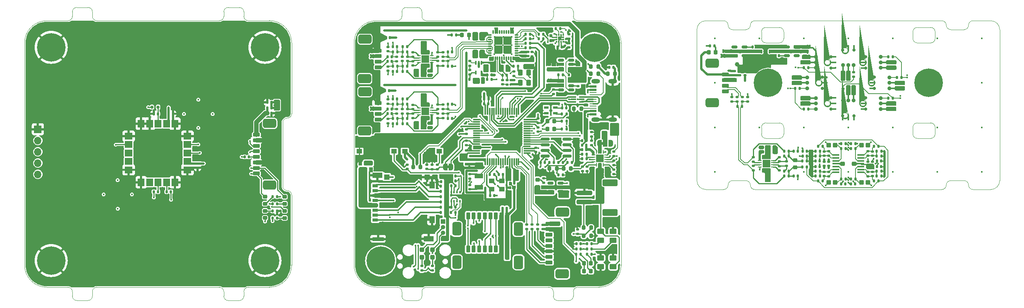
<source format=gtl>
%TF.GenerationSoftware,KiCad,Pcbnew,7.0.2*%
%TF.CreationDate,2023-05-01T18:48:21+02:00*%
%TF.ProjectId,kleinvoet,6b6c6569-6e76-46f6-9574-2e6b69636164,C*%
%TF.SameCoordinates,Original*%
%TF.FileFunction,Copper,L1,Top*%
%TF.FilePolarity,Positive*%
%FSLAX46Y46*%
G04 Gerber Fmt 4.6, Leading zero omitted, Abs format (unit mm)*
G04 Created by KiCad (PCBNEW 7.0.2) date 2023-05-01 18:48:21*
%MOMM*%
%LPD*%
G01*
G04 APERTURE LIST*
G04 Aperture macros list*
%AMRoundRect*
0 Rectangle with rounded corners*
0 $1 Rounding radius*
0 $2 $3 $4 $5 $6 $7 $8 $9 X,Y pos of 4 corners*
0 Add a 4 corners polygon primitive as box body*
4,1,4,$2,$3,$4,$5,$6,$7,$8,$9,$2,$3,0*
0 Add four circle primitives for the rounded corners*
1,1,$1+$1,$2,$3*
1,1,$1+$1,$4,$5*
1,1,$1+$1,$6,$7*
1,1,$1+$1,$8,$9*
0 Add four rect primitives between the rounded corners*
20,1,$1+$1,$2,$3,$4,$5,0*
20,1,$1+$1,$4,$5,$6,$7,0*
20,1,$1+$1,$6,$7,$8,$9,0*
20,1,$1+$1,$8,$9,$2,$3,0*%
%AMFreePoly0*
4,1,57,-0.435426,0.798887,-0.275000,0.727461,-0.132930,0.624242,-0.015426,0.493740,0.072378,0.341659,0.126644,0.174646,0.145000,0.000000,0.126644,-0.174646,0.072378,-0.341659,-0.015426,-0.493740,-0.132930,-0.624242,-0.275000,-0.727461,-0.435426,-0.798887,-0.607196,-0.835398,-0.782804,-0.835398,-0.954574,-0.798887,-1.115000,-0.727461,-1.257070,-0.624242,-1.374574,-0.493740,-1.462378,-0.341659,
-1.516644,-0.174646,-1.535000,0.000000,-1.249746,0.000000,-1.230843,-0.143579,-1.175424,-0.277373,-1.087265,-0.392265,-0.972373,-0.480424,-0.838579,-0.535843,-0.695000,-0.554746,-0.551421,-0.535843,-0.417627,-0.480424,-0.302735,-0.392265,-0.214576,-0.277373,-0.159157,-0.143579,-0.140254,0.000000,-0.159157,0.143579,-0.214576,0.277373,-0.302735,0.392265,-0.417627,0.480424,-0.551421,0.535843,
-0.695000,0.554746,-0.838579,0.535843,-0.972373,0.480424,-1.087265,0.392265,-1.175424,0.277373,-1.230843,0.143579,-1.249746,0.000000,-1.535000,0.000000,-1.516644,0.174646,-1.462378,0.341659,-1.374574,0.493740,-1.257070,0.624242,-1.115000,0.727461,-0.954574,0.798887,-0.782804,0.835398,-0.607196,0.835398,-0.435426,0.798887,-0.435426,0.798887,$1*%
%AMFreePoly1*
4,1,19,0.000000,0.744911,0.071157,0.744911,0.207708,0.704816,0.327430,0.627875,0.420627,0.520320,0.479746,0.390866,0.500000,0.250000,0.500000,-0.250000,0.479746,-0.390866,0.420627,-0.520320,0.327430,-0.627875,0.207708,-0.704816,0.071157,-0.744911,0.000000,-0.744911,0.000000,-0.750000,-0.550000,-0.750000,-0.550000,0.750000,0.000000,0.750000,0.000000,0.744911,0.000000,0.744911,
$1*%
%AMFreePoly2*
4,1,19,0.550000,-0.750000,0.000000,-0.750000,0.000000,-0.744911,-0.071157,-0.744911,-0.207708,-0.704816,-0.327430,-0.627875,-0.420627,-0.520320,-0.479746,-0.390866,-0.500000,-0.250000,-0.500000,0.250000,-0.479746,0.390866,-0.420627,0.520320,-0.327430,0.627875,-0.207708,0.704816,-0.071157,0.744911,0.000000,0.744911,0.000000,0.750000,0.550000,0.750000,0.550000,-0.750000,0.550000,-0.750000,
$1*%
%AMFreePoly3*
4,1,19,0.000000,0.744911,0.071157,0.744911,0.207708,0.704816,0.327430,0.627875,0.420627,0.520320,0.479746,0.390866,0.500000,0.250000,0.500000,-0.250000,0.479746,-0.390866,0.420627,-0.520320,0.327430,-0.627875,0.207708,-0.704816,0.071157,-0.744911,0.000000,-0.744911,0.000000,-0.750000,-0.500000,-0.750000,-0.500000,0.750000,0.000000,0.750000,0.000000,0.744911,0.000000,0.744911,
$1*%
%AMFreePoly4*
4,1,19,0.500000,-0.750000,0.000000,-0.750000,0.000000,-0.744911,-0.071157,-0.744911,-0.207708,-0.704816,-0.327430,-0.627875,-0.420627,-0.520320,-0.479746,-0.390866,-0.500000,-0.250000,-0.500000,0.250000,-0.479746,0.390866,-0.420627,0.520320,-0.327430,0.627875,-0.207708,0.704816,-0.071157,0.744911,0.000000,0.744911,0.000000,0.750000,0.500000,0.750000,0.500000,-0.750000,0.500000,-0.750000,
$1*%
G04 Aperture macros list end*
%TA.AperFunction,SMDPad,CuDef*%
%ADD10RoundRect,0.140000X0.170000X-0.140000X0.170000X0.140000X-0.170000X0.140000X-0.170000X-0.140000X0*%
%TD*%
%TA.AperFunction,SMDPad,CuDef*%
%ADD11RoundRect,0.140000X-0.140000X-0.170000X0.140000X-0.170000X0.140000X0.170000X-0.140000X0.170000X0*%
%TD*%
%TA.AperFunction,SMDPad,CuDef*%
%ADD12RoundRect,0.140000X0.140000X0.170000X-0.140000X0.170000X-0.140000X-0.170000X0.140000X-0.170000X0*%
%TD*%
%TA.AperFunction,SMDPad,CuDef*%
%ADD13RoundRect,0.135000X0.135000X0.185000X-0.135000X0.185000X-0.135000X-0.185000X0.135000X-0.185000X0*%
%TD*%
%TA.AperFunction,SMDPad,CuDef*%
%ADD14RoundRect,0.218750X0.218750X0.256250X-0.218750X0.256250X-0.218750X-0.256250X0.218750X-0.256250X0*%
%TD*%
%TA.AperFunction,SMDPad,CuDef*%
%ADD15RoundRect,0.135000X-0.135000X-0.185000X0.135000X-0.185000X0.135000X0.185000X-0.135000X0.185000X0*%
%TD*%
%TA.AperFunction,SMDPad,CuDef*%
%ADD16R,1.300000X1.100000*%
%TD*%
%TA.AperFunction,SMDPad,CuDef*%
%ADD17R,1.250000X1.000000*%
%TD*%
%TA.AperFunction,SMDPad,CuDef*%
%ADD18RoundRect,0.200000X-0.200000X-0.275000X0.200000X-0.275000X0.200000X0.275000X-0.200000X0.275000X0*%
%TD*%
%TA.AperFunction,SMDPad,CuDef*%
%ADD19RoundRect,0.140000X-0.170000X0.140000X-0.170000X-0.140000X0.170000X-0.140000X0.170000X0.140000X0*%
%TD*%
%TA.AperFunction,SMDPad,CuDef*%
%ADD20R,1.900000X1.100000*%
%TD*%
%TA.AperFunction,ComponentPad*%
%ADD21C,0.800000*%
%TD*%
%TA.AperFunction,ComponentPad*%
%ADD22C,6.400000*%
%TD*%
%TA.AperFunction,SMDPad,CuDef*%
%ADD23RoundRect,0.135000X-0.185000X0.135000X-0.185000X-0.135000X0.185000X-0.135000X0.185000X0.135000X0*%
%TD*%
%TA.AperFunction,SMDPad,CuDef*%
%ADD24RoundRect,0.150000X0.512500X0.150000X-0.512500X0.150000X-0.512500X-0.150000X0.512500X-0.150000X0*%
%TD*%
%TA.AperFunction,SMDPad,CuDef*%
%ADD25RoundRect,0.237500X-0.287500X-0.237500X0.287500X-0.237500X0.287500X0.237500X-0.287500X0.237500X0*%
%TD*%
%TA.AperFunction,SMDPad,CuDef*%
%ADD26RoundRect,0.250001X1.449999X-0.499999X1.449999X0.499999X-1.449999X0.499999X-1.449999X-0.499999X0*%
%TD*%
%TA.AperFunction,SMDPad,CuDef*%
%ADD27RoundRect,0.250000X1.500000X-0.250000X1.500000X0.250000X-1.500000X0.250000X-1.500000X-0.250000X0*%
%TD*%
%TA.AperFunction,SMDPad,CuDef*%
%ADD28R,1.000000X0.375000*%
%TD*%
%TA.AperFunction,SMDPad,CuDef*%
%ADD29R,1.200000X0.300000*%
%TD*%
%TA.AperFunction,SMDPad,CuDef*%
%ADD30RoundRect,0.218750X-0.218750X-0.256250X0.218750X-0.256250X0.218750X0.256250X-0.218750X0.256250X0*%
%TD*%
%TA.AperFunction,ComponentPad*%
%ADD31C,0.500000*%
%TD*%
%TA.AperFunction,SMDPad,CuDef*%
%ADD32R,1.680000X1.680000*%
%TD*%
%TA.AperFunction,SMDPad,CuDef*%
%ADD33RoundRect,0.062500X-0.062500X-0.350000X0.062500X-0.350000X0.062500X0.350000X-0.062500X0.350000X0*%
%TD*%
%TA.AperFunction,SMDPad,CuDef*%
%ADD34RoundRect,0.062500X-0.350000X-0.062500X0.350000X-0.062500X0.350000X0.062500X-0.350000X0.062500X0*%
%TD*%
%TA.AperFunction,SMDPad,CuDef*%
%ADD35RoundRect,0.237500X-0.237500X0.287500X-0.237500X-0.287500X0.237500X-0.287500X0.237500X0.287500X0*%
%TD*%
%TA.AperFunction,SMDPad,CuDef*%
%ADD36RoundRect,0.135000X0.185000X-0.135000X0.185000X0.135000X-0.185000X0.135000X-0.185000X-0.135000X0*%
%TD*%
%TA.AperFunction,SMDPad,CuDef*%
%ADD37RoundRect,0.275000X-0.275000X0.375000X-0.275000X-0.375000X0.275000X-0.375000X0.275000X0.375000X0*%
%TD*%
%TA.AperFunction,SMDPad,CuDef*%
%ADD38RoundRect,0.275000X0.275000X-0.375000X0.275000X0.375000X-0.275000X0.375000X-0.275000X-0.375000X0*%
%TD*%
%TA.AperFunction,SMDPad,CuDef*%
%ADD39RoundRect,0.075000X0.700000X-0.075000X0.700000X0.075000X-0.700000X0.075000X-0.700000X-0.075000X0*%
%TD*%
%TA.AperFunction,SMDPad,CuDef*%
%ADD40RoundRect,0.075000X0.075000X-0.700000X0.075000X0.700000X-0.075000X0.700000X-0.075000X-0.700000X0*%
%TD*%
%TA.AperFunction,SMDPad,CuDef*%
%ADD41RoundRect,0.111600X0.788400X-0.788400X0.788400X0.788400X-0.788400X0.788400X-0.788400X-0.788400X0*%
%TD*%
%TA.AperFunction,SMDPad,CuDef*%
%ADD42RoundRect,0.111600X0.788400X0.788400X-0.788400X0.788400X-0.788400X-0.788400X0.788400X-0.788400X0*%
%TD*%
%TA.AperFunction,SMDPad,CuDef*%
%ADD43RoundRect,0.111600X-0.788400X-0.788400X0.788400X-0.788400X0.788400X0.788400X-0.788400X0.788400X0*%
%TD*%
%TA.AperFunction,SMDPad,CuDef*%
%ADD44RoundRect,0.111600X-0.788400X0.788400X-0.788400X-0.788400X0.788400X-0.788400X0.788400X0.788400X0*%
%TD*%
%TA.AperFunction,SMDPad,CuDef*%
%ADD45RoundRect,0.075000X0.325000X0.075000X-0.325000X0.075000X-0.325000X-0.075000X0.325000X-0.075000X0*%
%TD*%
%TA.AperFunction,SMDPad,CuDef*%
%ADD46RoundRect,0.075000X-0.325000X-0.075000X0.325000X-0.075000X0.325000X0.075000X-0.325000X0.075000X0*%
%TD*%
%TA.AperFunction,SMDPad,CuDef*%
%ADD47RoundRect,0.075000X0.075000X-0.325000X0.075000X0.325000X-0.075000X0.325000X-0.075000X-0.325000X0*%
%TD*%
%TA.AperFunction,SMDPad,CuDef*%
%ADD48RoundRect,0.075000X-0.075000X0.325000X-0.075000X-0.325000X0.075000X-0.325000X0.075000X0.325000X0*%
%TD*%
%TA.AperFunction,ComponentPad*%
%ADD49O,1.950000X0.950000*%
%TD*%
%TA.AperFunction,SMDPad,CuDef*%
%ADD50R,1.500000X0.520000*%
%TD*%
%TA.AperFunction,SMDPad,CuDef*%
%ADD51R,1.500000X0.280000*%
%TD*%
%TA.AperFunction,SMDPad,CuDef*%
%ADD52R,1.500000X0.523000*%
%TD*%
%TA.AperFunction,ComponentPad*%
%ADD53O,1.700000X1.700000*%
%TD*%
%TA.AperFunction,ComponentPad*%
%ADD54R,1.700000X1.700000*%
%TD*%
%TA.AperFunction,SMDPad,CuDef*%
%ADD55RoundRect,0.218750X-0.256250X0.218750X-0.256250X-0.218750X0.256250X-0.218750X0.256250X0.218750X0*%
%TD*%
%TA.AperFunction,SMDPad,CuDef*%
%ADD56RoundRect,0.200000X0.600000X-0.200000X0.600000X0.200000X-0.600000X0.200000X-0.600000X-0.200000X0*%
%TD*%
%TA.AperFunction,SMDPad,CuDef*%
%ADD57RoundRect,0.200000X-0.600000X0.200000X-0.600000X-0.200000X0.600000X-0.200000X0.600000X0.200000X0*%
%TD*%
%TA.AperFunction,SMDPad,CuDef*%
%ADD58RoundRect,0.525000X-0.975000X0.525000X-0.975000X-0.525000X0.975000X-0.525000X0.975000X0.525000X0*%
%TD*%
%TA.AperFunction,SMDPad,CuDef*%
%ADD59RoundRect,0.147500X0.172500X-0.147500X0.172500X0.147500X-0.172500X0.147500X-0.172500X-0.147500X0*%
%TD*%
%TA.AperFunction,SMDPad,CuDef*%
%ADD60R,0.350000X0.500000*%
%TD*%
%TA.AperFunction,SMDPad,CuDef*%
%ADD61RoundRect,0.250000X0.287500X0.275000X-0.287500X0.275000X-0.287500X-0.275000X0.287500X-0.275000X0*%
%TD*%
%TA.AperFunction,ComponentPad*%
%ADD62O,1.000000X1.000000*%
%TD*%
%TA.AperFunction,ComponentPad*%
%ADD63R,1.000000X1.000000*%
%TD*%
%TA.AperFunction,SMDPad,CuDef*%
%ADD64RoundRect,0.150000X-0.150000X-0.200000X0.150000X-0.200000X0.150000X0.200000X-0.150000X0.200000X0*%
%TD*%
%TA.AperFunction,SMDPad,CuDef*%
%ADD65RoundRect,0.200000X0.200000X0.275000X-0.200000X0.275000X-0.200000X-0.275000X0.200000X-0.275000X0*%
%TD*%
%TA.AperFunction,SMDPad,CuDef*%
%ADD66C,0.900000*%
%TD*%
%TA.AperFunction,SMDPad,CuDef*%
%ADD67C,0.700000*%
%TD*%
%TA.AperFunction,SMDPad,CuDef*%
%ADD68FreePoly0,90.000000*%
%TD*%
%TA.AperFunction,SMDPad,CuDef*%
%ADD69R,1.800000X1.500000*%
%TD*%
%TA.AperFunction,SMDPad,CuDef*%
%ADD70R,1.500000X1.800000*%
%TD*%
%TA.AperFunction,SMDPad,CuDef*%
%ADD71RoundRect,0.100000X-0.100000X0.350000X-0.100000X-0.350000X0.100000X-0.350000X0.100000X0.350000X0*%
%TD*%
%TA.AperFunction,SMDPad,CuDef*%
%ADD72R,1.000000X0.600000*%
%TD*%
%TA.AperFunction,SMDPad,CuDef*%
%ADD73RoundRect,0.250000X-0.287500X-0.275000X0.287500X-0.275000X0.287500X0.275000X-0.287500X0.275000X0*%
%TD*%
%TA.AperFunction,SMDPad,CuDef*%
%ADD74RoundRect,0.147500X-0.172500X0.147500X-0.172500X-0.147500X0.172500X-0.147500X0.172500X0.147500X0*%
%TD*%
%TA.AperFunction,SMDPad,CuDef*%
%ADD75RoundRect,0.155000X0.155000X-0.212500X0.155000X0.212500X-0.155000X0.212500X-0.155000X-0.212500X0*%
%TD*%
%TA.AperFunction,SMDPad,CuDef*%
%ADD76FreePoly0,180.000000*%
%TD*%
%TA.AperFunction,SMDPad,CuDef*%
%ADD77FreePoly0,0.000000*%
%TD*%
%TA.AperFunction,SMDPad,CuDef*%
%ADD78RoundRect,0.147500X-0.147500X-0.172500X0.147500X-0.172500X0.147500X0.172500X-0.147500X0.172500X0*%
%TD*%
%TA.AperFunction,SMDPad,CuDef*%
%ADD79RoundRect,0.147500X0.147500X0.172500X-0.147500X0.172500X-0.147500X-0.172500X0.147500X-0.172500X0*%
%TD*%
%TA.AperFunction,SMDPad,CuDef*%
%ADD80FreePoly0,270.000000*%
%TD*%
%TA.AperFunction,SMDPad,CuDef*%
%ADD81RoundRect,0.062500X0.062500X0.350000X-0.062500X0.350000X-0.062500X-0.350000X0.062500X-0.350000X0*%
%TD*%
%TA.AperFunction,SMDPad,CuDef*%
%ADD82RoundRect,0.062500X0.350000X0.062500X-0.350000X0.062500X-0.350000X-0.062500X0.350000X-0.062500X0*%
%TD*%
%TA.AperFunction,SMDPad,CuDef*%
%ADD83RoundRect,0.225000X-0.250000X0.225000X-0.250000X-0.225000X0.250000X-0.225000X0.250000X0.225000X0*%
%TD*%
%TA.AperFunction,SMDPad,CuDef*%
%ADD84FreePoly1,0.000000*%
%TD*%
%TA.AperFunction,SMDPad,CuDef*%
%ADD85R,1.000000X1.500000*%
%TD*%
%TA.AperFunction,SMDPad,CuDef*%
%ADD86FreePoly2,0.000000*%
%TD*%
%TA.AperFunction,SMDPad,CuDef*%
%ADD87RoundRect,0.150000X-0.512500X-0.150000X0.512500X-0.150000X0.512500X0.150000X-0.512500X0.150000X0*%
%TD*%
%TA.AperFunction,SMDPad,CuDef*%
%ADD88RoundRect,0.525000X0.975000X-0.525000X0.975000X0.525000X-0.975000X0.525000X-0.975000X-0.525000X0*%
%TD*%
%TA.AperFunction,SMDPad,CuDef*%
%ADD89FreePoly3,180.000000*%
%TD*%
%TA.AperFunction,SMDPad,CuDef*%
%ADD90FreePoly4,180.000000*%
%TD*%
%TA.AperFunction,SMDPad,CuDef*%
%ADD91RoundRect,0.300000X0.500000X-0.300000X0.500000X0.300000X-0.500000X0.300000X-0.500000X-0.300000X0*%
%TD*%
%TA.AperFunction,SMDPad,CuDef*%
%ADD92RoundRect,0.200000X0.200000X0.600000X-0.200000X0.600000X-0.200000X-0.600000X0.200000X-0.600000X0*%
%TD*%
%TA.AperFunction,SMDPad,CuDef*%
%ADD93RoundRect,0.200000X-0.200000X-0.600000X0.200000X-0.600000X0.200000X0.600000X-0.200000X0.600000X0*%
%TD*%
%TA.AperFunction,SMDPad,CuDef*%
%ADD94RoundRect,0.525000X-0.525000X-0.975000X0.525000X-0.975000X0.525000X0.975000X-0.525000X0.975000X0*%
%TD*%
%TA.AperFunction,SMDPad,CuDef*%
%ADD95RoundRect,0.150000X0.825000X0.150000X-0.825000X0.150000X-0.825000X-0.150000X0.825000X-0.150000X0*%
%TD*%
%TA.AperFunction,SMDPad,CuDef*%
%ADD96C,1.000000*%
%TD*%
%TA.AperFunction,SMDPad,CuDef*%
%ADD97RoundRect,0.087500X0.712500X-0.087500X0.712500X0.087500X-0.712500X0.087500X-0.712500X-0.087500X0*%
%TD*%
%TA.AperFunction,SMDPad,CuDef*%
%ADD98RoundRect,0.062500X0.350000X-0.062500X0.350000X0.062500X-0.350000X0.062500X-0.350000X-0.062500X0*%
%TD*%
%TA.AperFunction,SMDPad,CuDef*%
%ADD99RoundRect,0.062500X0.062500X-0.350000X0.062500X0.350000X-0.062500X0.350000X-0.062500X-0.350000X0*%
%TD*%
%TA.AperFunction,SMDPad,CuDef*%
%ADD100R,0.375000X0.350000*%
%TD*%
%TA.AperFunction,SMDPad,CuDef*%
%ADD101R,0.350000X0.375000*%
%TD*%
%TA.AperFunction,SMDPad,CuDef*%
%ADD102R,2.200000X1.150000*%
%TD*%
%TA.AperFunction,SMDPad,CuDef*%
%ADD103R,1.150000X1.500000*%
%TD*%
%TA.AperFunction,SMDPad,CuDef*%
%ADD104R,2.500000X0.950000*%
%TD*%
%TA.AperFunction,SMDPad,CuDef*%
%ADD105R,1.250000X1.160000*%
%TD*%
%TA.AperFunction,SMDPad,CuDef*%
%ADD106R,1.250000X0.800000*%
%TD*%
%TA.AperFunction,ViaPad*%
%ADD107C,0.450000*%
%TD*%
%TA.AperFunction,ViaPad*%
%ADD108C,0.400000*%
%TD*%
%TA.AperFunction,Conductor*%
%ADD109C,0.250000*%
%TD*%
%TA.AperFunction,Conductor*%
%ADD110C,0.200000*%
%TD*%
%TA.AperFunction,Conductor*%
%ADD111C,0.300000*%
%TD*%
%TA.AperFunction,Conductor*%
%ADD112C,0.500000*%
%TD*%
%TA.AperFunction,Conductor*%
%ADD113C,1.000000*%
%TD*%
%TA.AperFunction,Conductor*%
%ADD114C,0.306310*%
%TD*%
%TA.AperFunction,Conductor*%
%ADD115C,0.309336*%
%TD*%
%TA.AperFunction,Conductor*%
%ADD116C,0.150000*%
%TD*%
%TA.AperFunction,Profile*%
%ADD117C,0.050000*%
%TD*%
G04 APERTURE END LIST*
%TA.AperFunction,EtchedComponent*%
%TO.C,JP901*%
G36*
X154000000Y-59900000D02*
G01*
X153500000Y-59900000D01*
X153500000Y-59300000D01*
X154000000Y-59300000D01*
X154000000Y-59900000D01*
G37*
%TD.AperFunction*%
%TA.AperFunction,EtchedComponent*%
%TO.C,JP101*%
G36*
X119350000Y-65200000D02*
G01*
X118850000Y-65200000D01*
X118850000Y-64600000D01*
X119350000Y-64600000D01*
X119350000Y-65200000D01*
G37*
%TD.AperFunction*%
%TD*%
D10*
%TO.P,C502,2*%
%TO.N,/ADC_Interface/ADC_PORT_1_SIG_N*%
X105600000Y-42320000D03*
%TO.P,C502,1*%
%TO.N,GND*%
X105600000Y-43280000D03*
%TD*%
%TO.P,C501,2*%
%TO.N,GND*%
X105603750Y-37920000D03*
%TO.P,C501,1*%
%TO.N,/ADC_Interface/ADC_PORT_1_SIG_P*%
X105603750Y-38880000D03*
%TD*%
D11*
%TO.P,C903,2*%
%TO.N,GND*%
X154780000Y-65800000D03*
%TO.P,C903,1*%
%TO.N,+BATT*%
X153820000Y-65800000D03*
%TD*%
D12*
%TO.P,C904,2*%
%TO.N,GND*%
X149220000Y-59000000D03*
%TO.P,C904,1*%
%TO.N,VBUS*%
X150180000Y-59000000D03*
%TD*%
D13*
%TO.P,R905,2*%
%TO.N,Net-(D901-K)*%
X150297800Y-84600000D03*
%TO.P,R905,1*%
%TO.N,/Power/~{PGOOD}*%
X151317800Y-84600000D03*
%TD*%
D14*
%TO.P,D901,2,A*%
%TO.N,VCC*%
X149620300Y-86600000D03*
%TO.P,D901,1,K*%
%TO.N,Net-(D901-K)*%
X151195300Y-86600000D03*
%TD*%
%TO.P,D902,2,A*%
%TO.N,VCC*%
X149620300Y-88400000D03*
%TO.P,D902,1,K*%
%TO.N,Net-(D902-K)*%
X151195300Y-88400000D03*
%TD*%
D15*
%TO.P,R908,2*%
%TO.N,Net-(D902-K)*%
X148917800Y-84600000D03*
%TO.P,R908,1*%
%TO.N,/BATT_~{CHG}*%
X147897800Y-84600000D03*
%TD*%
D16*
%TO.P,Y101,4,4*%
%TO.N,GND*%
X128862400Y-68050000D03*
%TO.P,Y101,3,3*%
%TO.N,Net-(C104-Pad1)*%
X131162400Y-68050000D03*
%TO.P,Y101,2,2*%
%TO.N,GND*%
X131162400Y-69950000D03*
%TO.P,Y101,1,1*%
%TO.N,/OSC_HSE_IN*%
X128862400Y-69950000D03*
%TD*%
D17*
%TO.P,SW101,2,2*%
%TO.N,GND*%
X99200000Y-61400000D03*
%TO.P,SW101,1,1*%
%TO.N,/~{RST}*%
X106950000Y-61400000D03*
%TD*%
D18*
%TO.P,R209,2*%
%TO.N,/Connectors/USB_CC1*%
X149025000Y-51800000D03*
%TO.P,R209,1*%
%TO.N,GND*%
X147375000Y-51800000D03*
%TD*%
D10*
%TO.P,CB401,2*%
%TO.N,GND*%
X133900000Y-45370000D03*
%TO.P,CB401,1*%
%TO.N,+3.3VADC*%
X133900000Y-46330000D03*
%TD*%
D19*
%TO.P,C101,2*%
%TO.N,GND*%
X139300000Y-56980000D03*
%TO.P,C101,1*%
%TO.N,/VCAP*%
X139300000Y-56020000D03*
%TD*%
%TO.P,C103,2*%
%TO.N,GND*%
X123200000Y-64280000D03*
%TO.P,C103,1*%
%TO.N,+3V3*%
X123200000Y-63320000D03*
%TD*%
D12*
%TO.P,C104,2*%
%TO.N,GND*%
X130520000Y-66600000D03*
%TO.P,C104,1*%
%TO.N,Net-(C104-Pad1)*%
X131480000Y-66600000D03*
%TD*%
D10*
%TO.P,C105,2*%
%TO.N,GND*%
X124012400Y-68970000D03*
%TO.P,C105,1*%
%TO.N,/OSC_LSE_OUT*%
X124012400Y-69930000D03*
%TD*%
D19*
%TO.P,C106,2*%
%TO.N,GND*%
X124012400Y-67530000D03*
%TO.P,C106,1*%
%TO.N,/OSC_LSE_IN*%
X124012400Y-66570000D03*
%TD*%
D11*
%TO.P,C403,2*%
%TO.N,GND*%
X132280000Y-43200000D03*
%TO.P,C403,1*%
%TO.N,+3.3VADC*%
X131320000Y-43200000D03*
%TD*%
D10*
%TO.P,CB102,2*%
%TO.N,GND*%
X109900000Y-64420000D03*
%TO.P,CB102,1*%
%TO.N,/~{RST}*%
X109900000Y-65380000D03*
%TD*%
D19*
%TO.P,CB101,2*%
%TO.N,GND*%
X139300000Y-54980000D03*
%TO.P,CB101,1*%
%TO.N,+3V3*%
X139300000Y-54020000D03*
%TD*%
D10*
%TO.P,CB103,2*%
%TO.N,GND*%
X123212400Y-61170000D03*
%TO.P,CB103,1*%
%TO.N,+3V3*%
X123212400Y-62130000D03*
%TD*%
D19*
%TO.P,CB104,2*%
%TO.N,GND*%
X138800000Y-61530000D03*
%TO.P,CB104,1*%
%TO.N,+3V3*%
X138800000Y-60570000D03*
%TD*%
D11*
%TO.P,CB105,2*%
%TO.N,GND*%
X128180000Y-50700000D03*
%TO.P,CB105,1*%
%TO.N,+3V3*%
X127220000Y-50700000D03*
%TD*%
D19*
%TO.P,CB106,2*%
%TO.N,GND*%
X124600000Y-64280000D03*
%TO.P,CB106,1*%
%TO.N,+3V3*%
X124600000Y-63320000D03*
%TD*%
%TO.P,CB107,2*%
%TO.N,/USR_BTN*%
X114300000Y-65380000D03*
%TO.P,CB107,1*%
%TO.N,GND*%
X114300000Y-64420000D03*
%TD*%
D18*
%TO.P,R208,2*%
%TO.N,/Connectors/USB_CC2*%
X152825000Y-43900000D03*
%TO.P,R208,1*%
%TO.N,GND*%
X151175000Y-43900000D03*
%TD*%
D20*
%TO.P,Y102,2,2*%
%TO.N,/OSC_LSE_IN*%
X126012400Y-67000000D03*
%TO.P,Y102,1,1*%
%TO.N,/OSC_LSE_OUT*%
X126012400Y-69500000D03*
%TD*%
D21*
%TO.P,H201,1,1*%
%TO.N,GND*%
X149600000Y-38050000D03*
X150302944Y-39747056D03*
X150302944Y-36352944D03*
X152000000Y-40450000D03*
D22*
X152000000Y-38050000D03*
D21*
X154400000Y-38050000D03*
X153697056Y-36352944D03*
X153697056Y-39747056D03*
X152000000Y-35650000D03*
%TD*%
D13*
%TO.P,R106,2*%
%TO.N,/OSC_HSE_OUT*%
X128490000Y-66600000D03*
%TO.P,R106,1*%
%TO.N,Net-(C104-Pad1)*%
X129510000Y-66600000D03*
%TD*%
D23*
%TO.P,R101,2*%
%TO.N,GND*%
X123212400Y-60010000D03*
%TO.P,R101,1*%
%TO.N,/BOOT0*%
X123212400Y-58990000D03*
%TD*%
D21*
%TO.P,H202,1,1*%
%TO.N,GND*%
X101600000Y-86050000D03*
X102302944Y-87747056D03*
X102302944Y-84352944D03*
X104000000Y-88450000D03*
D22*
X104000000Y-86050000D03*
D21*
X106400000Y-86050000D03*
X105697056Y-84352944D03*
X105697056Y-87747056D03*
X104000000Y-83650000D03*
%TD*%
D17*
%TO.P,SW102,2,2*%
%TO.N,Net-(R108-Pad2)*%
X117150000Y-61400000D03*
%TO.P,SW102,1,1*%
%TO.N,+3V3*%
X109400000Y-61400000D03*
%TD*%
D24*
%TO.P,U903,5,OUT*%
%TO.N,+3.3VADC*%
X144462500Y-42750000D03*
%TO.P,U903,4,NC*%
%TO.N,unconnected-(U903-NC-Pad4)*%
X144462500Y-40850000D03*
%TO.P,U903,3,EN*%
%TO.N,Net-(U903-EN)*%
X146737500Y-40850000D03*
%TO.P,U903,2,GND*%
%TO.N,GND*%
X146737500Y-41800000D03*
%TO.P,U903,1,IN*%
%TO.N,VCC_LOAD_SWITCH*%
X146737500Y-42750000D03*
%TD*%
D25*
%TO.P,F901,2*%
%TO.N,VCC*%
X155975000Y-57400000D03*
%TO.P,F901,1*%
%TO.N,/Power/V_OVR*%
X154225000Y-57400000D03*
%TD*%
D26*
%TO.P,J201,MP*%
%TO.N,N/C*%
X155500000Y-68450000D03*
X155500000Y-75150000D03*
D27*
%TO.P,J201,2,Pin_2*%
%TO.N,GND*%
X149750000Y-70800000D03*
%TO.P,J201,1,Pin_1*%
%TO.N,+BATT*%
X149750000Y-72800000D03*
%TD*%
D10*
%TO.P,C910,2*%
%TO.N,GND*%
X142862500Y-41920000D03*
%TO.P,C910,1*%
%TO.N,+3.3VADC*%
X142862500Y-42880000D03*
%TD*%
D28*
%TO.P,U201,6,I/O1*%
%TO.N,/Connectors/USB_CONN_D-*%
X149025000Y-49162500D03*
D29*
%TO.P,U201,5,VBUS*%
%TO.N,VBUS*%
X149100000Y-49700000D03*
D28*
%TO.P,U201,4,I/O2*%
%TO.N,/Connectors/USB_CONN_D+*%
X149025000Y-50237500D03*
%TO.P,U201,3,I/O2*%
%TO.N,/USB_DP*%
X147325000Y-50237500D03*
D29*
%TO.P,U201,2,GND*%
%TO.N,GND*%
X147250000Y-49700000D03*
D28*
%TO.P,U201,1,I/O1*%
%TO.N,/USB_DN*%
X147325000Y-49162500D03*
%TD*%
D30*
%TO.P,D103,2,A*%
%TO.N,Net-(D103-A)*%
X142987500Y-54600000D03*
%TO.P,D103,1,K*%
%TO.N,/LED_STATUS_B*%
X141412500Y-54600000D03*
%TD*%
D15*
%TO.P,R105,2*%
%TO.N,+3V3*%
X145710000Y-54600000D03*
%TO.P,R105,1*%
%TO.N,Net-(D103-A)*%
X144690000Y-54600000D03*
%TD*%
D11*
%TO.P,C102,2*%
%TO.N,GND*%
X129492400Y-71400000D03*
%TO.P,C102,1*%
%TO.N,/OSC_HSE_IN*%
X128532400Y-71400000D03*
%TD*%
D31*
%TO.P,U801,17,EP*%
%TO.N,GND*%
X114590000Y-52990000D03*
X114590000Y-51810000D03*
D32*
X114000000Y-52400000D03*
D31*
X113410000Y-52990000D03*
X113410000Y-51810000D03*
D33*
%TO.P,U801,16,VS-*%
X113250000Y-50937500D03*
%TO.P,U801,15,VS-*%
X113750000Y-50937500D03*
%TO.P,U801,14,VS-*%
X114250000Y-50937500D03*
%TO.P,U801,13,VS-*%
X114750000Y-50937500D03*
D34*
%TO.P,U801,12,~{PD}*%
%TO.N,+3.3VADC*%
X115462500Y-51650000D03*
%TO.P,U801,11,OUT-*%
%TO.N,/ADC_Interface/ADC_AA_2/~{OUT}*%
X115462500Y-52150000D03*
%TO.P,U801,10,OUT+*%
%TO.N,/ADC_Interface/ADC_AA_2/OUT*%
X115462500Y-52650000D03*
%TO.P,U801,9,VOCM*%
%TO.N,/ADC_Interface/VCM*%
X115462500Y-53150000D03*
D33*
%TO.P,U801,8,VS+*%
%TO.N,+3.3VADC*%
X114750000Y-53862500D03*
%TO.P,U801,7,VS+*%
X114250000Y-53862500D03*
%TO.P,U801,6,VS+*%
X113750000Y-53862500D03*
%TO.P,U801,5,VS+*%
X113250000Y-53862500D03*
D34*
%TO.P,U801,4,FB+*%
%TO.N,/ADC_Interface/ADC_AA_2/FB*%
X112537500Y-53150000D03*
%TO.P,U801,3,IN-*%
%TO.N,/ADC_Interface/ADC_AA_2/~{IN}*%
X112537500Y-52650000D03*
%TO.P,U801,2,IN+*%
%TO.N,/ADC_Interface/ADC_AA_2/IN*%
X112537500Y-52150000D03*
%TO.P,U801,1,FB-*%
%TO.N,/ADC_Interface/ADC_AA_2/~{FB}*%
X112537500Y-51650000D03*
%TD*%
D31*
%TO.P,U701,17,EP*%
%TO.N,GND*%
X114590000Y-41190000D03*
X114590000Y-40010000D03*
D32*
X114000000Y-40600000D03*
D31*
X113410000Y-41190000D03*
X113410000Y-40010000D03*
D33*
%TO.P,U701,16,VS-*%
X113250000Y-39137500D03*
%TO.P,U701,15,VS-*%
X113750000Y-39137500D03*
%TO.P,U701,14,VS-*%
X114250000Y-39137500D03*
%TO.P,U701,13,VS-*%
X114750000Y-39137500D03*
D34*
%TO.P,U701,12,~{PD}*%
%TO.N,+3.3VADC*%
X115462500Y-39850000D03*
%TO.P,U701,11,OUT-*%
%TO.N,/ADC_Interface/ADC_AA_1/~{OUT}*%
X115462500Y-40350000D03*
%TO.P,U701,10,OUT+*%
%TO.N,/ADC_Interface/ADC_AA_1/OUT*%
X115462500Y-40850000D03*
%TO.P,U701,9,VOCM*%
%TO.N,/ADC_Interface/VCM*%
X115462500Y-41350000D03*
D33*
%TO.P,U701,8,VS+*%
%TO.N,+3.3VADC*%
X114750000Y-42062500D03*
%TO.P,U701,7,VS+*%
X114250000Y-42062500D03*
%TO.P,U701,6,VS+*%
X113750000Y-42062500D03*
%TO.P,U701,5,VS+*%
X113250000Y-42062500D03*
D34*
%TO.P,U701,4,FB+*%
%TO.N,/ADC_Interface/ADC_AA_1/FB*%
X112537500Y-41350000D03*
%TO.P,U701,3,IN-*%
%TO.N,/ADC_Interface/ADC_AA_1/~{IN}*%
X112537500Y-40850000D03*
%TO.P,U701,2,IN+*%
%TO.N,/ADC_Interface/ADC_AA_1/IN*%
X112537500Y-40350000D03*
%TO.P,U701,1,FB-*%
%TO.N,/ADC_Interface/ADC_AA_1/~{FB}*%
X112537500Y-39850000D03*
%TD*%
D12*
%TO.P,C401,2*%
%TO.N,GND*%
X125520000Y-36000000D03*
%TO.P,C401,1*%
%TO.N,+3.3VADC*%
X126480000Y-36000000D03*
%TD*%
%TO.P,C402,2*%
%TO.N,GND*%
X125520000Y-39000000D03*
%TO.P,C402,1*%
%TO.N,+3.3VADC*%
X126480000Y-39000000D03*
%TD*%
%TO.P,C405,2*%
%TO.N,GND*%
X125520000Y-35000000D03*
%TO.P,C405,1*%
%TO.N,+3.3VADC*%
X126480000Y-35000000D03*
%TD*%
%TO.P,C406,2*%
%TO.N,GND*%
X125520000Y-40000000D03*
%TO.P,C406,1*%
%TO.N,+3.3VADC*%
X126480000Y-40000000D03*
%TD*%
D11*
%TO.P,C407,2*%
%TO.N,GND*%
X132280000Y-42200000D03*
%TO.P,C407,1*%
%TO.N,+3.3VADC*%
X131320000Y-42200000D03*
%TD*%
D12*
%TO.P,C409,2*%
%TO.N,GND*%
X127920000Y-43200000D03*
%TO.P,C409,1*%
%TO.N,/ADC_Interface/VREF*%
X128880000Y-43200000D03*
%TD*%
%TO.P,C410,2*%
%TO.N,GND*%
X127920000Y-42200000D03*
%TO.P,C410,1*%
%TO.N,/ADC_Interface/VREF*%
X128880000Y-42200000D03*
%TD*%
D19*
%TO.P,C411,2*%
%TO.N,GND*%
X136540000Y-41970000D03*
%TO.P,C411,1*%
%TO.N,/ADC_Interface/ADC_VDD*%
X136540000Y-41010000D03*
%TD*%
%TO.P,C412,2*%
%TO.N,GND*%
X138000000Y-41970000D03*
%TO.P,C412,1*%
%TO.N,/ADC_Interface/ADC_VDD*%
X138000000Y-41010000D03*
%TD*%
%TO.P,C413,2*%
%TO.N,/ADC_Interface/PLL_MID*%
X131350000Y-46330000D03*
%TO.P,C413,1*%
%TO.N,/ADC_Interface/PLL*%
X131350000Y-45370000D03*
%TD*%
D11*
%TO.P,C414,2*%
%TO.N,+3.3VADC*%
X132280000Y-44300000D03*
%TO.P,C414,1*%
%TO.N,/ADC_Interface/PLL*%
X131320000Y-44300000D03*
%TD*%
D12*
%TO.P,C701,2*%
%TO.N,GND*%
X106720000Y-43400000D03*
%TO.P,C701,1*%
%TO.N,/ADC_Interface/ADC_AA_1/FB_N*%
X107680000Y-43400000D03*
%TD*%
%TO.P,C702,2*%
%TO.N,GND*%
X106720000Y-37800000D03*
%TO.P,C702,1*%
%TO.N,/ADC_Interface/ADC_AA_1/FB_P*%
X107680000Y-37800000D03*
%TD*%
D19*
%TO.P,C703,2*%
%TO.N,/ADC_Interface/ADC_AA_1/FB_N*%
X108800000Y-41080000D03*
%TO.P,C703,1*%
%TO.N,/ADC_Interface/ADC_AA_1/FB_P*%
X108800000Y-40120000D03*
%TD*%
D10*
%TO.P,C706,2*%
%TO.N,/ADC_Interface/ADC_AA_1/~{IN}*%
X111200000Y-41120000D03*
%TO.P,C706,1*%
%TO.N,/ADC_Interface/ADC_AA_1/FB*%
X111200000Y-42080000D03*
%TD*%
D19*
%TO.P,C707,2*%
%TO.N,/ADC_Interface/ADC_AA_1/IN*%
X111200000Y-40080000D03*
%TO.P,C707,1*%
%TO.N,/ADC_Interface/ADC_AA_1/~{FB}*%
X111200000Y-39120000D03*
%TD*%
D11*
%TO.P,C708,2*%
%TO.N,+3.3VADC*%
X113280000Y-43300000D03*
%TO.P,C708,1*%
%TO.N,GND*%
X112320000Y-43300000D03*
%TD*%
D12*
%TO.P,C709,2*%
%TO.N,/ADC_Interface/ADC_1_P*%
X119040000Y-42200000D03*
%TO.P,C709,1*%
%TO.N,GND*%
X120000000Y-42200000D03*
%TD*%
D10*
%TO.P,C710,2*%
%TO.N,/ADC_Interface/ADC_1_N*%
X119120000Y-40120000D03*
%TO.P,C710,1*%
%TO.N,/ADC_Interface/ADC_1_P*%
X119120000Y-41080000D03*
%TD*%
D11*
%TO.P,C711,2*%
%TO.N,GND*%
X120000000Y-39000000D03*
%TO.P,C711,1*%
%TO.N,/ADC_Interface/ADC_1_N*%
X119040000Y-39000000D03*
%TD*%
D12*
%TO.P,C801,2*%
%TO.N,GND*%
X106720000Y-55200000D03*
%TO.P,C801,1*%
%TO.N,/ADC_Interface/ADC_AA_2/FB_N*%
X107680000Y-55200000D03*
%TD*%
%TO.P,C802,2*%
%TO.N,GND*%
X106720000Y-49600000D03*
%TO.P,C802,1*%
%TO.N,/ADC_Interface/ADC_AA_2/FB_P*%
X107680000Y-49600000D03*
%TD*%
D19*
%TO.P,C803,2*%
%TO.N,/ADC_Interface/ADC_AA_2/FB_N*%
X108800000Y-52880000D03*
%TO.P,C803,1*%
%TO.N,/ADC_Interface/ADC_AA_2/FB_P*%
X108800000Y-51920000D03*
%TD*%
D10*
%TO.P,C806,2*%
%TO.N,/ADC_Interface/ADC_AA_2/~{IN}*%
X111200000Y-52920000D03*
%TO.P,C806,1*%
%TO.N,/ADC_Interface/ADC_AA_2/FB*%
X111200000Y-53880000D03*
%TD*%
D19*
%TO.P,C807,2*%
%TO.N,/ADC_Interface/ADC_AA_2/IN*%
X111200000Y-51880000D03*
%TO.P,C807,1*%
%TO.N,/ADC_Interface/ADC_AA_2/~{FB}*%
X111200000Y-50920000D03*
%TD*%
D11*
%TO.P,C808,2*%
%TO.N,+3.3VADC*%
X113280000Y-55100000D03*
%TO.P,C808,1*%
%TO.N,GND*%
X112320000Y-55100000D03*
%TD*%
D12*
%TO.P,C809,2*%
%TO.N,/ADC_Interface/ADC_2_P*%
X119040000Y-54000000D03*
%TO.P,C809,1*%
%TO.N,GND*%
X120000000Y-54000000D03*
%TD*%
D10*
%TO.P,C810,2*%
%TO.N,/ADC_Interface/ADC_2_N*%
X119120000Y-51920000D03*
%TO.P,C810,1*%
%TO.N,/ADC_Interface/ADC_2_P*%
X119120000Y-52880000D03*
%TD*%
D11*
%TO.P,C811,2*%
%TO.N,GND*%
X120000000Y-50800000D03*
%TO.P,C811,1*%
%TO.N,/ADC_Interface/ADC_2_N*%
X119040000Y-50800000D03*
%TD*%
D35*
%TO.P,D101,2,A*%
%TO.N,Net-(D101-A)*%
X115600000Y-85275000D03*
%TO.P,D101,1,K*%
%TO.N,/VCP_RX*%
X115600000Y-83525000D03*
%TD*%
%TO.P,D102,2,A*%
%TO.N,Net-(D102-A)*%
X113200000Y-85275000D03*
%TO.P,D102,1,K*%
%TO.N,/VCP_TX*%
X113200000Y-83525000D03*
%TD*%
D30*
%TO.P,D104,2,A*%
%TO.N,Net-(D104-A)*%
X142987500Y-56400000D03*
%TO.P,D104,1,K*%
%TO.N,/LED_STATUS_O*%
X141412500Y-56400000D03*
%TD*%
D36*
%TO.P,R102,2*%
%TO.N,Net-(D101-A)*%
X115600000Y-87205000D03*
%TO.P,R102,1*%
%TO.N,+3V3*%
X115600000Y-88225000D03*
%TD*%
%TO.P,R103,2*%
%TO.N,Net-(D102-A)*%
X113200000Y-87205000D03*
%TO.P,R103,1*%
%TO.N,+3V3*%
X113200000Y-88225000D03*
%TD*%
D15*
%TO.P,R107,2*%
%TO.N,+3V3*%
X145710000Y-56400000D03*
%TO.P,R107,1*%
%TO.N,Net-(D104-A)*%
X144690000Y-56400000D03*
%TD*%
D23*
%TO.P,R404,2*%
%TO.N,Net-(X401-Tri-State)*%
X133900000Y-44410000D03*
%TO.P,R404,1*%
%TO.N,+3.3VADC*%
X133900000Y-43390000D03*
%TD*%
D15*
%TO.P,R407,2*%
%TO.N,Net-(JP402-C)*%
X140510000Y-36050000D03*
%TO.P,R407,1*%
%TO.N,Net-(U401-ADDR0{slash}CLATCH)*%
X139490000Y-36050000D03*
%TD*%
%TO.P,R408,2*%
%TO.N,Net-(JP401-C)*%
X140510000Y-35050000D03*
%TO.P,R408,1*%
%TO.N,Net-(U401-ADDR1{slash}CIN)*%
X139490000Y-35050000D03*
%TD*%
D36*
%TO.P,R414,2*%
%TO.N,+3.3VADC*%
X132400000Y-45340000D03*
%TO.P,R414,1*%
%TO.N,/ADC_Interface/PLL_MID*%
X132400000Y-46360000D03*
%TD*%
D13*
%TO.P,R701,2*%
%TO.N,/ADC_Interface/ADC_PORT_1_SIG_N*%
X106690000Y-42200000D03*
%TO.P,R701,1*%
%TO.N,/ADC_Interface/ADC_AA_1/FB_N*%
X107710000Y-42200000D03*
%TD*%
%TO.P,R702,2*%
%TO.N,/ADC_Interface/ADC_PORT_1_SIG_P*%
X106690000Y-39000000D03*
%TO.P,R702,1*%
%TO.N,/ADC_Interface/ADC_AA_1/FB_P*%
X107710000Y-39000000D03*
%TD*%
%TO.P,R703,2*%
%TO.N,/ADC_Interface/ADC_AA_1/FB_N*%
X108890000Y-42200000D03*
%TO.P,R703,1*%
%TO.N,/ADC_Interface/ADC_AA_1/~{IN}*%
X109910000Y-42200000D03*
%TD*%
%TO.P,R704,2*%
%TO.N,/ADC_Interface/ADC_AA_1/FB_P*%
X108890000Y-39000000D03*
%TO.P,R704,1*%
%TO.N,/ADC_Interface/ADC_AA_1/IN*%
X109910000Y-39000000D03*
%TD*%
%TO.P,R705,2*%
%TO.N,/ADC_Interface/ADC_AA_1/FB_N*%
X108890000Y-43400000D03*
%TO.P,R705,1*%
%TO.N,/ADC_Interface/ADC_AA_1/OUT_DRIVER*%
X109910000Y-43400000D03*
%TD*%
%TO.P,R706,2*%
%TO.N,/ADC_Interface/ADC_AA_1/FB_P*%
X108890000Y-37800000D03*
%TO.P,R706,1*%
%TO.N,/ADC_Interface/ADC_AA_1/~{OUT_DRIVER}*%
X109910000Y-37800000D03*
%TD*%
D23*
%TO.P,R709,2*%
%TO.N,/ADC_Interface/ADC_AA_1/OUT_DRIVER*%
X118000000Y-42110000D03*
%TO.P,R709,1*%
%TO.N,/ADC_Interface/ADC_1_P*%
X118000000Y-41090000D03*
%TD*%
D36*
%TO.P,R710,2*%
%TO.N,/ADC_Interface/ADC_AA_1/~{OUT_DRIVER}*%
X118000000Y-39090000D03*
%TO.P,R710,1*%
%TO.N,/ADC_Interface/ADC_1_N*%
X118000000Y-40110000D03*
%TD*%
D13*
%TO.P,R801,2*%
%TO.N,/ADC_Interface/ADC_PORT_2_SIG_N*%
X106690000Y-54000000D03*
%TO.P,R801,1*%
%TO.N,/ADC_Interface/ADC_AA_2/FB_N*%
X107710000Y-54000000D03*
%TD*%
%TO.P,R802,2*%
%TO.N,/ADC_Interface/ADC_PORT_2_SIG_P*%
X106690000Y-50800000D03*
%TO.P,R802,1*%
%TO.N,/ADC_Interface/ADC_AA_2/FB_P*%
X107710000Y-50800000D03*
%TD*%
%TO.P,R803,2*%
%TO.N,/ADC_Interface/ADC_AA_2/FB_N*%
X108890000Y-54000000D03*
%TO.P,R803,1*%
%TO.N,/ADC_Interface/ADC_AA_2/~{IN}*%
X109910000Y-54000000D03*
%TD*%
%TO.P,R804,2*%
%TO.N,/ADC_Interface/ADC_AA_2/FB_P*%
X108890000Y-50800000D03*
%TO.P,R804,1*%
%TO.N,/ADC_Interface/ADC_AA_2/IN*%
X109910000Y-50800000D03*
%TD*%
%TO.P,R805,2*%
%TO.N,/ADC_Interface/ADC_AA_2/FB_N*%
X108890000Y-55200000D03*
%TO.P,R805,1*%
%TO.N,/ADC_Interface/ADC_AA_2/OUT_DRIVER*%
X109910000Y-55200000D03*
%TD*%
%TO.P,R806,2*%
%TO.N,/ADC_Interface/ADC_AA_2/FB_P*%
X108890000Y-49600000D03*
%TO.P,R806,1*%
%TO.N,/ADC_Interface/ADC_AA_2/~{OUT_DRIVER}*%
X109910000Y-49600000D03*
%TD*%
D23*
%TO.P,R809,2*%
%TO.N,/ADC_Interface/ADC_AA_2/OUT_DRIVER*%
X118000000Y-53910000D03*
%TO.P,R809,1*%
%TO.N,/ADC_Interface/ADC_2_P*%
X118000000Y-52890000D03*
%TD*%
D36*
%TO.P,R810,2*%
%TO.N,/ADC_Interface/ADC_AA_2/~{OUT_DRIVER}*%
X118000000Y-50890000D03*
%TO.P,R810,1*%
%TO.N,/ADC_Interface/ADC_2_N*%
X118000000Y-51910000D03*
%TD*%
D37*
%TO.P,X401,4,VDD*%
%TO.N,+3.3VADC*%
X135300000Y-46000000D03*
%TO.P,X401,3,OUT*%
%TO.N,/ADC_Interface/CLK_12.288*%
X135300000Y-43700000D03*
D38*
%TO.P,X401,2,GND*%
%TO.N,GND*%
X137200000Y-43700000D03*
%TO.P,X401,1,Tri-State*%
%TO.N,Net-(X401-Tri-State)*%
X137200000Y-46000000D03*
%TD*%
D19*
%TO.P,C408,2*%
%TO.N,GND*%
X136550000Y-39980000D03*
%TO.P,C408,1*%
%TO.N,+3V3*%
X136550000Y-39020000D03*
%TD*%
D39*
%TO.P,U101,64,VDD*%
%TO.N,+3V3*%
X125525000Y-61792200D03*
%TO.P,U101,63,VSS*%
%TO.N,GND*%
X125525000Y-61292200D03*
%TO.P,U101,62,PB9*%
%TO.N,/ADC_SAI_FS*%
X125525000Y-60792200D03*
%TO.P,U101,61,PB8*%
X125525000Y-60292200D03*
%TO.P,U101,60,BOOT0*%
%TO.N,/BOOT0*%
X125525000Y-59792200D03*
%TO.P,U101,59,PB7*%
%TO.N,/I2C1_SDA*%
X125525000Y-59292200D03*
%TO.P,U101,58,PB6*%
%TO.N,/I2C1_SCL*%
X125525000Y-58792200D03*
%TO.P,U101,57,PB5*%
%TO.N,/USR_BTN*%
X125525000Y-58292200D03*
%TO.P,U101,56,PB4*%
%TO.N,/MAG_INT*%
X125525000Y-57792200D03*
%TO.P,U101,55,PB3*%
%TO.N,/SWO*%
X125525000Y-57292200D03*
%TO.P,U101,54,PD2*%
%TO.N,/SDIO_CMD*%
X125525000Y-56792200D03*
%TO.P,U101,53,PC12*%
%TO.N,/SDIO_CLK*%
X125525000Y-56292200D03*
%TO.P,U101,52,PC11*%
%TO.N,/SDIO_D3*%
X125525000Y-55792200D03*
%TO.P,U101,51,PC10*%
%TO.N,/SDIO_D2*%
X125525000Y-55292200D03*
%TO.P,U101,50,PA15*%
%TO.N,/SDIO_CD*%
X125525000Y-54792200D03*
%TO.P,U101,49,PA14*%
%TO.N,/SWCLK*%
X125525000Y-54292200D03*
D40*
%TO.P,U101,48,VDD*%
%TO.N,+3V3*%
X127450000Y-52367200D03*
%TO.P,U101,47,VSS*%
%TO.N,GND*%
X127950000Y-52367200D03*
%TO.P,U101,46,PA13*%
%TO.N,/SWDIO*%
X128450000Y-52367200D03*
%TO.P,U101,45,PA12*%
%TO.N,/USB_DP*%
X128950000Y-52367200D03*
%TO.P,U101,44,PA11*%
%TO.N,/USB_DN*%
X129450000Y-52367200D03*
%TO.P,U101,43,PA10*%
%TO.N,/LORA_~{RST}*%
X129950000Y-52367200D03*
%TO.P,U101,42,PA9*%
%TO.N,/ADC_SAI_SD_B*%
X130450000Y-52367200D03*
%TO.P,U101,41,PA8*%
%TO.N,/AVCC_EN*%
X130950000Y-52367200D03*
%TO.P,U101,40,PC9*%
%TO.N,/SDIO_D1*%
X131450000Y-52367200D03*
%TO.P,U101,39,PC8*%
%TO.N,/SDIO_D0*%
X131950000Y-52367200D03*
%TO.P,U101,38,PC7*%
%TO.N,/EPD_~{SS}*%
X132450000Y-52367200D03*
%TO.P,U101,37,PC6*%
%TO.N,/LORA_~{SS}*%
X132950000Y-52367200D03*
%TO.P,U101,36,PB15*%
%TO.N,/CONN_MOSI*%
X133450000Y-52367200D03*
%TO.P,U101,35,PB14*%
%TO.N,/CONN_MISO*%
X133950000Y-52367200D03*
%TO.P,U101,34,PB13*%
%TO.N,/CONN_SCK*%
X134450000Y-52367200D03*
%TO.P,U101,33,PB12*%
%TO.N,/ADC_SAI_BCLK*%
X134950000Y-52367200D03*
D39*
%TO.P,U101,32,VDD*%
%TO.N,+3V3*%
X136875000Y-54292200D03*
%TO.P,U101,31,VSS*%
%TO.N,GND*%
X136875000Y-54792200D03*
%TO.P,U101,30,VCAP_1*%
%TO.N,/VCAP*%
X136875000Y-55292200D03*
%TO.P,U101,29,PB10*%
%TO.N,/LED_STATUS_B*%
X136875000Y-55792200D03*
%TO.P,U101,28,PB2*%
%TO.N,/LED_STATUS_O*%
X136875000Y-56292200D03*
%TO.P,U101,27,PB1*%
%TO.N,/V_MONITOR*%
X136875000Y-56792200D03*
%TO.P,U101,26,PB0*%
%TO.N,/I_CHARGE*%
X136875000Y-57292200D03*
%TO.P,U101,25,PC5*%
%TO.N,/CHARGE_EN1*%
X136875000Y-57792200D03*
%TO.P,U101,24,PC4*%
%TO.N,/CHARGE_EN2*%
X136875000Y-58292200D03*
%TO.P,U101,23,PA7*%
%TO.N,/SRAM_MOSI*%
X136875000Y-58792200D03*
%TO.P,U101,22,PA6*%
%TO.N,/SRAM_MISO*%
X136875000Y-59292200D03*
%TO.P,U101,21,PA5*%
%TO.N,/SRAM_SCK*%
X136875000Y-59792200D03*
%TO.P,U101,20,PA4*%
%TO.N,/BATT_~{CHG}*%
X136875000Y-60292200D03*
%TO.P,U101,19,VDD*%
%TO.N,+3V3*%
X136875000Y-60792200D03*
%TO.P,U101,18,VSS*%
%TO.N,GND*%
X136875000Y-61292200D03*
%TO.P,U101,17,PA3*%
%TO.N,/VCP_RX*%
X136875000Y-61792200D03*
D40*
%TO.P,U101,16,PA2*%
%TO.N,/VCP_TX*%
X134950000Y-63717200D03*
%TO.P,U101,15,PA1*%
%TO.N,/GPS_RX*%
X134450000Y-63717200D03*
%TO.P,U101,14,PA0*%
%TO.N,/GPS_TX*%
X133950000Y-63717200D03*
%TO.P,U101,13,VDDA*%
%TO.N,+3.3VA*%
X133450000Y-63717200D03*
%TO.P,U101,12,VSSA*%
%TO.N,GND*%
X132950000Y-63717200D03*
%TO.P,U101,11,PC3*%
%TO.N,/LORA_INT*%
X132450000Y-63717200D03*
%TO.P,U101,10,PC2*%
%TO.N,/EPD_BUSY*%
X131950000Y-63717200D03*
%TO.P,U101,9,PC1*%
%TO.N,/EPD_~{RST}*%
X131450000Y-63717200D03*
%TO.P,U101,8,PC0*%
%TO.N,/EPD_~{CMD}*%
X130950000Y-63717200D03*
%TO.P,U101,7,NRST*%
%TO.N,/~{RST}*%
X130450000Y-63717200D03*
%TO.P,U101,6,PH1*%
%TO.N,/OSC_HSE_OUT*%
X129950000Y-63717200D03*
%TO.P,U101,5,PH0*%
%TO.N,/OSC_HSE_IN*%
X129450000Y-63717200D03*
%TO.P,U101,4,PC15*%
%TO.N,/OSC_LSE_OUT*%
X128950000Y-63717200D03*
%TO.P,U101,3,PC14*%
%TO.N,/OSC_LSE_IN*%
X128450000Y-63717200D03*
%TO.P,U101,2,PC13*%
%TO.N,/GPS_SYNC*%
X127950000Y-63717200D03*
%TO.P,U101,1,VBAT*%
%TO.N,+3V3*%
X127450000Y-63717200D03*
%TD*%
D15*
%TO.P,R205,2*%
%TO.N,+3V3*%
X118510000Y-70400000D03*
%TO.P,R205,1*%
%TO.N,/SDIO_D1*%
X117490000Y-70400000D03*
%TD*%
D41*
%TO.P,U401,EP,EP*%
%TO.N,GND*%
X132465000Y-36500000D03*
D42*
X130465000Y-36500000D03*
D43*
X132465000Y-38500000D03*
D44*
X130465000Y-38500000D03*
D45*
%TO.P,U401,40,AVDD1*%
%TO.N,+3.3VADC*%
X128465000Y-39750000D03*
%TO.P,U401,39,AIN4P*%
%TO.N,/ADC_Interface/ADC_2_P*%
X128465000Y-39250000D03*
%TO.P,U401,38,AIN4N*%
%TO.N,/ADC_Interface/ADC_2_N*%
X128465000Y-38750000D03*
%TO.P,U401,37,AIN3P*%
%TO.N,/ADC_Interface/ADC_2_P*%
X128465000Y-38250000D03*
%TO.P,U401,36,AIN3N*%
%TO.N,/ADC_Interface/ADC_2_N*%
X128465000Y-37750000D03*
D46*
%TO.P,U401,35,AIN2P*%
%TO.N,/ADC_Interface/ADC_1_P*%
X128465000Y-37250000D03*
%TO.P,U401,34,AIN2N*%
%TO.N,/ADC_Interface/ADC_1_N*%
X128465000Y-36750000D03*
%TO.P,U401,33,AIN1P*%
%TO.N,/ADC_Interface/ADC_1_P*%
X128465000Y-36250000D03*
%TO.P,U401,32,AIN1N*%
%TO.N,/ADC_Interface/ADC_1_N*%
X128465000Y-35750000D03*
%TO.P,U401,31,AVDD3*%
%TO.N,+3.3VADC*%
X128465000Y-35250000D03*
D47*
%TO.P,U401,30,NC*%
%TO.N,unconnected-(U401-NC-Pad30)*%
X129215000Y-34500000D03*
%TO.P,U401,29,AGND6*%
%TO.N,GND*%
X129715000Y-34500000D03*
%TO.P,U401,28,AGND5*%
X130215000Y-34500000D03*
%TO.P,U401,27,NC*%
%TO.N,unconnected-(U401-NC-Pad27)*%
X130715000Y-34500000D03*
%TO.P,U401,26,NC*%
%TO.N,unconnected-(U401-NC-Pad26)*%
X131215000Y-34500000D03*
D48*
%TO.P,U401,25,NC*%
%TO.N,unconnected-(U401-NC-Pad25)*%
X131715000Y-34500000D03*
%TO.P,U401,24,NC*%
%TO.N,unconnected-(U401-NC-Pad24)*%
X132215000Y-34500000D03*
%TO.P,U401,23,NC*%
%TO.N,unconnected-(U401-NC-Pad23)*%
X132715000Y-34500000D03*
%TO.P,U401,22,AGND4*%
%TO.N,GND*%
X133215000Y-34500000D03*
%TO.P,U401,21,AGND3*%
X133715000Y-34500000D03*
D46*
%TO.P,U401,20,ADDR1/CIN*%
%TO.N,Net-(U401-ADDR1{slash}CIN)*%
X134465000Y-35250000D03*
%TO.P,U401,19,ADDR0/CLATCH*%
%TO.N,Net-(U401-ADDR0{slash}CLATCH)*%
X134465000Y-35750000D03*
%TO.P,U401,18,SCL/CCLK*%
%TO.N,/I2C1_SCL*%
X134465000Y-36250000D03*
%TO.P,U401,17,SDA/COUT*%
%TO.N,/I2C1_SDA*%
X134465000Y-36750000D03*
%TO.P,U401,16,BCLK*%
%TO.N,/ADC_Interface/BCLK*%
X134465000Y-37250000D03*
D45*
%TO.P,U401,15,LRCLK*%
%TO.N,/ADC_SAI_FS*%
X134465000Y-37750000D03*
%TO.P,U401,14,SDATAOUT2*%
%TO.N,/ADC_Interface/SDATA*%
X134465000Y-38250000D03*
%TO.P,U401,13,SDATAOUT1*%
%TO.N,unconnected-(U401-SDATAOUT1-Pad13)*%
X134465000Y-38750000D03*
%TO.P,U401,12,IOVDD*%
%TO.N,+3V3*%
X134465000Y-39250000D03*
%TO.P,U401,11,DGND*%
%TO.N,GND*%
X134465000Y-39750000D03*
D48*
%TO.P,U401,10,DVDD*%
%TO.N,/ADC_Interface/ADC_VDD*%
X133715000Y-40500000D03*
%TO.P,U401,9,SA_MODE*%
%TO.N,GND*%
X133215000Y-40500000D03*
%TO.P,U401,8,NC*%
%TO.N,unconnected-(U401-NC-Pad8)*%
X132715000Y-40500000D03*
%TO.P,U401,7,MCLKIN*%
%TO.N,/ADC_Interface/CLK*%
X132215000Y-40500000D03*
%TO.P,U401,6,~{RST/PD}*%
%TO.N,/ADC_Interface/ADC_~{RST}*%
X131715000Y-40500000D03*
D47*
%TO.P,U401,5,AGND2*%
%TO.N,GND*%
X131215000Y-40500000D03*
%TO.P,U401,4,AVDD2*%
%TO.N,+3.3VADC*%
X130715000Y-40500000D03*
%TO.P,U401,3,PLL_FILT*%
%TO.N,/ADC_Interface/PLL*%
X130215000Y-40500000D03*
%TO.P,U401,2,VREF*%
%TO.N,/ADC_Interface/VREF*%
X129715000Y-40500000D03*
%TO.P,U401,1,AGND1*%
%TO.N,GND*%
X129215000Y-40500000D03*
%TD*%
D49*
%TO.P,J206,S1,SHIELD*%
%TO.N,Earth*%
X156100000Y-45630000D03*
X152275000Y-45630000D03*
X156100000Y-54270000D03*
X152275000Y-54270000D03*
D50*
%TO.P,J206,B12,GND*%
%TO.N,GND*%
X151650000Y-53050000D03*
%TO.P,J206,B9,VBUS*%
%TO.N,VBUS*%
X151650000Y-52300000D03*
D51*
%TO.P,J206,B8,SBU2*%
%TO.N,unconnected-(J206-SBU2-PadB8)*%
X151650000Y-51200000D03*
%TO.P,J206,B7,D-*%
%TO.N,/Connectors/USB_CONN_D-*%
X151650000Y-50700000D03*
%TO.P,J206,B6,D+*%
%TO.N,/Connectors/USB_CONN_D+*%
X151650000Y-49700000D03*
%TO.P,J206,B5,CC2*%
%TO.N,/Connectors/USB_CC2*%
X151650000Y-48700000D03*
D50*
%TO.P,J206,B4,VBUS*%
%TO.N,VBUS*%
X151650000Y-47600000D03*
%TO.P,J206,B1,GND*%
%TO.N,GND*%
X151650000Y-46850000D03*
D52*
%TO.P,J206,A12,GND*%
X151650000Y-46850000D03*
D50*
%TO.P,J206,A9,VBUS*%
%TO.N,VBUS*%
X151650000Y-47600000D03*
D51*
%TO.P,J206,A8,SBU1*%
%TO.N,unconnected-(J206-SBU1-PadA8)*%
X151650000Y-48200000D03*
%TO.P,J206,A7,D-*%
%TO.N,/Connectors/USB_CONN_D-*%
X151650000Y-49200000D03*
%TO.P,J206,A6,D+*%
%TO.N,/Connectors/USB_CONN_D+*%
X151650000Y-50200000D03*
%TO.P,J206,A5,CC1*%
%TO.N,/Connectors/USB_CC1*%
X151650000Y-51700000D03*
D50*
%TO.P,J206,A4,VBUS*%
%TO.N,VBUS*%
X151650000Y-52300000D03*
%TO.P,J206,A1,GND*%
%TO.N,GND*%
X151650000Y-53050000D03*
%TD*%
D53*
%TO.P,J303,5,Pin_5*%
%TO.N,/GNSS_Module/GPS_RX_TXD*%
X27000000Y-66585000D03*
%TO.P,J303,4,Pin_4*%
%TO.N,/GNSS_Module/GPS_TX_RXD*%
X27000000Y-64045000D03*
%TO.P,J303,3,Pin_3*%
%TO.N,+3.3V_GNSS*%
X27000000Y-61505000D03*
%TO.P,J303,2,Pin_2*%
%TO.N,unconnected-(J303-Pin_2-Pad2)*%
X27000000Y-58965000D03*
D54*
%TO.P,J303,1,Pin_1*%
%TO.N,GND_GNSS*%
X27000000Y-56425000D03*
%TD*%
D21*
%TO.P,H301,1,1*%
%TO.N,GND_GNSS*%
X80400000Y-38000000D03*
X79697056Y-36302944D03*
X79697056Y-39697056D03*
X78000000Y-35600000D03*
D22*
X78000000Y-38000000D03*
D21*
X75600000Y-38000000D03*
X76302944Y-39697056D03*
X76302944Y-36302944D03*
X78000000Y-40400000D03*
%TD*%
%TO.P,H303,1,1*%
%TO.N,GND_GNSS*%
X80400000Y-86000000D03*
X79697056Y-84302944D03*
X79697056Y-87697056D03*
X78000000Y-83600000D03*
D22*
X78000000Y-86000000D03*
D21*
X75600000Y-86000000D03*
X76302944Y-87697056D03*
X76302944Y-84302944D03*
X78000000Y-88400000D03*
%TD*%
%TO.P,H304,1,1*%
%TO.N,GND_GNSS*%
X32400000Y-86000000D03*
X31697056Y-84302944D03*
X31697056Y-87697056D03*
X30000000Y-83600000D03*
D22*
X30000000Y-86000000D03*
D21*
X27600000Y-86000000D03*
X28302944Y-87697056D03*
X28302944Y-84302944D03*
X30000000Y-88400000D03*
%TD*%
%TO.P,H302,1,1*%
%TO.N,GND_GNSS*%
X32400000Y-38000000D03*
X31697056Y-36302944D03*
X31697056Y-39697056D03*
X30000000Y-35600000D03*
D22*
X30000000Y-38000000D03*
D21*
X27600000Y-38000000D03*
X28302944Y-39697056D03*
X28302944Y-36302944D03*
X30000000Y-40400000D03*
%TD*%
D55*
%TO.P,D304,2,A*%
%TO.N,Net-(D304-A)*%
X82400000Y-73200000D03*
%TO.P,D304,1,K*%
%TO.N,/GNSS_Module/GPS_RX_TXD*%
X82400000Y-71625000D03*
%TD*%
D12*
%TO.P,C305,2*%
%TO.N,GND_GNSS*%
X53040000Y-52950000D03*
%TO.P,C305,1*%
%TO.N,VDD*%
X54000000Y-52950000D03*
%TD*%
D13*
%TO.P,R305,2*%
%TO.N,Net-(D305-A)*%
X79690000Y-71600000D03*
%TO.P,R305,1*%
%TO.N,+3.3V_GNSS*%
X80710000Y-71600000D03*
%TD*%
D11*
%TO.P,C303,2*%
%TO.N,GND_GNSS*%
X57330000Y-52950000D03*
%TO.P,C303,1*%
%TO.N,+3.3V_GNSS*%
X56370000Y-52950000D03*
%TD*%
D55*
%TO.P,D305,2,A*%
%TO.N,Net-(D305-A)*%
X78000000Y-73187500D03*
%TO.P,D305,1,K*%
%TO.N,/GNSS_Module/GPS_TX_RXD*%
X78000000Y-71612500D03*
%TD*%
D19*
%TO.P,C304,2*%
%TO.N,GND_GNSS*%
X62900000Y-65105000D03*
%TO.P,C304,1*%
%TO.N,+3.3V_GNSS*%
X62900000Y-64145000D03*
%TD*%
D15*
%TO.P,R304,2*%
%TO.N,Net-(D304-A)*%
X80710000Y-73200000D03*
%TO.P,R304,1*%
%TO.N,+3.3V_GNSS*%
X79690000Y-73200000D03*
%TD*%
D56*
%TO.P,J601,4,Pin_4*%
%TO.N,VCC_LOAD_SWITCH*%
X103400000Y-50525000D03*
%TO.P,J601,3,Pin_3*%
%TO.N,GND*%
X103400000Y-51775000D03*
%TO.P,J601,2,Pin_2*%
%TO.N,/ADC_Interface/Sensor_Conn_2/SIG_CONN_P*%
X103400000Y-53025000D03*
D57*
%TO.P,J601,1,Pin_1*%
%TO.N,/ADC_Interface/Sensor_Conn_2/SIG_CONN_N*%
X103400000Y-54275000D03*
D58*
%TO.P,J601,*%
%TO.N,*%
X100400000Y-56825000D03*
X100450000Y-47975000D03*
%TD*%
D19*
%TO.P,C804,2*%
%TO.N,/ADC_Interface/ADC_AA_2/~{IN}*%
X110000000Y-52880000D03*
%TO.P,C804,1*%
%TO.N,/ADC_Interface/ADC_AA_2/IN*%
X110000000Y-51920000D03*
%TD*%
%TO.P,CB1403,2*%
%TO.N,GND_SENSOR*%
X199050000Y-41230000D03*
%TO.P,CB1403,1*%
%TO.N,+1V8*%
X199050000Y-40270000D03*
%TD*%
D13*
%TO.P,R1402,2*%
%TO.N,+3V3*%
X119790000Y-67000000D03*
%TO.P,R1402,1*%
%TO.N,/I2C1_SCL*%
X120810000Y-67000000D03*
%TD*%
%TO.P,R1628,2*%
%TO.N,/Sensor_board/Buffer/SENS_ARRAY_D*%
X207370000Y-67600000D03*
%TO.P,R1628,1*%
%TO.N,+1V8*%
X208390000Y-67600000D03*
%TD*%
D23*
%TO.P,R1607,2*%
%TO.N,/Sensor_board/Preamplifier/OUT*%
X187700000Y-63710000D03*
%TO.P,R1607,1*%
%TO.N,/Sensor_board/Preamplifier/SIG_P*%
X187700000Y-62690000D03*
%TD*%
D15*
%TO.P,R1605,2*%
%TO.N,Net-(C1601-Pad1)*%
X195610000Y-61400000D03*
%TO.P,R1605,1*%
%TO.N,/Sensor_board/Preamplifier/SIG_P*%
X194590000Y-61400000D03*
%TD*%
D23*
%TO.P,R1514,2*%
%TO.N,/Sensor_board/Buffer/PREAMP_A_OUT*%
X213400000Y-67010000D03*
%TO.P,R1514,1*%
%TO.N,/Sensor_board/Buffer/PREAMP_A_FB*%
X213400000Y-65990000D03*
%TD*%
D13*
%TO.P,R409,2*%
%TO.N,/ADC_Interface/BCLK*%
X136490000Y-37050000D03*
%TO.P,R409,1*%
%TO.N,/ADC_SAI_BCLK*%
X137510000Y-37050000D03*
%TD*%
D10*
%TO.P,CB1404,2*%
%TO.N,GND_SENSOR*%
X219900000Y-46120000D03*
%TO.P,CB1404,1*%
%TO.N,+1V8*%
X219900000Y-47080000D03*
%TD*%
D18*
%TO.P,R206,2*%
%TO.N,/SDIO_CD*%
X112925000Y-64900000D03*
%TO.P,R206,1*%
%TO.N,+3V3*%
X111275000Y-64900000D03*
%TD*%
D13*
%TO.P,R303,2*%
%TO.N,+3.3V_GNSS*%
X79690000Y-76400000D03*
%TO.P,R303,1*%
%TO.N,Net-(D303-A)*%
X80710000Y-76400000D03*
%TD*%
D59*
%TO.P,FB102,2*%
%TO.N,/GPS_RX*%
X138000000Y-77915000D03*
%TO.P,FB102,1*%
%TO.N,/GNSS_Module/GPS_RX*%
X138000000Y-78885000D03*
%TD*%
D10*
%TO.P,C1505,2*%
%TO.N,GND_SENSOR*%
X220900000Y-46120000D03*
%TO.P,C1505,1*%
%TO.N,+1V8*%
X220900000Y-47080000D03*
%TD*%
D12*
%TO.P,CB903,2*%
%TO.N,GND*%
X147920000Y-83400000D03*
%TO.P,CB903,1*%
%TO.N,/Power/SYSOFF*%
X148880000Y-83400000D03*
%TD*%
D15*
%TO.P,R201,2*%
%TO.N,+3V3*%
X118510000Y-75200000D03*
%TO.P,R201,1*%
%TO.N,/SDIO_D2*%
X117490000Y-75200000D03*
%TD*%
D11*
%TO.P,CB1607,2*%
%TO.N,GND_SENSOR*%
X202580000Y-64800000D03*
%TO.P,CB1607,1*%
%TO.N,+1V8*%
X201620000Y-64800000D03*
%TD*%
D19*
%TO.P,C306,2*%
%TO.N,GND*%
X140400000Y-78900000D03*
%TO.P,C306,1*%
%TO.N,+3V3*%
X140400000Y-77940000D03*
%TD*%
D11*
%TO.P,CB907,2*%
%TO.N,GND*%
X144880000Y-66700000D03*
%TO.P,CB907,1*%
%TO.N,/I_CHARGE*%
X143920000Y-66700000D03*
%TD*%
D60*
%TO.P,U1401,8,VDD*%
%TO.N,+3V3*%
X119825000Y-72625000D03*
%TO.P,U1401,7,GND*%
%TO.N,GND*%
X120475000Y-72625000D03*
%TO.P,U1401,6,VDDIO*%
%TO.N,+3V3*%
X121125000Y-72625000D03*
%TO.P,U1401,5,SDO*%
%TO.N,/EnviromentalSensor/I2C_ADDR*%
X121775000Y-72625000D03*
%TO.P,U1401,4,SCK*%
%TO.N,/I2C1_SCL*%
X121775000Y-70575000D03*
%TO.P,U1401,3,SDI*%
%TO.N,/I2C1_SDA*%
X121125000Y-70575000D03*
%TO.P,U1401,2,CSB*%
%TO.N,+3V3*%
X120475000Y-70575000D03*
%TO.P,U1401,1,GND*%
%TO.N,GND*%
X119825000Y-70575000D03*
%TD*%
D61*
%TO.P,C1608,2*%
%TO.N,/Sensor_board/Buffer/SENS_ARRAY_A*%
X211987500Y-68400000D03*
%TO.P,C1608,1*%
%TO.N,/Sensor_board/Buffer/PAIR_A*%
X213412500Y-68400000D03*
%TD*%
D36*
%TO.P,R207,2*%
%TO.N,/SDIO_CLK*%
X123200000Y-56490000D03*
%TO.P,R207,1*%
%TO.N,/Connectors/SDIO_CLK_TERM*%
X123200000Y-57510000D03*
%TD*%
D15*
%TO.P,R204,2*%
%TO.N,+3V3*%
X118510000Y-71600000D03*
%TO.P,R204,1*%
%TO.N,/SDIO_D0*%
X117490000Y-71600000D03*
%TD*%
D12*
%TO.P,C1606,2*%
%TO.N,Net-(C1601-Pad1)*%
X196720000Y-61400000D03*
%TO.P,C1606,1*%
%TO.N,GND_SENSOR*%
X197680000Y-61400000D03*
%TD*%
D11*
%TO.P,CB1408,2*%
%TO.N,GND_SENSOR*%
X208880000Y-43600000D03*
%TO.P,CB1408,1*%
%TO.N,+1V8*%
X207920000Y-43600000D03*
%TD*%
D19*
%TO.P,CB1401,2*%
%TO.N,GND_SENSOR*%
X200000000Y-50530000D03*
%TO.P,CB1401,1*%
%TO.N,+1V8*%
X200000000Y-49570000D03*
%TD*%
D15*
%TO.P,R1618,2*%
%TO.N,+1V8*%
X216410000Y-67000000D03*
%TO.P,R1618,1*%
%TO.N,/Sensor_board/Buffer/PREAMP_A_FB*%
X215390000Y-67000000D03*
%TD*%
D23*
%TO.P,C1602,2*%
%TO.N,/Sensor_board/Preamplifier/FDA_IN*%
X195100000Y-64710000D03*
%TO.P,C1602,1*%
%TO.N,/Sensor_board/Preamplifier/FDA_~{IN}*%
X195100000Y-63690000D03*
%TD*%
D12*
%TO.P,CB904,2*%
%TO.N,GND*%
X147920000Y-82200000D03*
%TO.P,CB904,1*%
%TO.N,/Power/DVCC_EN*%
X148880000Y-82200000D03*
%TD*%
D62*
%TO.P,J203,4,Pin_4*%
%TO.N,+3V3*%
X118000000Y-81010000D03*
%TO.P,J203,3,Pin_3*%
%TO.N,/VCP_RX*%
X118000000Y-79740000D03*
%TO.P,J203,2,Pin_2*%
%TO.N,/VCP_TX*%
X118000000Y-78470000D03*
D63*
%TO.P,J203,1,Pin_1*%
%TO.N,GND*%
X118000000Y-77200000D03*
%TD*%
D10*
%TO.P,C909,2*%
%TO.N,GND*%
X140600000Y-69520000D03*
%TO.P,C909,1*%
%TO.N,+3V3*%
X140600000Y-70480000D03*
%TD*%
D11*
%TO.P,C404,2*%
%TO.N,GND*%
X126930000Y-45200000D03*
%TO.P,C404,1*%
%TO.N,/ADC_Interface/VCM*%
X125970000Y-45200000D03*
%TD*%
D36*
%TO.P,R402,2*%
%TO.N,/ADC_Interface/FB_MID*%
X124000000Y-43090000D03*
%TO.P,R402,1*%
%TO.N,/ADC_Interface/VREF_BUFF*%
X124000000Y-44110000D03*
%TD*%
D64*
%TO.P,D301,2,A*%
%TO.N,/GNSS_Module/BATT+*%
X52600000Y-51450000D03*
%TO.P,D301,1,K*%
%TO.N,VDD*%
X54000000Y-51450000D03*
%TD*%
D10*
%TO.P,C202,2*%
%TO.N,GND*%
X99400000Y-64320000D03*
%TO.P,C202,1*%
%TO.N,VAA*%
X99400000Y-65280000D03*
%TD*%
%TO.P,C1503,2*%
%TO.N,GND_SENSOR*%
X218950000Y-41470000D03*
%TO.P,C1503,1*%
%TO.N,+1V8*%
X218950000Y-42430000D03*
%TD*%
D19*
%TO.P,CB1201,2*%
%TO.N,GND*%
X146300000Y-38030000D03*
%TO.P,CB1201,1*%
%TO.N,+3V3*%
X146300000Y-37070000D03*
%TD*%
D12*
%TO.P,CB201,2*%
%TO.N,GND*%
X117520000Y-68200000D03*
%TO.P,CB201,1*%
%TO.N,+3V3*%
X118480000Y-68200000D03*
%TD*%
D65*
%TO.P,R916,2*%
%TO.N,GND*%
X141875000Y-65300000D03*
%TO.P,R916,1*%
%TO.N,/I_CHARGE*%
X143525000Y-65300000D03*
%TD*%
D36*
%TO.P,R912,2*%
%TO.N,VCC*%
X156300000Y-61490000D03*
%TO.P,R912,1*%
%TO.N,/CHARGE_EN1*%
X156300000Y-62510000D03*
%TD*%
D13*
%TO.P,R906,2*%
%TO.N,GND*%
X149190000Y-63100000D03*
%TO.P,R906,1*%
%TO.N,/Power/TMR*%
X150210000Y-63100000D03*
%TD*%
D23*
%TO.P,R1609,2*%
%TO.N,/Sensor_board/Buffer/PAIR_C*%
X210200000Y-44610000D03*
%TO.P,R1609,1*%
%TO.N,/Sensor_board/Buffer/IN0*%
X210200000Y-43590000D03*
%TD*%
D15*
%TO.P,R202,2*%
%TO.N,+3V3*%
X118510000Y-74000000D03*
%TO.P,R202,1*%
%TO.N,/SDIO_D3*%
X117490000Y-74000000D03*
%TD*%
D12*
%TO.P,CB1202,2*%
%TO.N,GND*%
X143720000Y-37950000D03*
%TO.P,CB1202,1*%
%TO.N,+3V3*%
X144680000Y-37950000D03*
%TD*%
D11*
%TO.P,C415,2*%
%TO.N,GND*%
X128880000Y-44200000D03*
%TO.P,C415,1*%
%TO.N,+3.3VADC*%
X127920000Y-44200000D03*
%TD*%
D15*
%TO.P,R1635,2*%
%TO.N,/Sensor_board/Buffer/PREAMP_C_OUT*%
X203210000Y-60300000D03*
%TO.P,R1635,1*%
%TO.N,/Sensor_board/SUM_OUT_P*%
X202190000Y-60300000D03*
%TD*%
D10*
%TO.P,CB1406,2*%
%TO.N,GND_SENSOR*%
X217950000Y-50770000D03*
%TO.P,CB1406,1*%
%TO.N,+1V8*%
X217950000Y-51730000D03*
%TD*%
D66*
%TO.P,MK1404,6,GND*%
%TO.N,GND_SENSOR*%
X209000000Y-42020000D03*
%TO.P,MK1404,5,VDD*%
%TO.N,+1V8*%
X207800000Y-42020000D03*
D67*
%TO.P,MK1404,4,GND*%
%TO.N,GND_SENSOR*%
X207730000Y-38610000D03*
D68*
%TO.P,MK1404,3,GND*%
X209000000Y-38705000D03*
D67*
%TO.P,MK1404,2,GND*%
X210270000Y-38610000D03*
D66*
%TO.P,MK1404,1,OUTPUT*%
%TO.N,/Sensor_board/Buffer/IN0*%
X210200000Y-42020000D03*
%TD*%
D15*
%TO.P,R921,2*%
%TO.N,VCC_LOAD_SWITCH*%
X147310000Y-44200000D03*
%TO.P,R921,1*%
%TO.N,Net-(U903-EN)*%
X146290000Y-44200000D03*
%TD*%
D59*
%TO.P,FB101,2*%
%TO.N,/GPS_TX*%
X136800000Y-77915000D03*
%TO.P,FB101,1*%
%TO.N,/GNSS_Module/GPS_TX*%
X136800000Y-78885000D03*
%TD*%
D69*
%TO.P,U301,20,GND*%
%TO.N,GND_GNSS*%
X60600000Y-57965000D03*
%TO.P,U301,19,EXTINT*%
%TO.N,/GNSS_Module/GNSS_EXT_INT*%
X60600000Y-59865000D03*
%TO.P,U301,18,~{RESET}*%
%TO.N,/GNSS_Module/GNSS_~{RESET}*%
X60600000Y-61765000D03*
%TO.P,U301,17,VCC*%
%TO.N,+3.3V_GNSS*%
X60600000Y-63665000D03*
%TO.P,U301,16,GND*%
%TO.N,GND_GNSS*%
X60600000Y-65565000D03*
D70*
%TO.P,U301,15,GND*%
X57800000Y-68365000D03*
%TO.P,U301,14,RXD*%
%TO.N,/GNSS_Module/GNSS_RXD*%
X55900000Y-68365000D03*
%TO.P,U301,13,TXD*%
%TO.N,/GNSS_Module/GNSS_TXD*%
X54000000Y-68365000D03*
%TO.P,U301,12,SCL*%
%TO.N,unconnected-(U301-SCL-Pad12)*%
X52100000Y-68365000D03*
%TO.P,U301,11,GND*%
%TO.N,GND_GNSS*%
X50200000Y-68365000D03*
D69*
%TO.P,U301,10,GND*%
X47400000Y-65565000D03*
%TO.P,U301,9,SDA*%
%TO.N,unconnected-(U301-SDA-Pad9)*%
X47400000Y-63665000D03*
%TO.P,U301,8,~{SAFEBOOT}*%
%TO.N,unconnected-(U301-~{SAFEBOOT}-Pad8)*%
X47400000Y-61765000D03*
%TO.P,U301,7,TIMEPULSE*%
%TO.N,/GNSS_Module/TIMEPULSE*%
X47400000Y-59865000D03*
%TO.P,U301,6,GND*%
%TO.N,GND_GNSS*%
X47400000Y-57965000D03*
D70*
%TO.P,U301,5,GND*%
X50200000Y-55165000D03*
%TO.P,U301,4,GND*%
X52100000Y-55165000D03*
%TO.P,U301,3,V_BCKP*%
%TO.N,VDD*%
X54000000Y-55165000D03*
%TO.P,U301,2,VCC_IO*%
%TO.N,+3.3V_GNSS*%
X55900000Y-55165000D03*
%TO.P,U301,1,GND*%
%TO.N,GND_GNSS*%
X57800000Y-55165000D03*
%TD*%
D71*
%TO.P,U402,5,V+*%
%TO.N,+3.3VADC*%
X126650000Y-43700000D03*
%TO.P,U402,4*%
%TO.N,/ADC_Interface/VREF_BUFF*%
X125350000Y-43700000D03*
%TO.P,U402,3,-*%
%TO.N,/ADC_Interface/FB*%
X125350000Y-41500000D03*
%TO.P,U402,2,V-*%
%TO.N,GND*%
X126000000Y-41500000D03*
%TO.P,U402,1,+*%
%TO.N,/ADC_Interface/VREF*%
X126650000Y-41500000D03*
%TD*%
D19*
%TO.P,CB1405,2*%
%TO.N,GND_SENSOR*%
X198100000Y-45880000D03*
%TO.P,CB1405,1*%
%TO.N,+1V8*%
X198100000Y-44920000D03*
%TD*%
D72*
%TO.P,D105,4,VDD*%
%TO.N,VCC*%
X143200000Y-51550000D03*
%TO.P,D105,3,DIN*%
%TO.N,Net-(D105-DIN)*%
X143200000Y-52850000D03*
%TO.P,D105,2,VSS*%
%TO.N,GND*%
X141200000Y-52850000D03*
%TO.P,D105,1,DOUT*%
%TO.N,unconnected-(D105-DOUT-Pad1)*%
X141200000Y-51550000D03*
%TD*%
D15*
%TO.P,R1622,2*%
%TO.N,/Sensor_board/Buffer/SENS_ARRAY_B*%
X210610000Y-60800000D03*
%TO.P,R1622,1*%
%TO.N,+1V8*%
X209590000Y-60800000D03*
%TD*%
D19*
%TO.P,C704,2*%
%TO.N,/ADC_Interface/ADC_AA_1/~{IN}*%
X110000000Y-41080000D03*
%TO.P,C704,1*%
%TO.N,/ADC_Interface/ADC_AA_1/IN*%
X110000000Y-40120000D03*
%TD*%
D11*
%TO.P,CB1409,2*%
%TO.N,GND*%
X120780000Y-73975000D03*
%TO.P,CB1409,1*%
%TO.N,+3V3*%
X119820000Y-73975000D03*
%TD*%
D10*
%TO.P,CB1602,2*%
%TO.N,GND_SENSOR*%
X189780000Y-60520000D03*
%TO.P,CB1602,1*%
%TO.N,+1V8*%
X189780000Y-61480000D03*
%TD*%
D11*
%TO.P,CB1301,2*%
%TO.N,GND*%
X140880000Y-63900000D03*
%TO.P,CB1301,1*%
%TO.N,+3V3*%
X139920000Y-63900000D03*
%TD*%
D13*
%TO.P,R1612,2*%
%TO.N,/Sensor_board/Buffer/PAIR_D*%
X197090000Y-47200000D03*
%TO.P,R1612,1*%
%TO.N,/Sensor_board/Buffer/IN6*%
X198110000Y-47200000D03*
%TD*%
D73*
%TO.P,C1613,2*%
%TO.N,/Sensor_board/Buffer/SENS_ARRAY_D*%
X206012500Y-68400000D03*
%TO.P,C1613,1*%
%TO.N,/Sensor_board/Buffer/PAIR_D*%
X204587500Y-68400000D03*
%TD*%
D19*
%TO.P,C1006,2*%
%TO.N,GND_SENSOR*%
X192300000Y-38880000D03*
%TO.P,C1006,1*%
%TO.N,/Sensor_board/VCC_FILT*%
X192300000Y-37920000D03*
%TD*%
%TO.P,C1501,2*%
%TO.N,GND_SENSOR*%
X197100000Y-45880000D03*
%TO.P,C1501,1*%
%TO.N,+1V8*%
X197100000Y-44920000D03*
%TD*%
D74*
%TO.P,FB201,2*%
%TO.N,VAA*%
X100600000Y-65285000D03*
%TO.P,FB201,1*%
%TO.N,+3V3*%
X100600000Y-64315000D03*
%TD*%
D11*
%TO.P,CB1606,2*%
%TO.N,GND_SENSOR*%
X210560000Y-68700000D03*
%TO.P,CB1606,1*%
%TO.N,+1V8*%
X209600000Y-68700000D03*
%TD*%
D75*
%TO.P,C1201,2*%
%TO.N,/CompassMagnetometer/CHARGE_PUMP*%
X142200000Y-35382500D03*
%TO.P,C1201,1*%
%TO.N,GND*%
X142200000Y-36517500D03*
%TD*%
D19*
%TO.P,C1610,2*%
%TO.N,/Sensor_board/Buffer/PREAMP_B_FB*%
X214400000Y-62380000D03*
%TO.P,C1610,1*%
%TO.N,/Sensor_board/Buffer/PREAMP_B_OUT*%
X214400000Y-61420000D03*
%TD*%
D66*
%TO.P,MK1402,6,GND*%
%TO.N,GND_SENSOR*%
X218220000Y-46000000D03*
%TO.P,MK1402,5,VDD*%
%TO.N,+1V8*%
X218220000Y-47200000D03*
D67*
%TO.P,MK1402,4,GND*%
%TO.N,GND_SENSOR*%
X214810000Y-47270000D03*
D76*
%TO.P,MK1402,3,GND*%
X214905000Y-46000000D03*
D67*
%TO.P,MK1402,2,GND*%
X214810000Y-44730000D03*
D66*
%TO.P,MK1402,1,OUTPUT*%
%TO.N,/Sensor_board/Buffer/IN2*%
X218220000Y-44800000D03*
%TD*%
D11*
%TO.P,C301,2*%
%TO.N,GND_GNSS*%
X79480000Y-52800000D03*
%TO.P,C301,1*%
%TO.N,/GNSS_Module/3v3_GNSS_CONN*%
X78520000Y-52800000D03*
%TD*%
D55*
%TO.P,D904,2,A*%
%TO.N,+3V3*%
X139200000Y-69387500D03*
%TO.P,D904,1,K*%
%TO.N,Net-(D904-K)*%
X139200000Y-67812500D03*
%TD*%
D12*
%TO.P,CB1407,2*%
%TO.N,GND_SENSOR*%
X209120000Y-48300000D03*
%TO.P,CB1407,1*%
%TO.N,+1V8*%
X210080000Y-48300000D03*
%TD*%
D18*
%TO.P,R913,2*%
%TO.N,/V_MONITOR*%
X151232800Y-78600000D03*
%TO.P,R913,1*%
%TO.N,+BATT*%
X149582800Y-78600000D03*
%TD*%
D15*
%TO.P,R1403,2*%
%TO.N,/EnviromentalSensor/I2C_ADDR_SEL*%
X120810000Y-75200000D03*
%TO.P,R1403,1*%
%TO.N,/EnviromentalSensor/I2C_ADDR*%
X119790000Y-75200000D03*
%TD*%
%TO.P,R405,2*%
%TO.N,/ADC_Interface/CLK_12.288*%
X134860000Y-42200000D03*
%TO.P,R405,1*%
%TO.N,/ADC_Interface/CLK*%
X133840000Y-42200000D03*
%TD*%
D66*
%TO.P,MK1401,6,GND*%
%TO.N,GND_SENSOR*%
X199780000Y-46000000D03*
%TO.P,MK1401,5,VDD*%
%TO.N,+1V8*%
X199780000Y-44800000D03*
D67*
%TO.P,MK1401,4,GND*%
%TO.N,GND_SENSOR*%
X203190000Y-44730000D03*
D77*
%TO.P,MK1401,3,GND*%
X203095000Y-46000000D03*
D67*
%TO.P,MK1401,2,GND*%
X203190000Y-47270000D03*
D66*
%TO.P,MK1401,1,OUTPUT*%
%TO.N,/Sensor_board/Buffer/IN6*%
X199780000Y-47200000D03*
%TD*%
D78*
%TO.P,FB501,2*%
%TO.N,/ADC_Interface/ADC_PORT_1_SIG_P*%
X106470000Y-40100000D03*
%TO.P,FB501,1*%
%TO.N,/ADC_Interface/Sensor_Conn_1/SIG_CONN_P*%
X105500000Y-40100000D03*
%TD*%
D18*
%TO.P,R914,2*%
%TO.N,GND*%
X151232800Y-80414000D03*
%TO.P,R914,1*%
%TO.N,/V_MONITOR*%
X149582800Y-80414000D03*
%TD*%
D12*
%TO.P,C302,2*%
%TO.N,GND_GNSS*%
X78520000Y-50400000D03*
%TO.P,C302,1*%
%TO.N,+3.3V_GNSS*%
X79480000Y-50400000D03*
%TD*%
D10*
%TO.P,C1604,2*%
%TO.N,/Sensor_board/Preamplifier/FDA_IN*%
X193500000Y-64720000D03*
%TO.P,C1604,1*%
%TO.N,/Sensor_board/Preamplifier/~{FB}*%
X193500000Y-65680000D03*
%TD*%
D12*
%TO.P,C901,2*%
%TO.N,GND*%
X133020000Y-69600000D03*
%TO.P,C901,1*%
%TO.N,+3V3*%
X133980000Y-69600000D03*
%TD*%
%TO.P,C1605,2*%
%TO.N,+3.3V_SENSOR*%
X191300000Y-60500000D03*
%TO.P,C1605,1*%
%TO.N,GND_SENSOR*%
X192260000Y-60500000D03*
%TD*%
D79*
%TO.P,FB302,2*%
%TO.N,/GNSS_Module/GNSS_RXD*%
X55915000Y-70500000D03*
%TO.P,FB302,1*%
%TO.N,/GNSS_Module/GPS_TX_RXD*%
X56885000Y-70500000D03*
%TD*%
D13*
%TO.P,R411,2*%
%TO.N,/ADC_Interface/SDATA*%
X136490000Y-38050000D03*
%TO.P,R411,1*%
%TO.N,/ADC_SAI_SD_B*%
X137510000Y-38050000D03*
%TD*%
D23*
%TO.P,R917,2*%
%TO.N,GND*%
X156300000Y-64510000D03*
%TO.P,R917,1*%
%TO.N,/CHARGE_EN2*%
X156300000Y-63490000D03*
%TD*%
D13*
%TO.P,R1613,2*%
%TO.N,/Sensor_board/Buffer/PAIR_D*%
X198990000Y-51850000D03*
%TO.P,R1613,1*%
%TO.N,/Sensor_board/Buffer/IN5*%
X200010000Y-51850000D03*
%TD*%
D21*
%TO.P,H1001,1,1*%
%TO.N,GND_SENSOR*%
X224600000Y-46000000D03*
X225302944Y-47697056D03*
X225302944Y-44302944D03*
X227000000Y-48400000D03*
D22*
X227000000Y-46000000D03*
D21*
X229400000Y-46000000D03*
X228697056Y-44302944D03*
X228697056Y-47697056D03*
X227000000Y-43600000D03*
%TD*%
D78*
%TO.P,FB901,2*%
%TO.N,+3.3VA*%
X133985000Y-68600000D03*
%TO.P,FB901,1*%
%TO.N,+3V3*%
X133015000Y-68600000D03*
%TD*%
%TO.P,FB502,2*%
%TO.N,/ADC_Interface/ADC_PORT_1_SIG_N*%
X106470000Y-41100000D03*
%TO.P,FB502,1*%
%TO.N,/ADC_Interface/Sensor_Conn_1/SIG_CONN_N*%
X105500000Y-41100000D03*
%TD*%
D15*
%TO.P,R412,2*%
%TO.N,+3V3*%
X137510000Y-36050000D03*
%TO.P,R412,1*%
%TO.N,/I2C1_SDA*%
X136490000Y-36050000D03*
%TD*%
D36*
%TO.P,R1610,2*%
%TO.N,/Sensor_board/Buffer/PAIR_B*%
X207800000Y-47290000D03*
%TO.P,R1610,1*%
%TO.N,/Sensor_board/Buffer/IN4*%
X207800000Y-48310000D03*
%TD*%
D10*
%TO.P,C602,2*%
%TO.N,/ADC_Interface/ADC_PORT_2_SIG_N*%
X105600000Y-54120000D03*
%TO.P,C602,1*%
%TO.N,GND*%
X105600000Y-55080000D03*
%TD*%
D66*
%TO.P,MK1403,6,GND*%
%TO.N,GND_SENSOR*%
X209000000Y-49980000D03*
%TO.P,MK1403,5,VDD*%
%TO.N,+1V8*%
X210200000Y-49980000D03*
D67*
%TO.P,MK1403,4,GND*%
%TO.N,GND_SENSOR*%
X210270000Y-53390000D03*
D80*
%TO.P,MK1403,3,GND*%
X209000000Y-53295000D03*
D67*
%TO.P,MK1403,2,GND*%
X207730000Y-53390000D03*
D66*
%TO.P,MK1403,1,OUTPUT*%
%TO.N,/Sensor_board/Buffer/IN4*%
X207800000Y-49980000D03*
%TD*%
D11*
%TO.P,CB1605,2*%
%TO.N,GND_SENSOR*%
X210580000Y-59700000D03*
%TO.P,CB1605,1*%
%TO.N,+1V8*%
X209620000Y-59700000D03*
%TD*%
D36*
%TO.P,R401,2*%
%TO.N,/ADC_Interface/FB*%
X124000000Y-41090000D03*
%TO.P,R401,1*%
%TO.N,/ADC_Interface/FB_MID*%
X124000000Y-42110000D03*
%TD*%
D10*
%TO.P,C905,2*%
%TO.N,GND*%
X148262500Y-41920000D03*
%TO.P,C905,1*%
%TO.N,VCC_LOAD_SWITCH*%
X148262500Y-42880000D03*
%TD*%
D19*
%TO.P,C1603,2*%
%TO.N,/Sensor_board/Preamplifier/FDA_~{IN}*%
X193500000Y-63680000D03*
%TO.P,C1603,1*%
%TO.N,/Sensor_board/Preamplifier/FB*%
X193500000Y-62720000D03*
%TD*%
D13*
%TO.P,R1626,2*%
%TO.N,+1V8*%
X201590000Y-65900000D03*
%TO.P,R1626,1*%
%TO.N,/Sensor_board/Buffer/PREAMP_D_FB*%
X202610000Y-65900000D03*
%TD*%
D36*
%TO.P,R108,2*%
%TO.N,Net-(R108-Pad2)*%
X116700000Y-64390000D03*
%TO.P,R108,1*%
%TO.N,/USR_BTN*%
X116700000Y-65410000D03*
%TD*%
D10*
%TO.P,C1507,2*%
%TO.N,GND_SENSOR*%
X218950000Y-50770000D03*
%TO.P,C1507,1*%
%TO.N,+1V8*%
X218950000Y-51730000D03*
%TD*%
D19*
%TO.P,C1005,2*%
%TO.N,GND_SENSOR*%
X185800000Y-44280000D03*
%TO.P,C1005,1*%
%TO.N,/Sensor_board/VCC_FILT*%
X185800000Y-43320000D03*
%TD*%
D14*
%TO.P,D1001,2,A*%
%TO.N,VCC_SENSOR*%
X177630000Y-39120000D03*
%TO.P,D1001,1,K*%
%TO.N,Net-(D1001-K)*%
X179205000Y-39120000D03*
%TD*%
D31*
%TO.P,U1701,17,EP*%
%TO.N,GND_SENSOR*%
X190010000Y-63610000D03*
X190010000Y-64790000D03*
D32*
X190600000Y-64200000D03*
D31*
X191190000Y-63610000D03*
X191190000Y-64790000D03*
D81*
%TO.P,U1701,16,VS-*%
X191350000Y-65662500D03*
%TO.P,U1701,15,VS-*%
X190850000Y-65662500D03*
%TO.P,U1701,14,VS-*%
X190350000Y-65662500D03*
%TO.P,U1701,13,VS-*%
X189850000Y-65662500D03*
D82*
%TO.P,U1701,12,~{PD}*%
%TO.N,+3.3V_SENSOR*%
X189137500Y-64950000D03*
%TO.P,U1701,11,OUT-*%
%TO.N,/Sensor_board/Preamplifier/~{OUT}*%
X189137500Y-64450000D03*
%TO.P,U1701,10,OUT+*%
%TO.N,/Sensor_board/Preamplifier/OUT*%
X189137500Y-63950000D03*
%TO.P,U1701,9,VOCM*%
%TO.N,+1V8*%
X189137500Y-63450000D03*
D81*
%TO.P,U1701,8,VS+*%
%TO.N,+3.3V_SENSOR*%
X189850000Y-62737500D03*
%TO.P,U1701,7,VS+*%
X190350000Y-62737500D03*
%TO.P,U1701,6,VS+*%
X190850000Y-62737500D03*
%TO.P,U1701,5,VS+*%
X191350000Y-62737500D03*
D82*
%TO.P,U1701,4,FB+*%
%TO.N,/Sensor_board/Preamplifier/FB*%
X192062500Y-63450000D03*
%TO.P,U1701,3,IN-*%
%TO.N,/Sensor_board/Preamplifier/FDA_~{IN}*%
X192062500Y-63950000D03*
%TO.P,U1701,2,IN+*%
%TO.N,/Sensor_board/Preamplifier/FDA_IN*%
X192062500Y-64450000D03*
%TO.P,U1701,1,FB-*%
%TO.N,/Sensor_board/Preamplifier/~{FB}*%
X192062500Y-64950000D03*
%TD*%
D19*
%TO.P,CB1001,2*%
%TO.N,GND_SENSOR*%
X193500000Y-38880000D03*
%TO.P,CB1001,1*%
%TO.N,/Sensor_board/VCC_FILT*%
X193500000Y-37920000D03*
%TD*%
D61*
%TO.P,C1614,2*%
%TO.N,/Sensor_board/Buffer/SENS_ARRAY_B*%
X211987500Y-60000000D03*
%TO.P,C1614,1*%
%TO.N,/Sensor_board/Buffer/PAIR_B*%
X213412500Y-60000000D03*
%TD*%
D19*
%TO.P,C911,2*%
%TO.N,GND*%
X149500000Y-46680000D03*
%TO.P,C911,1*%
%TO.N,VCC_LOAD_SWITCH*%
X149500000Y-45720000D03*
%TD*%
D36*
%TO.P,R707,2*%
%TO.N,/ADC_Interface/ADC_AA_1/OUT*%
X116800000Y-41090000D03*
%TO.P,R707,1*%
%TO.N,/ADC_Interface/ADC_AA_1/OUT_DRIVER*%
X116800000Y-42110000D03*
%TD*%
D83*
%TO.P,C1601,2*%
%TO.N,Net-(C1601-Pad2)*%
X197100000Y-64975000D03*
%TO.P,C1601,1*%
%TO.N,Net-(C1601-Pad1)*%
X197100000Y-63425000D03*
%TD*%
D36*
%TO.P,R807,2*%
%TO.N,/ADC_Interface/ADC_AA_2/OUT*%
X116800000Y-52890000D03*
%TO.P,R807,1*%
%TO.N,/ADC_Interface/ADC_AA_2/OUT_DRIVER*%
X116800000Y-53910000D03*
%TD*%
D15*
%TO.P,R1619,2*%
%TO.N,+1V8*%
X216410000Y-62500000D03*
%TO.P,R1619,1*%
%TO.N,/Sensor_board/Buffer/PREAMP_B_FB*%
X215390000Y-62500000D03*
%TD*%
D74*
%TO.P,FB304,2*%
%TO.N,Net-(J301-Pin_5)*%
X139200000Y-78885000D03*
%TO.P,FB304,1*%
%TO.N,/GPS_SYNC*%
X139200000Y-77915000D03*
%TD*%
D15*
%TO.P,R104,2*%
%TO.N,/LED_STATUS_B*%
X145710000Y-53000000D03*
%TO.P,R104,1*%
%TO.N,Net-(D105-DIN)*%
X144690000Y-53000000D03*
%TD*%
D73*
%TO.P,C1609,2*%
%TO.N,/Sensor_board/Buffer/SENS_ARRAY_C*%
X206012500Y-60000000D03*
%TO.P,C1609,1*%
%TO.N,/Sensor_board/Buffer/PAIR_C*%
X204587500Y-60000000D03*
%TD*%
D15*
%TO.P,R1602,2*%
%TO.N,/Sensor_board/SUM_OUT_P*%
X199710000Y-64900000D03*
%TO.P,R1602,1*%
%TO.N,Net-(C1601-Pad2)*%
X198690000Y-64900000D03*
%TD*%
D36*
%TO.P,R903,2*%
%TO.N,GND*%
X151300000Y-57090000D03*
%TO.P,R903,1*%
%TO.N,Net-(R902-Pad2)*%
X151300000Y-58110000D03*
%TD*%
D19*
%TO.P,C1102,2*%
%TO.N,/Sensor_board/Preamplifier/SIG_N*%
X182800000Y-50180000D03*
%TO.P,C1102,1*%
%TO.N,GND_SENSOR*%
X182800000Y-49220000D03*
%TD*%
D13*
%TO.P,R1401,2*%
%TO.N,+3V3*%
X119790000Y-68100000D03*
%TO.P,R1401,1*%
%TO.N,/I2C1_SDA*%
X120810000Y-68100000D03*
%TD*%
D12*
%TO.P,CB902,2*%
%TO.N,GND*%
X133020000Y-65600000D03*
%TO.P,CB902,1*%
%TO.N,+3.3VA*%
X133980000Y-65600000D03*
%TD*%
D15*
%TO.P,R410,2*%
%TO.N,+3V3*%
X137510000Y-35050000D03*
%TO.P,R410,1*%
%TO.N,/I2C1_SCL*%
X136490000Y-35050000D03*
%TD*%
D84*
%TO.P,JP901,3,B*%
%TO.N,+BATT*%
X155700000Y-59600000D03*
D85*
%TO.P,JP901,2,C*%
%TO.N,/Power/V_OVR*%
X154400000Y-59600000D03*
D86*
%TO.P,JP901,1,A*%
%TO.N,/Power/VOUT*%
X153100000Y-59600000D03*
%TD*%
D23*
%TO.P,R1629,2*%
%TO.N,/Sensor_board/Buffer/PREAMP_D_OUT*%
X204600000Y-67010000D03*
%TO.P,R1629,1*%
%TO.N,/Sensor_board/Buffer/PREAMP_D_FB*%
X204600000Y-65990000D03*
%TD*%
D13*
%TO.P,R1631,2*%
%TO.N,+1V8*%
X201590000Y-62500000D03*
%TO.P,R1631,1*%
%TO.N,/Sensor_board/Buffer/PREAMP_C_FB*%
X202610000Y-62500000D03*
%TD*%
D87*
%TO.P,U1001,5,OUT*%
%TO.N,+1V8*%
X197437500Y-37950000D03*
%TO.P,U1001,4,NC*%
%TO.N,unconnected-(U1001-NC-Pad4)*%
X197437500Y-39850000D03*
%TO.P,U1001,3,EN*%
%TO.N,Net-(U1001-EN)*%
X195162500Y-39850000D03*
%TO.P,U1001,2,GND*%
%TO.N,GND_SENSOR*%
X195162500Y-38900000D03*
%TO.P,U1001,1,IN*%
%TO.N,/Sensor_board/VCC_FILT*%
X195162500Y-37950000D03*
%TD*%
D66*
%TO.P,MK1405,6,GND*%
%TO.N,GND_SENSOR*%
X201730000Y-50650000D03*
%TO.P,MK1405,5,VDD*%
%TO.N,+1V8*%
X201730000Y-49450000D03*
D67*
%TO.P,MK1405,4,GND*%
%TO.N,GND_SENSOR*%
X205140000Y-49380000D03*
D77*
%TO.P,MK1405,3,GND*%
X205045000Y-50650000D03*
D67*
%TO.P,MK1405,2,GND*%
X205140000Y-51920000D03*
D66*
%TO.P,MK1405,1,OUTPUT*%
%TO.N,/Sensor_board/Buffer/IN5*%
X201730000Y-51850000D03*
%TD*%
D10*
%TO.P,C1101,2*%
%TO.N,GND_SENSOR*%
X186400000Y-49220000D03*
%TO.P,C1101,1*%
%TO.N,/Sensor_board/Preamplifier/SIG_P*%
X186400000Y-50180000D03*
%TD*%
D15*
%TO.P,R1606,2*%
%TO.N,Net-(C1601-Pad2)*%
X195610000Y-67000000D03*
%TO.P,R1606,1*%
%TO.N,/Sensor_board/Preamplifier/SIG_N*%
X194590000Y-67000000D03*
%TD*%
D23*
%TO.P,R501,2*%
%TO.N,/ADC_Interface/ADC_PORT_1_SIG_N*%
X107600000Y-41110000D03*
%TO.P,R501,1*%
%TO.N,/ADC_Interface/ADC_PORT_1_SIG_P*%
X107600000Y-40090000D03*
%TD*%
D78*
%TO.P,FB301,2*%
%TO.N,+3.3V_GNSS*%
X79485000Y-51600000D03*
%TO.P,FB301,1*%
%TO.N,/GNSS_Module/3v3_GNSS_CONN*%
X78515000Y-51600000D03*
%TD*%
D23*
%TO.P,R808,2*%
%TO.N,/ADC_Interface/ADC_AA_2/~{OUT}*%
X116800000Y-51910000D03*
%TO.P,R808,1*%
%TO.N,/ADC_Interface/ADC_AA_2/~{OUT_DRIVER}*%
X116800000Y-50890000D03*
%TD*%
D10*
%TO.P,C1504,2*%
%TO.N,GND_SENSOR*%
X214400000Y-63720000D03*
%TO.P,C1504,1*%
%TO.N,+3.3V_SENSOR*%
X214400000Y-64680000D03*
%TD*%
D24*
%TO.P,U1002,5,OUT*%
%TO.N,+3.3V_SENSOR*%
X183462500Y-39850000D03*
%TO.P,U1002,4,NC*%
%TO.N,unconnected-(U1002-NC-Pad4)*%
X183462500Y-37950000D03*
%TO.P,U1002,3,EN*%
%TO.N,Net-(U1002-EN)*%
X185737500Y-37950000D03*
%TO.P,U1002,2,GND*%
%TO.N,GND_SENSOR*%
X185737500Y-38900000D03*
%TO.P,U1002,1,IN*%
%TO.N,/Sensor_board/VCC_FILT*%
X185737500Y-39850000D03*
%TD*%
D15*
%TO.P,R1611,2*%
%TO.N,/Sensor_board/Buffer/PAIR_A*%
X220910000Y-44800000D03*
%TO.P,R1611,1*%
%TO.N,/Sensor_board/Buffer/IN2*%
X219890000Y-44800000D03*
%TD*%
D13*
%TO.P,R1201,2*%
%TO.N,/CompassMagnetometer/~{CS}*%
X143290000Y-33800000D03*
%TO.P,R1201,1*%
%TO.N,+3V3*%
X144310000Y-33800000D03*
%TD*%
D12*
%TO.P,C712,2*%
%TO.N,GND*%
X112320000Y-44300000D03*
%TO.P,C712,1*%
%TO.N,+3.3VADC*%
X113280000Y-44300000D03*
%TD*%
D78*
%TO.P,FB903,2*%
%TO.N,/Power/VBUS_CLEAN*%
X150185000Y-60000000D03*
%TO.P,FB903,1*%
%TO.N,VBUS*%
X149215000Y-60000000D03*
%TD*%
D10*
%TO.P,CB1502,2*%
%TO.N,GND_SENSOR*%
X213400000Y-63720000D03*
%TO.P,CB1502,1*%
%TO.N,+3.3V_SENSOR*%
X213400000Y-64680000D03*
%TD*%
D18*
%TO.P,R210,2*%
%TO.N,Net-(R210-Pad2)*%
X152825000Y-42300000D03*
%TO.P,R210,1*%
%TO.N,GND*%
X151175000Y-42300000D03*
%TD*%
D13*
%TO.P,R910,2*%
%TO.N,/Power/SYSOFF*%
X150290000Y-83400000D03*
%TO.P,R910,1*%
%TO.N,/Power/PWR_SW*%
X151310000Y-83400000D03*
%TD*%
D15*
%TO.P,R918,2*%
%TO.N,Net-(D903-K)*%
X120910000Y-35200000D03*
%TO.P,R918,1*%
%TO.N,GND*%
X119890000Y-35200000D03*
%TD*%
D12*
%TO.P,C1009,2*%
%TO.N,GND_SENSOR*%
X198720000Y-61400000D03*
%TO.P,C1009,1*%
%TO.N,+1V8*%
X199680000Y-61400000D03*
%TD*%
D10*
%TO.P,C1502,2*%
%TO.N,/Sensor_board/Buffer/PREAMP_A_FB*%
X214400000Y-66020000D03*
%TO.P,C1502,1*%
%TO.N,/Sensor_board/Buffer/PREAMP_A_OUT*%
X214400000Y-66980000D03*
%TD*%
D12*
%TO.P,C206,2*%
%TO.N,GND*%
X131220000Y-81600000D03*
%TO.P,C206,1*%
%TO.N,+3V3*%
X132180000Y-81600000D03*
%TD*%
%TO.P,C912,2*%
%TO.N,VCC*%
X143920000Y-44200000D03*
%TO.P,C912,1*%
%TO.N,/Power/C_{T}*%
X144880000Y-44200000D03*
%TD*%
D23*
%TO.P,R708,2*%
%TO.N,/ADC_Interface/ADC_AA_1/~{OUT}*%
X116800000Y-40110000D03*
%TO.P,R708,1*%
%TO.N,/ADC_Interface/ADC_AA_1/~{OUT_DRIVER}*%
X116800000Y-39090000D03*
%TD*%
D19*
%TO.P,C1506,2*%
%TO.N,GND_SENSOR*%
X200050000Y-41230000D03*
%TO.P,C1506,1*%
%TO.N,+1V8*%
X200050000Y-40270000D03*
%TD*%
D12*
%TO.P,C902,2*%
%TO.N,GND*%
X133020000Y-67600000D03*
%TO.P,C902,1*%
%TO.N,+3.3VA*%
X133980000Y-67600000D03*
%TD*%
D78*
%TO.P,FB305,2*%
%TO.N,Net-(J302-Pin_5)*%
X74385000Y-62650000D03*
%TO.P,FB305,1*%
%TO.N,/GNSS_Module/TIMEPULSE*%
X73415000Y-62650000D03*
%TD*%
D13*
%TO.P,R1623,2*%
%TO.N,/Sensor_board/Buffer/PREAMP_A_OUT*%
X214790000Y-68100000D03*
%TO.P,R1623,1*%
%TO.N,/Sensor_board/SUM_OUT_P*%
X215810000Y-68100000D03*
%TD*%
%TO.P,R1633,2*%
%TO.N,/Sensor_board/Buffer/SENS_ARRAY_C*%
X207390000Y-60800000D03*
%TO.P,R1633,1*%
%TO.N,+1V8*%
X208410000Y-60800000D03*
%TD*%
D11*
%TO.P,C1401,2*%
%TO.N,GND_SENSOR*%
X208880000Y-44600000D03*
%TO.P,C1401,1*%
%TO.N,+1V8*%
X207920000Y-44600000D03*
%TD*%
D87*
%TO.P,U904,6,VOUT*%
%TO.N,VCC_LOAD_SWITCH*%
X146737500Y-45650000D03*
%TO.P,U904,5,QOD*%
%TO.N,Net-(U904-QOD)*%
X146737500Y-46600000D03*
%TO.P,U904,4,CT*%
%TO.N,/Power/C_{T}*%
X146737500Y-47550000D03*
%TO.P,U904,3,ON*%
%TO.N,/AVCC_EN*%
X144462500Y-47550000D03*
%TO.P,U904,2,GND*%
%TO.N,GND*%
X144462500Y-46600000D03*
%TO.P,U904,1,VIN*%
%TO.N,VCC*%
X144462500Y-45650000D03*
%TD*%
D57*
%TO.P,J302,8,Pin_8*%
%TO.N,/GNSS_Module/GPS_TX_RXD*%
X76075000Y-66400000D03*
D56*
%TO.P,J302,7,Pin_7*%
%TO.N,/GNSS_Module/GPS_RX_TXD*%
X76075000Y-65150000D03*
D57*
%TO.P,J302,6,Pin_6*%
%TO.N,GND_GNSS*%
X76075000Y-63900000D03*
%TO.P,J302,5,Pin_5*%
%TO.N,Net-(J302-Pin_5)*%
X76075000Y-62650000D03*
%TO.P,J302,4,Pin_4*%
%TO.N,/GNSS_Module/GNSS_CONN_~{RESET}*%
X76075000Y-61400000D03*
D56*
%TO.P,J302,3,Pin_3*%
%TO.N,/GNSS_Module/GNSS_CONN_INT*%
X76075000Y-60150000D03*
%TO.P,J302,2,Pin_2*%
%TO.N,GND_GNSS*%
X76075000Y-58900000D03*
%TO.P,J302,1,Pin_1*%
%TO.N,/GNSS_Module/3v3_GNSS_CONN*%
X76075000Y-57650000D03*
D88*
%TO.P,J302,*%
%TO.N,*%
X79075000Y-55100000D03*
X79025000Y-68950000D03*
%TD*%
D36*
%TO.P,R902,2*%
%TO.N,Net-(R902-Pad2)*%
X151300000Y-59035200D03*
%TO.P,R902,1*%
%TO.N,/Power/ILIM*%
X151300000Y-60055200D03*
%TD*%
D15*
%TO.P,R1601,2*%
%TO.N,+1V8*%
X199710000Y-63600000D03*
%TO.P,R1601,1*%
%TO.N,Net-(C1601-Pad1)*%
X198690000Y-63600000D03*
%TD*%
D10*
%TO.P,CB1402,2*%
%TO.N,GND_SENSOR*%
X217950000Y-41470000D03*
%TO.P,CB1402,1*%
%TO.N,+1V8*%
X217950000Y-42430000D03*
%TD*%
D12*
%TO.P,CB1610,2*%
%TO.N,GND_SENSOR*%
X215400000Y-64800000D03*
%TO.P,CB1610,1*%
%TO.N,+1V8*%
X216360000Y-64800000D03*
%TD*%
D55*
%TO.P,D302,2,A*%
%TO.N,+3.3V_GNSS*%
X78000000Y-76387500D03*
%TO.P,D302,1,K*%
%TO.N,Net-(D302-K)*%
X78000000Y-74812500D03*
%TD*%
D89*
%TO.P,JP101,2,B*%
%TO.N,/USR_BTN*%
X118450000Y-64900000D03*
D90*
%TO.P,JP101,1,A*%
%TO.N,/BOOT0*%
X119750000Y-64900000D03*
%TD*%
D15*
%TO.P,R1303,2*%
%TO.N,GND*%
X144910000Y-63900000D03*
%TO.P,R1303,1*%
%TO.N,Net-(U1301-~{CS})*%
X143890000Y-63900000D03*
%TD*%
D55*
%TO.P,D303,2,A*%
%TO.N,Net-(D303-A)*%
X82400000Y-76400000D03*
%TO.P,D303,1,K*%
%TO.N,/GNSS_Module/TIMEPULSE*%
X82400000Y-74825000D03*
%TD*%
D13*
%TO.P,R1002,2*%
%TO.N,GND_SENSOR*%
X177890000Y-37700000D03*
%TO.P,R1002,1*%
%TO.N,Net-(D1001-K)*%
X178910000Y-37700000D03*
%TD*%
D91*
%TO.P,SW901,8,8*%
%TO.N,+BATT*%
X153400000Y-79400000D03*
%TO.P,SW901,7,7*%
%TO.N,/Power/DPWR_SW*%
X153400000Y-81400000D03*
%TO.P,SW901,6,6*%
%TO.N,GND*%
X153400000Y-85400000D03*
%TO.P,SW901,5,5*%
X153400000Y-87400000D03*
%TO.P,SW901,4,4*%
X156200000Y-79400000D03*
%TO.P,SW901,3,3*%
%TO.N,/Power/PWR_SW*%
X156200000Y-81400000D03*
%TO.P,SW901,2,2*%
%TO.N,GND*%
X156200000Y-85400000D03*
%TO.P,SW901,1,1*%
%TO.N,+BATT*%
X156200000Y-87400000D03*
%TD*%
D18*
%TO.P,R211,2*%
%TO.N,Earth*%
X156625000Y-43900000D03*
%TO.P,R211,1*%
%TO.N,Net-(R210-Pad2)*%
X154975000Y-43900000D03*
%TD*%
D23*
%TO.P,R907,2*%
%TO.N,GND*%
X156300000Y-66510000D03*
%TO.P,R907,1*%
%TO.N,/Power/~{CE}*%
X156300000Y-65490000D03*
%TD*%
D74*
%TO.P,FB1102,2*%
%TO.N,/Sensor_board/Preamplifier/SIG_N*%
X184000000Y-50185000D03*
%TO.P,FB1102,1*%
%TO.N,/Sensor_board/Sensor_Conn_3/SIG_CONN_N*%
X184000000Y-49215000D03*
%TD*%
D19*
%TO.P,C805,2*%
%TO.N,GND*%
X114800000Y-56080000D03*
%TO.P,C805,1*%
%TO.N,/ADC_Interface/VCM*%
X114800000Y-55120000D03*
%TD*%
D10*
%TO.P,C1007,2*%
%TO.N,GND_SENSOR*%
X188600000Y-38920000D03*
%TO.P,C1007,1*%
%TO.N,/Sensor_board/VCC_FILT*%
X188600000Y-39880000D03*
%TD*%
D21*
%TO.P,H1002,1,1*%
%TO.N,GND_SENSOR*%
X188600000Y-46000000D03*
X189302944Y-47697056D03*
X189302944Y-44302944D03*
X191000000Y-48400000D03*
D22*
X191000000Y-46000000D03*
D21*
X193400000Y-46000000D03*
X192697056Y-44302944D03*
X192697056Y-47697056D03*
X191000000Y-43600000D03*
%TD*%
D78*
%TO.P,FB303,2*%
%TO.N,/GNSS_Module/GNSS_TXD*%
X54000000Y-70500000D03*
%TO.P,FB303,1*%
%TO.N,/GNSS_Module/GPS_RX_TXD*%
X53030000Y-70500000D03*
%TD*%
D11*
%TO.P,CB108,2*%
%TO.N,GND*%
X145680000Y-51600000D03*
%TO.P,CB108,1*%
%TO.N,VCC*%
X144720000Y-51600000D03*
%TD*%
D15*
%TO.P,R1301,2*%
%TO.N,Net-(U1301-NU)*%
X146910000Y-63900000D03*
%TO.P,R1301,1*%
%TO.N,+3V3*%
X145890000Y-63900000D03*
%TD*%
D12*
%TO.P,CB1410,2*%
%TO.N,GND*%
X119820000Y-69200000D03*
%TO.P,CB1410,1*%
%TO.N,+3V3*%
X120780000Y-69200000D03*
%TD*%
D10*
%TO.P,C1003,2*%
%TO.N,GND_SENSOR*%
X183400000Y-43320000D03*
%TO.P,C1003,1*%
%TO.N,VCC_SENSOR*%
X183400000Y-44280000D03*
%TD*%
%TO.P,C1202,2*%
%TO.N,GND*%
X146300000Y-35070000D03*
%TO.P,C1202,1*%
%TO.N,+3V3*%
X146300000Y-36030000D03*
%TD*%
D11*
%TO.P,CB1608,2*%
%TO.N,GND_SENSOR*%
X202580000Y-63600000D03*
%TO.P,CB1608,1*%
%TO.N,+1V8*%
X201620000Y-63600000D03*
%TD*%
D13*
%TO.P,R904,2*%
%TO.N,GND*%
X149190000Y-62041800D03*
%TO.P,R904,1*%
%TO.N,/Power/TMR*%
X150210000Y-62041800D03*
%TD*%
D15*
%TO.P,R1617,2*%
%TO.N,+1V8*%
X216410000Y-65900000D03*
%TO.P,R1617,1*%
%TO.N,/Sensor_board/Buffer/PREAMP_A_FB*%
X215390000Y-65900000D03*
%TD*%
D11*
%TO.P,C107,2*%
%TO.N,GND*%
X128200000Y-49600000D03*
%TO.P,C107,1*%
%TO.N,+3V3*%
X127240000Y-49600000D03*
%TD*%
D10*
%TO.P,C601,2*%
%TO.N,GND*%
X105600000Y-49720000D03*
%TO.P,C601,1*%
%TO.N,/ADC_Interface/ADC_PORT_2_SIG_P*%
X105600000Y-50680000D03*
%TD*%
D13*
%TO.P,R1627,2*%
%TO.N,+1V8*%
X201590000Y-67000000D03*
%TO.P,R1627,1*%
%TO.N,/Sensor_board/Buffer/PREAMP_D_FB*%
X202610000Y-67000000D03*
%TD*%
D36*
%TO.P,R1624,2*%
%TO.N,/Sensor_board/Buffer/PREAMP_B_OUT*%
X213400000Y-61390000D03*
%TO.P,R1624,1*%
%TO.N,/Sensor_board/Buffer/PREAMP_B_FB*%
X213400000Y-62410000D03*
%TD*%
D92*
%TO.P,J205,8,Pin_8*%
%TO.N,/LORA_INT*%
X123625000Y-83400000D03*
D93*
%TO.P,J205,7,Pin_7*%
%TO.N,/LORA_~{RST}*%
X124875000Y-83400000D03*
D92*
%TO.P,J205,6,Pin_6*%
%TO.N,/LORA_~{SS}*%
X126125000Y-83400000D03*
%TO.P,J205,5,Pin_5*%
%TO.N,/CONN_SCK*%
X127375000Y-83400000D03*
%TO.P,J205,4,Pin_4*%
%TO.N,/CONN_MISO*%
X128625000Y-83400000D03*
D93*
%TO.P,J205,3,Pin_3*%
%TO.N,/CONN_MOSI*%
X129875000Y-83400000D03*
%TO.P,J205,2,Pin_2*%
%TO.N,GND*%
X131125000Y-83400000D03*
%TO.P,J205,1,Pin_1*%
%TO.N,+3V3*%
X132375000Y-83400000D03*
D94*
%TO.P,J205,*%
%TO.N,*%
X134925000Y-86400000D03*
X121075000Y-86350000D03*
%TD*%
D10*
%TO.P,CB906,2*%
%TO.N,GND*%
X148200000Y-79020000D03*
%TO.P,CB906,1*%
%TO.N,/V_MONITOR*%
X148200000Y-79980000D03*
%TD*%
D13*
%TO.P,R1003,2*%
%TO.N,Net-(U1002-EN)*%
X187490000Y-37900000D03*
%TO.P,R1003,1*%
%TO.N,/Sensor_board/VCC_FILT*%
X188510000Y-37900000D03*
%TD*%
D11*
%TO.P,C416,2*%
%TO.N,GND*%
X105880000Y-47700000D03*
%TO.P,C416,1*%
%TO.N,VCC_LOAD_SWITCH*%
X104920000Y-47700000D03*
%TD*%
D66*
%TO.P,MK1407,6,GND*%
%TO.N,GND_SENSOR*%
X201730000Y-41350000D03*
%TO.P,MK1407,5,VDD*%
%TO.N,+1V8*%
X201730000Y-40150000D03*
D67*
%TO.P,MK1407,4,GND*%
%TO.N,GND_SENSOR*%
X205140000Y-40080000D03*
D77*
%TO.P,MK1407,3,GND*%
X205045000Y-41350000D03*
D67*
%TO.P,MK1407,2,GND*%
X205140000Y-42620000D03*
D66*
%TO.P,MK1407,1,OUTPUT*%
%TO.N,/Sensor_board/Buffer/IN7*%
X201730000Y-42550000D03*
%TD*%
D19*
%TO.P,C1001,2*%
%TO.N,GND_SENSOR*%
X199100000Y-38880000D03*
%TO.P,C1001,1*%
%TO.N,+1V8*%
X199100000Y-37920000D03*
%TD*%
D15*
%TO.P,R1603,2*%
%TO.N,Net-(C1601-Pad1)*%
X195610000Y-62500000D03*
%TO.P,R1603,1*%
%TO.N,/Sensor_board/Preamplifier/FDA_~{IN}*%
X194590000Y-62500000D03*
%TD*%
D10*
%TO.P,C1008,2*%
%TO.N,GND_SENSOR*%
X203600000Y-63720000D03*
%TO.P,C1008,1*%
%TO.N,+1V8*%
X203600000Y-64680000D03*
%TD*%
D23*
%TO.P,R919,2*%
%TO.N,Net-(D904-K)*%
X140600000Y-68510000D03*
%TO.P,R919,1*%
%TO.N,GND*%
X140600000Y-67490000D03*
%TD*%
D12*
%TO.P,C205,2*%
%TO.N,GND*%
X131320000Y-74200000D03*
%TO.P,C205,1*%
%TO.N,+3V3*%
X132280000Y-74200000D03*
%TD*%
D95*
%TO.P,U1301,8,Vcc*%
%TO.N,+3V3*%
X140925000Y-62455000D03*
%TO.P,U1301,7,~{HOLD}*%
%TO.N,Net-(U1301-~{HOLD})*%
X140925000Y-61185000D03*
%TO.P,U1301,6,SCK*%
%TO.N,/SRAM_SCK*%
X140925000Y-59915000D03*
%TO.P,U1301,5,SI*%
%TO.N,/SRAM_MOSI*%
X140925000Y-58645000D03*
%TO.P,U1301,4,Vss*%
%TO.N,GND*%
X145875000Y-58645000D03*
%TO.P,U1301,3,NU*%
%TO.N,Net-(U1301-NU)*%
X145875000Y-59915000D03*
%TO.P,U1301,2,SO*%
%TO.N,/SRAM_MISO*%
X145875000Y-61185000D03*
%TO.P,U1301,1,~{CS}*%
%TO.N,Net-(U1301-~{CS})*%
X145875000Y-62455000D03*
%TD*%
D96*
%TO.P,TP1001,1,1*%
%TO.N,/Sensor_board/VCC_FILT*%
X184000000Y-41800000D03*
%TD*%
D10*
%TO.P,CB1002,2*%
%TO.N,GND_SENSOR*%
X187400000Y-38920000D03*
%TO.P,CB1002,1*%
%TO.N,/Sensor_board/VCC_FILT*%
X187400000Y-39880000D03*
%TD*%
%TO.P,C1004,2*%
%TO.N,GND_SENSOR*%
X204600000Y-63720000D03*
%TO.P,C1004,1*%
%TO.N,+1V8*%
X204600000Y-64680000D03*
%TD*%
D19*
%TO.P,C201,2*%
%TO.N,GND*%
X101800000Y-65280000D03*
%TO.P,C201,1*%
%TO.N,+3V3*%
X101800000Y-64320000D03*
%TD*%
%TO.P,C1612,2*%
%TO.N,/Sensor_board/Buffer/PREAMP_C_FB*%
X203600000Y-62380000D03*
%TO.P,C1612,1*%
%TO.N,/Sensor_board/Buffer/PREAMP_C_OUT*%
X203600000Y-61420000D03*
%TD*%
D13*
%TO.P,R302,2*%
%TO.N,Net-(D302-K)*%
X79690000Y-74800000D03*
%TO.P,R302,1*%
%TO.N,GND_GNSS*%
X80710000Y-74800000D03*
%TD*%
D66*
%TO.P,MK1406,6,GND*%
%TO.N,GND_SENSOR*%
X216270000Y-41350000D03*
%TO.P,MK1406,5,VDD*%
%TO.N,+1V8*%
X216270000Y-42550000D03*
D67*
%TO.P,MK1406,4,GND*%
%TO.N,GND_SENSOR*%
X212860000Y-42620000D03*
D76*
%TO.P,MK1406,3,GND*%
X212955000Y-41350000D03*
D67*
%TO.P,MK1406,2,GND*%
X212860000Y-40080000D03*
D66*
%TO.P,MK1406,1,OUTPUT*%
%TO.N,/Sensor_board/Buffer/IN1*%
X216270000Y-40150000D03*
%TD*%
D23*
%TO.P,R909,2*%
%TO.N,GND*%
X150300000Y-65820000D03*
%TO.P,R909,1*%
%TO.N,/Power/TEMP_SENS*%
X150300000Y-64800000D03*
%TD*%
D56*
%TO.P,J1101,4,Pin_4*%
%TO.N,VCC_SENSOR*%
X181400000Y-44125000D03*
%TO.P,J1101,3,Pin_3*%
%TO.N,GND_SENSOR*%
X181400000Y-45375000D03*
%TO.P,J1101,2,Pin_2*%
%TO.N,/Sensor_board/Sensor_Conn_3/SIG_CONN_P*%
X181400000Y-46625000D03*
D57*
%TO.P,J1101,1,Pin_1*%
%TO.N,/Sensor_board/Sensor_Conn_3/SIG_CONN_N*%
X181400000Y-47875000D03*
D58*
%TO.P,J1101,*%
%TO.N,*%
X178400000Y-50425000D03*
X178450000Y-41575000D03*
%TD*%
D12*
%TO.P,C1508,2*%
%TO.N,GND_SENSOR*%
X209120000Y-47300000D03*
%TO.P,C1508,1*%
%TO.N,+1V8*%
X210080000Y-47300000D03*
%TD*%
D11*
%TO.P,C417,2*%
%TO.N,GND*%
X106080000Y-35800000D03*
%TO.P,C417,1*%
%TO.N,VCC_LOAD_SWITCH*%
X105120000Y-35800000D03*
%TD*%
D12*
%TO.P,C1607,2*%
%TO.N,Net-(C1601-Pad2)*%
X196720000Y-67000000D03*
%TO.P,C1607,1*%
%TO.N,GND_SENSOR*%
X197680000Y-67000000D03*
%TD*%
D15*
%TO.P,R1614,2*%
%TO.N,/Sensor_board/Buffer/PAIR_A*%
X218960000Y-40150000D03*
%TO.P,R1614,1*%
%TO.N,/Sensor_board/Buffer/IN1*%
X217940000Y-40150000D03*
%TD*%
D59*
%TO.P,FB1001,2*%
%TO.N,/Sensor_board/VCC_FILT*%
X184600000Y-43315000D03*
%TO.P,FB1001,1*%
%TO.N,VCC_SENSOR*%
X184600000Y-44285000D03*
%TD*%
D92*
%TO.P,J207,8,Pin_8*%
%TO.N,/EPD_BUSY*%
X123625000Y-75900000D03*
D93*
%TO.P,J207,7,Pin_7*%
%TO.N,/EPD_~{RST}*%
X124875000Y-75900000D03*
D92*
%TO.P,J207,6,Pin_6*%
%TO.N,/EPD_~{CMD}*%
X126125000Y-75900000D03*
%TO.P,J207,5,Pin_5*%
%TO.N,/EPD_~{SS}*%
X127375000Y-75900000D03*
%TO.P,J207,4,Pin_4*%
%TO.N,/CONN_SCK*%
X128625000Y-75900000D03*
D93*
%TO.P,J207,3,Pin_3*%
%TO.N,/CONN_MOSI*%
X129875000Y-75900000D03*
%TO.P,J207,2,Pin_2*%
%TO.N,GND*%
X131125000Y-75900000D03*
%TO.P,J207,1,Pin_1*%
%TO.N,+3V3*%
X132375000Y-75900000D03*
D94*
%TO.P,J207,*%
%TO.N,*%
X134925000Y-78900000D03*
X121075000Y-78850000D03*
%TD*%
D12*
%TO.P,C812,2*%
%TO.N,GND*%
X112320000Y-56100000D03*
%TO.P,C812,1*%
%TO.N,+3.3VADC*%
X113280000Y-56100000D03*
%TD*%
D13*
%TO.P,R1101,2*%
%TO.N,/Sensor_board/Preamplifier/SIG_N*%
X184090000Y-51300000D03*
%TO.P,R1101,1*%
%TO.N,/Sensor_board/Preamplifier/SIG_P*%
X185110000Y-51300000D03*
%TD*%
D56*
%TO.P,J501,4,Pin_4*%
%TO.N,VCC_LOAD_SWITCH*%
X103400000Y-38725000D03*
%TO.P,J501,3,Pin_3*%
%TO.N,GND*%
X103400000Y-39975000D03*
%TO.P,J501,2,Pin_2*%
%TO.N,/ADC_Interface/Sensor_Conn_1/SIG_CONN_P*%
X103400000Y-41225000D03*
D57*
%TO.P,J501,1,Pin_1*%
%TO.N,/ADC_Interface/Sensor_Conn_1/SIG_CONN_N*%
X103400000Y-42475000D03*
D58*
%TO.P,J501,*%
%TO.N,*%
X100400000Y-45025000D03*
X100450000Y-36175000D03*
%TD*%
D36*
%TO.P,R1634,2*%
%TO.N,/Sensor_board/Buffer/PREAMP_C_OUT*%
X204600000Y-61390000D03*
%TO.P,R1634,1*%
%TO.N,/Sensor_board/Buffer/PREAMP_C_FB*%
X204600000Y-62410000D03*
%TD*%
D97*
%TO.P,U1601,14,OUT*%
%TO.N,/Sensor_board/Buffer/PREAMP_D_OUT*%
X206200000Y-66150000D03*
%TO.P,U1601,13,~{IN}*%
%TO.N,/Sensor_board/Buffer/PREAMP_D_FB*%
X206200000Y-65500000D03*
%TO.P,U1601,12,IN*%
%TO.N,/Sensor_board/Buffer/SENS_ARRAY_D*%
X206200000Y-64850000D03*
%TO.P,U1601,11,V-*%
%TO.N,GND_SENSOR*%
X206200000Y-64200000D03*
%TO.P,U1601,10,IN*%
%TO.N,/Sensor_board/Buffer/SENS_ARRAY_C*%
X206200000Y-63550000D03*
%TO.P,U1601,9,~{IN}*%
%TO.N,/Sensor_board/Buffer/PREAMP_C_FB*%
X206200000Y-62900000D03*
%TO.P,U1601,8,OUT*%
%TO.N,/Sensor_board/Buffer/PREAMP_C_OUT*%
X206200000Y-62250000D03*
%TO.P,U1601,7,OUT*%
%TO.N,/Sensor_board/Buffer/PREAMP_B_OUT*%
X211800000Y-62250000D03*
%TO.P,U1601,6,~{IN}*%
%TO.N,/Sensor_board/Buffer/PREAMP_B_FB*%
X211800000Y-62900000D03*
%TO.P,U1601,5,IN*%
%TO.N,/Sensor_board/Buffer/SENS_ARRAY_B*%
X211800000Y-63550000D03*
%TO.P,U1601,4,V+*%
%TO.N,+3.3V_SENSOR*%
X211800000Y-64200000D03*
%TO.P,U1601,3,IN*%
%TO.N,/Sensor_board/Buffer/SENS_ARRAY_A*%
X211800000Y-64850000D03*
%TO.P,U1601,2,~{IN}*%
%TO.N,/Sensor_board/Buffer/PREAMP_A_FB*%
X211800000Y-65500000D03*
%TO.P,U1601,1,OUT*%
%TO.N,/Sensor_board/Buffer/PREAMP_A_OUT*%
X211800000Y-66150000D03*
%TD*%
D13*
%TO.P,R1632,2*%
%TO.N,+1V8*%
X201590000Y-61400000D03*
%TO.P,R1632,1*%
%TO.N,/Sensor_board/Buffer/PREAMP_C_FB*%
X202610000Y-61400000D03*
%TD*%
%TO.P,R406,2*%
%TO.N,/ADC_Interface/VREF_BUFF*%
X123940000Y-45200000D03*
%TO.P,R406,1*%
%TO.N,/ADC_Interface/VCM*%
X124960000Y-45200000D03*
%TD*%
D15*
%TO.P,R1621,2*%
%TO.N,/Sensor_board/Buffer/SENS_ARRAY_A*%
X210590000Y-67600000D03*
%TO.P,R1621,1*%
%TO.N,+1V8*%
X209570000Y-67600000D03*
%TD*%
D19*
%TO.P,C705,2*%
%TO.N,GND*%
X114800000Y-44280000D03*
%TO.P,C705,1*%
%TO.N,/ADC_Interface/VCM*%
X114800000Y-43320000D03*
%TD*%
D12*
%TO.P,C203,2*%
%TO.N,GND*%
X155320000Y-42500000D03*
%TO.P,C203,1*%
%TO.N,Earth*%
X156280000Y-42500000D03*
%TD*%
D30*
%TO.P,D903,2,A*%
%TO.N,+3.3VADC*%
X123787500Y-35200000D03*
%TO.P,D903,1,K*%
%TO.N,Net-(D903-K)*%
X122212500Y-35200000D03*
%TD*%
D15*
%TO.P,R1604,2*%
%TO.N,Net-(C1601-Pad2)*%
X195610000Y-65900000D03*
%TO.P,R1604,1*%
%TO.N,/Sensor_board/Preamplifier/FDA_IN*%
X194590000Y-65900000D03*
%TD*%
D10*
%TO.P,C1002,2*%
%TO.N,GND_SENSOR*%
X181800000Y-38920000D03*
%TO.P,C1002,1*%
%TO.N,+3.3V_SENSOR*%
X181800000Y-39880000D03*
%TD*%
D66*
%TO.P,MK1408,6,GND*%
%TO.N,GND_SENSOR*%
X216270000Y-50650000D03*
%TO.P,MK1408,5,VDD*%
%TO.N,+1V8*%
X216270000Y-51850000D03*
D67*
%TO.P,MK1408,4,GND*%
%TO.N,GND_SENSOR*%
X212860000Y-51920000D03*
D76*
%TO.P,MK1408,3,GND*%
X212955000Y-50650000D03*
D67*
%TO.P,MK1408,2,GND*%
X212860000Y-49380000D03*
D66*
%TO.P,MK1408,1,OUTPUT*%
%TO.N,/Sensor_board/Buffer/IN3*%
X216270000Y-49450000D03*
%TD*%
D10*
%TO.P,C906,2*%
%TO.N,GND*%
X146000000Y-69520000D03*
%TO.P,C906,1*%
%TO.N,VCC*%
X146000000Y-70480000D03*
%TD*%
D23*
%TO.P,R901,2*%
%TO.N,GND*%
X149300000Y-65820000D03*
%TO.P,R901,1*%
%TO.N,/Power/ISET*%
X149300000Y-64800000D03*
%TD*%
D13*
%TO.P,R413,2*%
%TO.N,+3.3VADC*%
X127890000Y-45200000D03*
%TO.P,R413,1*%
%TO.N,/ADC_Interface/ADC_~{RST}*%
X128910000Y-45200000D03*
%TD*%
D15*
%TO.P,R911,2*%
%TO.N,/Power/DPWR_SW*%
X151310000Y-82200000D03*
%TO.P,R911,1*%
%TO.N,/Power/DVCC_EN*%
X150290000Y-82200000D03*
%TD*%
D36*
%TO.P,R922,2*%
%TO.N,VCC_LOAD_SWITCH*%
X148300000Y-45690000D03*
%TO.P,R922,1*%
%TO.N,Net-(U904-QOD)*%
X148300000Y-46710000D03*
%TD*%
D10*
%TO.P,C1611,2*%
%TO.N,/Sensor_board/Buffer/PREAMP_D_FB*%
X203600000Y-66020000D03*
%TO.P,C1611,1*%
%TO.N,/Sensor_board/Buffer/PREAMP_D_OUT*%
X203600000Y-66980000D03*
%TD*%
D57*
%TO.P,J301,8,Pin_8*%
%TO.N,/GNSS_Module/GPS_TX*%
X141800000Y-86425000D03*
D56*
%TO.P,J301,7,Pin_7*%
%TO.N,/GNSS_Module/GPS_RX*%
X141800000Y-85175000D03*
D57*
%TO.P,J301,6,Pin_6*%
%TO.N,GND*%
X141800000Y-83925000D03*
%TO.P,J301,5,Pin_5*%
%TO.N,Net-(J301-Pin_5)*%
X141800000Y-82675000D03*
%TO.P,J301,4,Pin_4*%
%TO.N,unconnected-(J301-Pin_4-Pad4)*%
X141800000Y-81425000D03*
D56*
%TO.P,J301,3,Pin_3*%
%TO.N,unconnected-(J301-Pin_3-Pad3)*%
X141800000Y-80175000D03*
%TO.P,J301,2,Pin_2*%
%TO.N,GND*%
X141800000Y-78925000D03*
%TO.P,J301,1,Pin_1*%
%TO.N,+3V3*%
X141800000Y-77675000D03*
D88*
%TO.P,J301,*%
%TO.N,*%
X144800000Y-75125000D03*
X144750000Y-88975000D03*
%TD*%
D19*
%TO.P,C1402,2*%
%TO.N,GND_SENSOR*%
X199000000Y-50530000D03*
%TO.P,C1402,1*%
%TO.N,+1V8*%
X199000000Y-49570000D03*
%TD*%
D15*
%TO.P,R1302,2*%
%TO.N,Net-(U1301-~{HOLD})*%
X142910000Y-63900000D03*
%TO.P,R1302,1*%
%TO.N,+3V3*%
X141890000Y-63900000D03*
%TD*%
D31*
%TO.P,U901,17,VSS*%
%TO.N,GND*%
X153784500Y-62401200D03*
X152604500Y-62401200D03*
D32*
X153194500Y-62991200D03*
D31*
X153784500Y-63581200D03*
X152604500Y-63581200D03*
D98*
%TO.P,U901,16,ISET*%
%TO.N,/Power/ISET*%
X151732000Y-63741200D03*
%TO.P,U901,15,SYSOFF*%
%TO.N,/Power/SYSOFF*%
X151732000Y-63241200D03*
%TO.P,U901,14,TMR*%
%TO.N,/Power/TMR*%
X151732000Y-62741200D03*
%TO.P,U901,13,IN*%
%TO.N,/Power/VBUS_CLEAN*%
X151732000Y-62241200D03*
D99*
%TO.P,U901,12,ILIM*%
%TO.N,/Power/ILIM*%
X152444500Y-61528700D03*
%TO.P,U901,11,OUT*%
%TO.N,/Power/VOUT*%
X152944500Y-61528700D03*
%TO.P,U901,10,OUT*%
X153444500Y-61528700D03*
%TO.P,U901,9,~{CHG}*%
%TO.N,/BATT_~{CHG}*%
X153944500Y-61528700D03*
D98*
%TO.P,U901,8,VSS*%
%TO.N,GND*%
X154657000Y-62241200D03*
%TO.P,U901,7,~{PGOOD}*%
%TO.N,/Power/~{PGOOD}*%
X154657000Y-62741200D03*
%TO.P,U901,6,EN1*%
%TO.N,/CHARGE_EN1*%
X154657000Y-63241200D03*
%TO.P,U901,5,EN2*%
%TO.N,/CHARGE_EN2*%
X154657000Y-63741200D03*
D99*
%TO.P,U901,4,~{CE}*%
%TO.N,/Power/~{CE}*%
X153944500Y-64453700D03*
%TO.P,U901,3,BAT*%
%TO.N,+BATT*%
X153444500Y-64453700D03*
%TO.P,U901,2,BAT*%
X152944500Y-64453700D03*
%TO.P,U901,1,TS*%
%TO.N,/Power/TEMP_SENS*%
X152444500Y-64453700D03*
%TD*%
D23*
%TO.P,R920,2*%
%TO.N,+3V3*%
X142800000Y-48510000D03*
%TO.P,R920,1*%
%TO.N,/AVCC_EN*%
X142800000Y-47490000D03*
%TD*%
D15*
%TO.P,R1620,2*%
%TO.N,+1V8*%
X216410000Y-61400000D03*
%TO.P,R1620,1*%
%TO.N,/Sensor_board/Buffer/PREAMP_B_FB*%
X215390000Y-61400000D03*
%TD*%
%TO.P,R1630,2*%
%TO.N,/Sensor_board/Buffer/PREAMP_D_OUT*%
X203210000Y-68100000D03*
%TO.P,R1630,1*%
%TO.N,/Sensor_board/SUM_OUT_P*%
X202190000Y-68100000D03*
%TD*%
D12*
%TO.P,CB1603,2*%
%TO.N,GND_SENSOR*%
X207400000Y-68700000D03*
%TO.P,CB1603,1*%
%TO.N,+1V8*%
X208360000Y-68700000D03*
%TD*%
%TO.P,C908,2*%
%TO.N,GND*%
X149220000Y-61000000D03*
%TO.P,C908,1*%
%TO.N,/Power/VBUS_CLEAN*%
X150180000Y-61000000D03*
%TD*%
D19*
%TO.P,C907,2*%
%TO.N,GND*%
X142800000Y-46480000D03*
%TO.P,C907,1*%
%TO.N,VCC*%
X142800000Y-45520000D03*
%TD*%
D12*
%TO.P,C204,2*%
%TO.N,GND*%
X117500000Y-69270000D03*
%TO.P,C204,1*%
%TO.N,+3V3*%
X118460000Y-69270000D03*
%TD*%
%TO.P,CB1609,2*%
%TO.N,GND_SENSOR*%
X215420000Y-63600000D03*
%TO.P,CB1609,1*%
%TO.N,+1V8*%
X216380000Y-63600000D03*
%TD*%
D65*
%TO.P,R915,2*%
%TO.N,/I_CHARGE*%
X145075000Y-65300000D03*
%TO.P,R915,1*%
%TO.N,/Power/ISET*%
X146725000Y-65300000D03*
%TD*%
D78*
%TO.P,FB602,2*%
%TO.N,/ADC_Interface/ADC_PORT_2_SIG_N*%
X106485000Y-52900000D03*
%TO.P,FB602,1*%
%TO.N,/ADC_Interface/Sensor_Conn_2/SIG_CONN_N*%
X105515000Y-52900000D03*
%TD*%
D11*
%TO.P,CB1601,2*%
%TO.N,GND_SENSOR*%
X192260000Y-61500000D03*
%TO.P,CB1601,1*%
%TO.N,+3.3V_SENSOR*%
X191300000Y-61500000D03*
%TD*%
D13*
%TO.P,R1625,2*%
%TO.N,/Sensor_board/Buffer/PREAMP_B_OUT*%
X214790000Y-60300000D03*
%TO.P,R1625,1*%
%TO.N,/Sensor_board/SUM_OUT_P*%
X215810000Y-60300000D03*
%TD*%
D36*
%TO.P,R403,2*%
%TO.N,GND*%
X138000000Y-38990000D03*
%TO.P,R403,1*%
%TO.N,/ADC_Interface/ADC_VDD*%
X138000000Y-40010000D03*
%TD*%
D23*
%TO.P,R601,2*%
%TO.N,/ADC_Interface/ADC_PORT_2_SIG_N*%
X107600000Y-52910000D03*
%TO.P,R601,1*%
%TO.N,/ADC_Interface/ADC_PORT_2_SIG_P*%
X107600000Y-51890000D03*
%TD*%
D12*
%TO.P,CB1604,2*%
%TO.N,GND_SENSOR*%
X207420000Y-59700000D03*
%TO.P,CB1604,1*%
%TO.N,+1V8*%
X208380000Y-59700000D03*
%TD*%
D15*
%TO.P,R203,2*%
%TO.N,+3V3*%
X118510000Y-72800000D03*
%TO.P,R203,1*%
%TO.N,/SDIO_CMD*%
X117490000Y-72800000D03*
%TD*%
D100*
%TO.P,U1201,12,NC/GND*%
%TO.N,GND*%
X144962500Y-35700000D03*
%TO.P,U1201,11,NC/GND*%
X144962500Y-36200000D03*
D101*
%TO.P,U1201,10,Vdd_IO*%
%TO.N,+3V3*%
X144950000Y-36712500D03*
%TO.P,U1201,9,Vdd*%
X144450000Y-36712500D03*
%TO.P,U1201,8,GND*%
%TO.N,GND*%
X143950000Y-36712500D03*
%TO.P,U1201,7,INT/DRDY/SDO*%
%TO.N,/MAG_INT*%
X143450000Y-36712500D03*
D100*
%TO.P,U1201,6,GND*%
%TO.N,GND*%
X143437500Y-36200000D03*
%TO.P,U1201,5,C1*%
%TO.N,/CompassMagnetometer/CHARGE_PUMP*%
X143437500Y-35700000D03*
D101*
%TO.P,U1201,4,SDA/SDI/SDO*%
%TO.N,/I2C1_SDA*%
X143450000Y-35187500D03*
%TO.P,U1201,3,~{CS}*%
%TO.N,/CompassMagnetometer/~{CS}*%
X143950000Y-35187500D03*
%TO.P,U1201,2,NC/GND*%
%TO.N,GND*%
X144450000Y-35187500D03*
%TO.P,U1201,1,SCL/SPC*%
%TO.N,/I2C1_SCL*%
X144950000Y-35187500D03*
%TD*%
D12*
%TO.P,CB901,2*%
%TO.N,GND*%
X133020000Y-66600000D03*
%TO.P,CB901,1*%
%TO.N,+3.3VA*%
X133980000Y-66600000D03*
%TD*%
D15*
%TO.P,R1001,2*%
%TO.N,Net-(U1001-EN)*%
X193410000Y-39900000D03*
%TO.P,R1001,1*%
%TO.N,/Sensor_board/VCC_FILT*%
X192390000Y-39900000D03*
%TD*%
D36*
%TO.P,R1608,2*%
%TO.N,/Sensor_board/Preamplifier/~{OUT}*%
X187700000Y-64690000D03*
%TO.P,R1608,1*%
%TO.N,/Sensor_board/Preamplifier/SIG_N*%
X187700000Y-65710000D03*
%TD*%
D12*
%TO.P,CB1003,2*%
%TO.N,GND_SENSOR*%
X198720000Y-62500000D03*
%TO.P,CB1003,1*%
%TO.N,+1V8*%
X199680000Y-62500000D03*
%TD*%
D15*
%TO.P,R1616,2*%
%TO.N,/Sensor_board/Buffer/PAIR_B*%
X218960000Y-49450000D03*
%TO.P,R1616,1*%
%TO.N,/Sensor_board/Buffer/IN3*%
X217940000Y-49450000D03*
%TD*%
D74*
%TO.P,FB1101,2*%
%TO.N,/Sensor_board/Preamplifier/SIG_P*%
X185200000Y-50185000D03*
%TO.P,FB1101,1*%
%TO.N,/Sensor_board/Sensor_Conn_3/SIG_CONN_P*%
X185200000Y-49215000D03*
%TD*%
D102*
%TO.P,J204,11,SHIELD*%
%TO.N,GND*%
X103250000Y-66795000D03*
D103*
X115525000Y-69000000D03*
X115525000Y-76780000D03*
D102*
X114730000Y-81085000D03*
D104*
X103400000Y-81185000D03*
D105*
%TO.P,J204,10,DET_A*%
%TO.N,/SDIO_CD*%
X105400000Y-67200000D03*
%TO.P,J204,9,DET_B*%
%TO.N,GND*%
X114400000Y-67200000D03*
D106*
%TO.P,J204,8,DAT1*%
%TO.N,/SDIO_D1*%
X102775000Y-69140000D03*
%TO.P,J204,7,DAT0*%
%TO.N,/SDIO_D0*%
X102775000Y-70240000D03*
%TO.P,J204,6,VSS*%
%TO.N,GND*%
X102775000Y-71340000D03*
%TO.P,J204,5,CLK*%
%TO.N,/Connectors/SDIO_CLK_TERM*%
X102775000Y-72440000D03*
%TO.P,J204,4,VDD*%
%TO.N,VAA*%
X102775000Y-73540000D03*
%TO.P,J204,3,CMD*%
%TO.N,/SDIO_CMD*%
X102775000Y-74640000D03*
%TO.P,J204,2,DAT3/CD*%
%TO.N,/SDIO_D3*%
X102775000Y-75740000D03*
%TO.P,J204,1,DAT2*%
%TO.N,/SDIO_D2*%
X102775000Y-76840000D03*
%TD*%
D13*
%TO.P,R1615,2*%
%TO.N,/Sensor_board/Buffer/PAIR_C*%
X199040000Y-42550000D03*
%TO.P,R1615,1*%
%TO.N,/Sensor_board/Buffer/IN7*%
X200060000Y-42550000D03*
%TD*%
D23*
%TO.P,R1,2*%
%TO.N,/USR_BTN*%
X115500000Y-65410000D03*
%TO.P,R1,1*%
%TO.N,GND*%
X115500000Y-64390000D03*
%TD*%
D24*
%TO.P,U902,5,OUT*%
%TO.N,+3V3*%
X142148500Y-70458000D03*
%TO.P,U902,4,NC*%
%TO.N,unconnected-(U902-NC-Pad4)*%
X142148500Y-68558000D03*
%TO.P,U902,3,EN*%
%TO.N,/Power/DVCC_EN*%
X144423500Y-68558000D03*
%TO.P,U902,2,GND*%
%TO.N,GND*%
X144423500Y-69508000D03*
%TO.P,U902,1,IN*%
%TO.N,VCC*%
X144423500Y-70458000D03*
%TD*%
D78*
%TO.P,FB601,2*%
%TO.N,/ADC_Interface/ADC_PORT_2_SIG_P*%
X106485000Y-51900000D03*
%TO.P,FB601,1*%
%TO.N,/ADC_Interface/Sensor_Conn_2/SIG_CONN_P*%
X105515000Y-51900000D03*
%TD*%
D107*
%TO.N,GND*%
X156200000Y-78300000D03*
%TO.N,+3V3*%
X120790000Y-76380000D03*
%TO.N,/EnviromentalSensor/I2C_ADDR_SEL*%
X120800000Y-75775000D03*
%TO.N,/LORA_~{RST}*%
X124900000Y-82100000D03*
%TO.N,GND*%
X112115704Y-67810084D03*
%TO.N,+3.3V_SENSOR*%
X189100000Y-65500000D03*
%TO.N,GND_SENSOR*%
X202550300Y-64300000D03*
X202550300Y-63171500D03*
X210100000Y-68150000D03*
X207850000Y-68150000D03*
%TO.N,GND*%
X140000000Y-56848500D03*
X150450000Y-43250000D03*
X150551500Y-41700000D03*
X113850000Y-61750000D03*
X114444259Y-61144259D03*
X137500000Y-44800000D03*
X140200000Y-52800000D03*
X116400000Y-68400000D03*
X116650000Y-67850000D03*
X155050000Y-62000000D03*
X145650000Y-63150000D03*
X152200000Y-57050000D03*
X141100000Y-63150000D03*
X141900000Y-66150000D03*
%TO.N,GND_SENSOR*%
X184700000Y-39150000D03*
X184700000Y-38650000D03*
X189500000Y-39150000D03*
X189500000Y-38650000D03*
X191300000Y-38650000D03*
X191300000Y-39150000D03*
X196150000Y-38650000D03*
X196150000Y-39150000D03*
X198350000Y-39150000D03*
X198350000Y-38650000D03*
X199850000Y-39250000D03*
X199850000Y-38750000D03*
%TO.N,+1V8*%
X200350000Y-38100000D03*
X199850000Y-38100000D03*
X199850000Y-37600000D03*
X200350000Y-37600000D03*
%TO.N,GND*%
X142250000Y-46800000D03*
X141750000Y-46800000D03*
X141750000Y-46300000D03*
X142250000Y-46300000D03*
X143450000Y-46800000D03*
X143450000Y-46300000D03*
X142000000Y-69750000D03*
X141500000Y-69750000D03*
X141500000Y-69250000D03*
X142000000Y-69250000D03*
X143450000Y-69750000D03*
X142950000Y-69750000D03*
X142950000Y-69250000D03*
X143450000Y-69250000D03*
%TO.N,+3.3V_GNSS*%
X56375000Y-51525000D03*
%TO.N,GND*%
X140600000Y-81400000D03*
X140200000Y-83500000D03*
X139400000Y-85000000D03*
X131506360Y-54706739D03*
%TO.N,/CONN_MOSI*%
X129875000Y-80449000D03*
X134258244Y-49908244D03*
%TO.N,Earth*%
X156100000Y-47600000D03*
X156100000Y-49900000D03*
X156100000Y-52300000D03*
%TO.N,+3V3*%
X138800000Y-70800000D03*
X139841555Y-48956739D03*
X127200000Y-48300000D03*
X132700000Y-84600000D03*
X145400000Y-37600000D03*
X143600000Y-78000000D03*
X132100000Y-85100000D03*
X100600000Y-63800000D03*
X138800000Y-70300000D03*
X132700000Y-85100000D03*
X143100000Y-77400000D03*
X139300000Y-70800000D03*
X137230000Y-39050000D03*
X145600000Y-36850000D03*
X139800000Y-70300000D03*
X139300000Y-53100000D03*
X138300000Y-36000000D03*
X145600000Y-36100000D03*
X139800000Y-64900000D03*
X140900000Y-64900000D03*
X138300000Y-35450000D03*
X101800000Y-63800000D03*
X117800000Y-66900000D03*
X139435000Y-60735000D03*
X132100000Y-84600000D03*
X109900000Y-63200000D03*
X114670000Y-87670000D03*
X121900000Y-62800000D03*
X119000000Y-81300000D03*
X143100000Y-78000000D03*
X119000000Y-80800000D03*
X144100000Y-78000000D03*
X143600000Y-77400000D03*
X127200000Y-48800000D03*
X145710000Y-55250000D03*
X132100000Y-85600000D03*
X145563000Y-34074500D03*
X144100000Y-77400000D03*
X139800000Y-70800000D03*
X117400000Y-67300000D03*
X122200000Y-62400000D03*
X145700000Y-55800000D03*
X132700000Y-85600000D03*
%TO.N,/GNSS_Module/BATT+*%
X44900000Y-67900000D03*
X66250000Y-53000000D03*
X59800000Y-53000000D03*
X41750000Y-71100000D03*
X44950000Y-74300000D03*
X51800000Y-51450000D03*
X63050000Y-49800000D03*
X48100000Y-71100000D03*
X63050000Y-56150000D03*
%TO.N,+3.3VADC*%
X130800000Y-42150000D03*
X127200000Y-40000000D03*
X127200000Y-39000000D03*
X115500000Y-51000000D03*
X141500000Y-42700000D03*
X127200000Y-35000000D03*
X113900000Y-56090000D03*
X127200000Y-44200000D03*
X142000000Y-42700000D03*
X113900000Y-43300000D03*
X130800000Y-43250000D03*
X113900000Y-55090000D03*
X141500000Y-43200000D03*
X127200000Y-36000000D03*
X123800000Y-36100000D03*
X113900000Y-44300000D03*
X133170000Y-46350000D03*
X133157820Y-43815640D03*
X115500000Y-39200000D03*
X142000000Y-43200000D03*
%TO.N,VCC*%
X157200000Y-56800000D03*
X142200000Y-45700000D03*
X155800000Y-55300000D03*
X157200000Y-56100000D03*
X142200000Y-45200000D03*
X156500000Y-56100000D03*
X156500000Y-55300000D03*
X144700000Y-71100000D03*
X144200000Y-71100000D03*
X144700000Y-71600000D03*
X157200000Y-55300000D03*
X157200000Y-57600000D03*
X144200000Y-71600000D03*
X141700000Y-45700000D03*
X148600000Y-85579700D03*
X155800000Y-56100000D03*
X141700000Y-45200000D03*
X144700000Y-50900000D03*
%TO.N,VBUS*%
X150500000Y-52300000D03*
X150500000Y-47600000D03*
X150500000Y-48150000D03*
X149950000Y-52300000D03*
X148249502Y-49700000D03*
%TO.N,/~{RST}*%
X129850000Y-62099500D03*
X121500000Y-66200000D03*
%TO.N,GND_GNSS*%
X78000000Y-66700000D03*
X42000000Y-86000000D03*
X72000000Y-80000000D03*
X30000000Y-62000000D03*
X72000000Y-74000000D03*
X36000000Y-44000000D03*
X48000000Y-38000000D03*
X42000000Y-80000000D03*
X36000000Y-68000000D03*
X36000000Y-50000000D03*
X66000000Y-80000000D03*
X54000000Y-86000000D03*
X78000000Y-80000000D03*
X78000000Y-62000000D03*
X48000000Y-44000000D03*
X77500000Y-64200000D03*
X36000000Y-56000000D03*
X60000000Y-80000000D03*
X54000000Y-44000000D03*
X30000000Y-74000000D03*
X78300000Y-64200000D03*
X66000000Y-68000000D03*
X42000000Y-56000000D03*
X72000000Y-44000000D03*
X54000000Y-74000000D03*
X42000000Y-44000000D03*
X36000000Y-38000000D03*
X36000000Y-74000000D03*
X57325000Y-52250000D03*
X66000000Y-44000000D03*
X66000000Y-74000000D03*
X66000000Y-50000000D03*
X52350000Y-52900000D03*
X48000000Y-56000000D03*
X42000000Y-38000000D03*
X48000000Y-80000000D03*
X42000000Y-50000000D03*
X81400000Y-74800000D03*
X48000000Y-50000000D03*
X57325000Y-51550000D03*
X42000000Y-62000000D03*
X60000000Y-74000000D03*
X64300000Y-65100000D03*
X30000000Y-56000000D03*
X54000000Y-38000000D03*
X42000000Y-68000000D03*
X30000000Y-80000000D03*
X48000000Y-68000000D03*
X60000000Y-38000000D03*
X72000000Y-38000000D03*
X78300000Y-59200000D03*
X48000000Y-86000000D03*
X77500000Y-63600000D03*
X77500000Y-58600000D03*
X30000000Y-44000000D03*
X60000000Y-86000000D03*
X48000000Y-74000000D03*
X42000000Y-74000000D03*
X30000000Y-50000000D03*
X60000000Y-56000000D03*
X66000000Y-56000000D03*
X78000000Y-44000000D03*
X72000000Y-68000000D03*
X78300000Y-63600000D03*
X72000000Y-56000000D03*
X63600000Y-65100000D03*
X66000000Y-38000000D03*
X54000000Y-62000000D03*
X60000000Y-44000000D03*
X54000000Y-50000000D03*
X60000000Y-50000000D03*
X66000000Y-62000000D03*
X77500000Y-59200000D03*
X36000000Y-80000000D03*
X72000000Y-50000000D03*
X72000000Y-86000000D03*
X60000000Y-68000000D03*
X36000000Y-86000000D03*
X78300000Y-58600000D03*
X30000000Y-68000000D03*
X36000000Y-62000000D03*
X66000000Y-86000000D03*
X72000000Y-62000000D03*
X54000000Y-80000000D03*
%TO.N,/SWCLK*%
X129079122Y-57079122D03*
X111362500Y-87337500D03*
X111800000Y-82600000D03*
%TO.N,/SWDIO*%
X130076393Y-56824868D03*
X112400000Y-87850000D03*
X112400000Y-82600000D03*
D108*
%TO.N,/SDIO_D2*%
X104460000Y-76840000D03*
X123800000Y-55242700D03*
%TO.N,/SDIO_D3*%
X122058300Y-55841700D03*
X105960000Y-75740000D03*
%TO.N,/SDIO_CMD*%
X107900000Y-74640000D03*
X126800000Y-56800000D03*
%TO.N,/Connectors/SDIO_CLK_TERM*%
X106860000Y-72440000D03*
X121630157Y-57530157D03*
%TO.N,/SDIO_D0*%
X130853870Y-54650000D03*
X112650000Y-69450000D03*
%TO.N,/SDIO_D1*%
X112550000Y-68150000D03*
X130150000Y-54000000D03*
D107*
%TO.N,/Power/SYSOFF*%
X149600000Y-83400000D03*
X150900000Y-63265700D03*
%TO.N,GND*%
X106020903Y-76288129D03*
X129900000Y-72225000D03*
X107450000Y-73650000D03*
X127500000Y-69600000D03*
X141250000Y-67500000D03*
X133911303Y-53705330D03*
X104800000Y-46500000D03*
X127200000Y-47200000D03*
X141538500Y-35404627D03*
X126100000Y-80200000D03*
X108200000Y-59300000D03*
X127500000Y-72200000D03*
X123200000Y-51200000D03*
X130400000Y-53493700D03*
X107900000Y-75191503D03*
X146071800Y-34478200D03*
X110800000Y-46500000D03*
X126700000Y-45950000D03*
X131400000Y-85100000D03*
X128200000Y-48300000D03*
X106800000Y-57600000D03*
X121943155Y-58043155D03*
X143150000Y-41100000D03*
X124300000Y-68300000D03*
X118800000Y-46500000D03*
X131465000Y-37500000D03*
X132300000Y-69600000D03*
X147200000Y-83400000D03*
X115400000Y-56090000D03*
X152050000Y-33400000D03*
X126000000Y-42400000D03*
X142801502Y-36500000D03*
X101700000Y-40300000D03*
X148400000Y-41200000D03*
X122400000Y-53000000D03*
X126150000Y-85400000D03*
X129700000Y-68800000D03*
X108800000Y-34200000D03*
X112800000Y-46500000D03*
X113900000Y-48700000D03*
X102300000Y-51500000D03*
X143100000Y-78700000D03*
X125600000Y-70700000D03*
X157250000Y-66500000D03*
X149300000Y-66500000D03*
X128550000Y-40800000D03*
X148600000Y-61000000D03*
X129172732Y-60726561D03*
X133400000Y-37500000D03*
X153400000Y-88500000D03*
X123800000Y-68200000D03*
X141700000Y-73100000D03*
X149500000Y-69050000D03*
X101700000Y-51500000D03*
X105600000Y-55800000D03*
X129100000Y-80550500D03*
X131400000Y-85600000D03*
X130300000Y-69200000D03*
X99200000Y-62500000D03*
X130800000Y-85100000D03*
X138400000Y-47200000D03*
X143600000Y-78700000D03*
X116800000Y-57600000D03*
X108800000Y-46500000D03*
X154500000Y-42500000D03*
X129700000Y-33700000D03*
X130200000Y-33700000D03*
X123705838Y-54699295D03*
X102300000Y-52100000D03*
X144450000Y-35700000D03*
X143100000Y-79300000D03*
X142550000Y-41100000D03*
X132800000Y-59250000D03*
X129850000Y-73200000D03*
X123400000Y-65150000D03*
X138800000Y-62200000D03*
X116800000Y-34200000D03*
X133150000Y-45350000D03*
X125200000Y-47200000D03*
X124300000Y-60200000D03*
X138400000Y-45200000D03*
X150000000Y-69050000D03*
X131250000Y-41300000D03*
X144100000Y-79300000D03*
X129600000Y-35600000D03*
X116800000Y-46500000D03*
X138625500Y-39400000D03*
X133200000Y-33700000D03*
X106800000Y-34200000D03*
X101800000Y-65800000D03*
X127250000Y-43200000D03*
X138700000Y-86350000D03*
X150000000Y-69550000D03*
X107300000Y-47700000D03*
X132300000Y-67600000D03*
X137300000Y-42550000D03*
X138400000Y-43250000D03*
X101700000Y-39700000D03*
X131200000Y-47200000D03*
X148900000Y-55050000D03*
X155100000Y-66450000D03*
X133215000Y-41117864D03*
X123200000Y-41200000D03*
X108800000Y-57600000D03*
X150500000Y-53550000D03*
X114800000Y-46500000D03*
X112043155Y-69343155D03*
X148400000Y-63100000D03*
X147300000Y-70500000D03*
X106900000Y-35800000D03*
X99250000Y-60300000D03*
X124600000Y-65150000D03*
X144150000Y-58650000D03*
X131400000Y-84600000D03*
X145650000Y-38350000D03*
X137300000Y-41950000D03*
X107300000Y-78900000D03*
X132900000Y-42450000D03*
X114000000Y-84600000D03*
X105600000Y-37100000D03*
X104800000Y-34200000D03*
X147900000Y-78400000D03*
X133400000Y-35600000D03*
X123200000Y-49100500D03*
X132900000Y-43300000D03*
X127400000Y-61300000D03*
X143700000Y-83900000D03*
X150500000Y-46800000D03*
X109200000Y-87500000D03*
X143150000Y-61250000D03*
X124800000Y-80200000D03*
X154500000Y-66450000D03*
X123150000Y-71600000D03*
X125600000Y-71600000D03*
X145700000Y-50900000D03*
X123200000Y-45200000D03*
X130000000Y-65900000D03*
X128600000Y-85450000D03*
X143600000Y-79300000D03*
X155100000Y-66950000D03*
X149800000Y-47400000D03*
X157250000Y-64500000D03*
X114800000Y-34200000D03*
X137100000Y-47200000D03*
X143700000Y-38498500D03*
X156200000Y-84300000D03*
X115400000Y-44300000D03*
X135676502Y-37749919D03*
X124800000Y-39000000D03*
X146800000Y-70500000D03*
X111700000Y-44300000D03*
X127600000Y-88900000D03*
X129750000Y-58200000D03*
X127500000Y-73150000D03*
X137200000Y-39950000D03*
X132300000Y-72200000D03*
X133700000Y-33700000D03*
X119800000Y-71200000D03*
X127500000Y-70700000D03*
X110800000Y-57600000D03*
X128550000Y-40300000D03*
X103800000Y-71300000D03*
X147350000Y-52900000D03*
X127351475Y-56805481D03*
X130800000Y-84600000D03*
X132300000Y-66600000D03*
X120800000Y-42200000D03*
X153400000Y-84300000D03*
X131500000Y-35600000D03*
X106800000Y-46500000D03*
X103100000Y-61500000D03*
X112800000Y-34200000D03*
X102300000Y-40300000D03*
X121635013Y-56978677D03*
X150300000Y-66550000D03*
X113200000Y-89300000D03*
X102800000Y-57600000D03*
X123200000Y-43200000D03*
X142550000Y-40600000D03*
X133750000Y-41251500D03*
X154500000Y-66950000D03*
X120800000Y-46500000D03*
X131750000Y-41350000D03*
X124800000Y-35000000D03*
X106700000Y-55900000D03*
X123200000Y-65800000D03*
X149800000Y-47900000D03*
X120800000Y-53600000D03*
X131250000Y-56600000D03*
X146800000Y-71000000D03*
X124800000Y-36000000D03*
X105600000Y-49000000D03*
X134722085Y-49476500D03*
X147900000Y-41200000D03*
X148500000Y-59000000D03*
X143150000Y-40600000D03*
X121100000Y-73300000D03*
X123900000Y-60600000D03*
X123200000Y-39200000D03*
X112800000Y-57600000D03*
X145700000Y-66700000D03*
X106700000Y-36900000D03*
X133600000Y-60800000D03*
X104293154Y-71493154D03*
X106700000Y-48900000D03*
X127200000Y-45950000D03*
X149200000Y-47900000D03*
X111700000Y-56090000D03*
X106700000Y-44200000D03*
X149200000Y-47400000D03*
X120800000Y-34200000D03*
X148400000Y-62000000D03*
X125600000Y-65800000D03*
X104300000Y-70900000D03*
X149750000Y-67600000D03*
X101700000Y-52100000D03*
X112650000Y-71900000D03*
X128200000Y-48800000D03*
X144100000Y-78700000D03*
X129500000Y-39500000D03*
X132300000Y-65600000D03*
X123200000Y-34200000D03*
X122600000Y-73200000D03*
X118800000Y-34200000D03*
X107500000Y-35800000D03*
X113600000Y-78900000D03*
X129600000Y-37500000D03*
X103050000Y-78950000D03*
X105600000Y-44100000D03*
X129200000Y-47200000D03*
X110800000Y-34200000D03*
X130800000Y-85600000D03*
X113900000Y-37910000D03*
X127250000Y-42200000D03*
X143700000Y-73100000D03*
X147450000Y-58650000D03*
X147200000Y-82200000D03*
X106700000Y-47700000D03*
X125600000Y-64300000D03*
X137400000Y-50250000D03*
X132300000Y-68600000D03*
X122318361Y-56328036D03*
X156350000Y-40900000D03*
X146300000Y-49700000D03*
X113900000Y-49700000D03*
X119100000Y-35200000D03*
X144000000Y-36150000D03*
X109234213Y-64934213D03*
X150500000Y-53050000D03*
X104394889Y-77387645D03*
X111700000Y-55090000D03*
X123200000Y-68700000D03*
X111700000Y-43300000D03*
X123200000Y-70700000D03*
X147300000Y-71000000D03*
X118800000Y-56600000D03*
X148900000Y-52900000D03*
X124800000Y-40000000D03*
X137950000Y-52950000D03*
X102300000Y-39700000D03*
X132300000Y-70300000D03*
X111800000Y-88100000D03*
X141800000Y-89050000D03*
X130100000Y-71400000D03*
X123200000Y-47200000D03*
X104800000Y-57600000D03*
X123850000Y-88750000D03*
X150500000Y-46300000D03*
X106920903Y-72988129D03*
X139900000Y-55000000D03*
X146900000Y-67600000D03*
X99400000Y-63800000D03*
X113400000Y-76650000D03*
X129550000Y-44200000D03*
X149500000Y-69550000D03*
X152100000Y-80400000D03*
X113900000Y-36910000D03*
X107800000Y-88900000D03*
X120000000Y-38100000D03*
X133400000Y-39500000D03*
X120800000Y-54600000D03*
X120800000Y-51000000D03*
X132300000Y-73050000D03*
%TO.N,/V_MONITOR*%
X138000000Y-56816200D03*
X147300000Y-80000000D03*
%TO.N,/I_CHARGE*%
X138400000Y-57300500D03*
X143525000Y-66305000D03*
%TO.N,/VCP_RX*%
X137749500Y-62749500D03*
X115600000Y-84300000D03*
%TO.N,/VCP_TX*%
X137224500Y-65400000D03*
%TO.N,/LED_STATUS_B*%
X140300000Y-55700000D03*
X138000000Y-55816700D03*
%TO.N,/LED_STATUS_O*%
X140350000Y-56350000D03*
X138500000Y-56300000D03*
%TO.N,+1V8*%
X209000000Y-67300000D03*
X217100000Y-61400000D03*
X200900000Y-61400000D03*
X217100000Y-63600000D03*
X209000000Y-60000000D03*
X200900000Y-67000000D03*
X200400000Y-61400000D03*
X209000000Y-61100000D03*
X189180000Y-61510000D03*
X200900000Y-64800000D03*
X209950000Y-46700000D03*
X217100000Y-64800000D03*
X207550000Y-45300000D03*
X208050000Y-45300000D03*
X200400000Y-62500000D03*
X219570000Y-42800000D03*
X219550000Y-52100000D03*
X204600000Y-65200000D03*
X209000000Y-59400000D03*
X209000000Y-60500000D03*
X221500000Y-47450000D03*
X200900000Y-62500000D03*
X210450000Y-46700000D03*
X196500000Y-45050000D03*
X217100000Y-62500000D03*
X200900000Y-63600000D03*
X219570000Y-42300000D03*
X219550000Y-51600000D03*
X209000000Y-67900000D03*
X198450000Y-49700000D03*
X198450000Y-49200000D03*
X217100000Y-67000000D03*
X196500000Y-44550000D03*
X203600000Y-65200000D03*
X209000000Y-68400000D03*
X200400000Y-63600000D03*
X200900000Y-65900000D03*
X221500000Y-46950000D03*
X217100000Y-65900000D03*
%TO.N,/SWO*%
X128179122Y-57279122D03*
D108*
%TO.N,/SDIO_CD*%
X106700000Y-67200000D03*
X112925000Y-62025000D03*
D107*
%TO.N,/CONN_MISO*%
X128650000Y-81075500D03*
X135348889Y-49638645D03*
%TO.N,/CONN_SCK*%
X134450000Y-53500000D03*
X128625000Y-79949500D03*
D108*
%TO.N,/ADC_SAI_FS*%
X128569358Y-60525500D03*
X135125000Y-37750500D03*
D107*
%TO.N,/LORA_~{SS}*%
X135700000Y-49074500D03*
X126150000Y-81575500D03*
%TO.N,/LORA_~{RST}*%
X136400000Y-47849500D03*
%TO.N,/LORA_INT*%
X132758537Y-62516781D03*
X123600000Y-78700000D03*
%TO.N,/EPD_~{SS}*%
X133828215Y-54275812D03*
X127400000Y-79400000D03*
%TO.N,/EPD_~{CMD}*%
X130912882Y-65109733D03*
X126100000Y-77075500D03*
%TO.N,/EPD_~{RST}*%
X124800000Y-77575500D03*
X131474500Y-64900000D03*
%TO.N,/EPD_BUSY*%
X131950000Y-62450000D03*
X123600000Y-78100497D03*
%TO.N,/ADC_Interface/VCM*%
X125700000Y-45950000D03*
X115400000Y-55090000D03*
X115400000Y-43300000D03*
X125200000Y-45950000D03*
%TO.N,Net-(JP401-C)*%
X141548614Y-36830716D03*
%TO.N,Net-(JP402-C)*%
X139958638Y-36763667D03*
%TO.N,/GNSS_Module/TIMEPULSE*%
X72750000Y-62650000D03*
X44500000Y-59900000D03*
X79522337Y-73918502D03*
%TO.N,/Power/~{PGOOD}*%
X155500000Y-62500000D03*
X152100000Y-84600000D03*
%TO.N,/BATT_~{CHG}*%
X154500000Y-61500000D03*
X147900000Y-86200000D03*
%TO.N,/AVCC_EN*%
X131384300Y-49334300D03*
X140005260Y-48403970D03*
%TO.N,/I2C1_SDA*%
X142950000Y-34950000D03*
X136150191Y-36344830D03*
X132050000Y-59250000D03*
X121500000Y-67600000D03*
%TO.N,/I2C1_SCL*%
X131250000Y-58767700D03*
X136150000Y-35350000D03*
X122000000Y-67000000D03*
X144449500Y-34519500D03*
%TO.N,/CHARGE_EN1*%
X148400000Y-57300000D03*
X157000000Y-62500000D03*
%TO.N,/CHARGE_EN2*%
X148700000Y-57900000D03*
X156900000Y-63107107D03*
%TO.N,/MAG_INT*%
X143200000Y-37050000D03*
X126250000Y-53500000D03*
%TO.N,/ADC_Interface/ADC_~{RST}*%
X130016726Y-45200000D03*
X131592930Y-39792605D03*
%TO.N,/Power/DVCC_EN*%
X145850000Y-68550000D03*
X149600000Y-82200000D03*
D108*
%TO.N,/Sensor_board/Buffer/PAIR_A*%
X222200000Y-44800000D03*
X214189300Y-69100500D03*
%TO.N,/Sensor_board/Buffer/PAIR_C*%
X197700000Y-42550000D03*
X203900000Y-59300000D03*
%TO.N,/Sensor_board/Buffer/PAIR_D*%
X203898200Y-69100500D03*
X196000000Y-47200000D03*
%TO.N,/Sensor_board/Buffer/PAIR_B*%
X220650000Y-49450000D03*
X214089300Y-59299500D03*
D107*
%TO.N,+3.3V_GNSS*%
X80400000Y-51400000D03*
X80400000Y-50000000D03*
X81000000Y-51350000D03*
X81400000Y-71600000D03*
X79700000Y-77100000D03*
X64250000Y-64150000D03*
X80400000Y-50700000D03*
X81000000Y-52000000D03*
X81000000Y-50700000D03*
X63600000Y-64150000D03*
X78000000Y-77200000D03*
X56375000Y-52250000D03*
X79000000Y-73200000D03*
X81000000Y-50000000D03*
X80400000Y-52000000D03*
%TO.N,GND_SENSOR*%
X215100000Y-64200000D03*
X208750000Y-46700000D03*
X206100000Y-42600000D03*
X183750000Y-45600000D03*
X182700000Y-38600000D03*
X211028350Y-59675249D03*
X206997950Y-59701550D03*
X222200000Y-44248497D03*
X208000000Y-64500000D03*
X198700000Y-60700000D03*
X208000000Y-63900000D03*
X182800000Y-48500000D03*
X221500000Y-46250000D03*
X177200000Y-37700000D03*
X209000000Y-56000000D03*
X209250000Y-45300000D03*
X219550000Y-50400000D03*
X183250000Y-45600000D03*
X182750000Y-45600000D03*
X213400000Y-63150000D03*
X210250000Y-37700000D03*
X219550000Y-50900000D03*
X210250000Y-54300000D03*
X206100000Y-50650000D03*
X239000000Y-46000000D03*
X189000000Y-56000000D03*
X206100000Y-41350000D03*
X211950000Y-49375000D03*
X196500000Y-45750000D03*
X204600000Y-63200000D03*
X209000000Y-36000000D03*
X209000000Y-37700000D03*
X199000000Y-56000000D03*
X199000000Y-66000000D03*
X213900000Y-46000000D03*
X198450000Y-41100000D03*
X213900000Y-44750000D03*
X199000000Y-36000000D03*
X185800000Y-45500000D03*
X204150000Y-44750000D03*
X180900000Y-39100000D03*
X198450000Y-50400000D03*
X239000000Y-56000000D03*
X221500000Y-45750000D03*
X211950000Y-50650000D03*
X207750000Y-37700000D03*
X229000000Y-66000000D03*
X206100000Y-49350000D03*
X179000000Y-66000000D03*
X239000000Y-36000000D03*
X213900000Y-47250000D03*
X195448497Y-47200000D03*
X206100000Y-51900000D03*
X211900000Y-40100000D03*
X207750000Y-54300000D03*
X182600000Y-43300000D03*
X211900000Y-41350000D03*
X198450000Y-41600000D03*
X183250000Y-45100000D03*
X186400000Y-48500000D03*
X219000000Y-36000000D03*
X192880000Y-61510000D03*
X192880000Y-60510000D03*
X209000000Y-54300000D03*
X207500000Y-64500000D03*
X203600000Y-63200000D03*
X197675000Y-67700000D03*
X197156002Y-42459334D03*
X239000000Y-66000000D03*
X179000000Y-46000000D03*
X197700000Y-60550000D03*
X196500000Y-46250000D03*
X215700000Y-64200000D03*
X182750000Y-45100000D03*
X185800000Y-45000000D03*
X198450000Y-50900000D03*
X211950000Y-51925000D03*
X179000000Y-56000000D03*
X183750000Y-45100000D03*
X180900000Y-38600000D03*
X179000000Y-36000000D03*
X198050000Y-62500000D03*
X189180000Y-60510000D03*
X219570000Y-41600000D03*
X190680000Y-67900000D03*
X211950000Y-42650000D03*
X209000000Y-66000000D03*
X182100000Y-43275000D03*
X219000000Y-66000000D03*
X214688800Y-63100000D03*
X229000000Y-56000000D03*
X207500000Y-63900000D03*
X206100000Y-40100000D03*
X189000000Y-36000000D03*
X209250000Y-46700000D03*
X229000000Y-36000000D03*
X220650000Y-48898497D03*
X190680000Y-66900000D03*
X204150000Y-47250000D03*
X208750000Y-45300000D03*
X219000000Y-56000000D03*
X219570000Y-41100000D03*
X204150000Y-46000000D03*
X182700000Y-39100000D03*
%TO.N,+3.3V_SENSOR*%
X181157820Y-39615640D03*
X190680000Y-60510000D03*
X190680000Y-61510000D03*
X210500000Y-64500000D03*
X180500000Y-39600000D03*
X210500000Y-63900000D03*
X210000000Y-64500000D03*
X213450000Y-65250000D03*
X181200000Y-40200000D03*
X214700000Y-65300000D03*
X210000000Y-63900000D03*
X180500000Y-40200000D03*
%TO.N,/GNSS_Module/GPS_RX_TXD*%
X74875000Y-65175000D03*
X53050000Y-71790744D03*
%TO.N,/GNSS_Module/GNSS_CONN_~{RESET}*%
X74600000Y-61625000D03*
%TO.N,/GNSS_Module/GNSS_CONN_INT*%
X74600000Y-59075000D03*
%TO.N,/GNSS_Module/GPS_TX_RXD*%
X74875000Y-66425000D03*
X56900000Y-72324500D03*
%TO.N,/GNSS_Module/GNSS_~{RESET}*%
X63350000Y-61750000D03*
%TO.N,/GNSS_Module/GNSS_EXT_INT*%
X63035551Y-59841344D03*
%TD*%
D109*
%TO.N,+3V3*%
X119690000Y-76380000D02*
X120790000Y-76380000D01*
X118510000Y-75200000D02*
X119690000Y-76380000D01*
%TO.N,/EnviromentalSensor/I2C_ADDR_SEL*%
X120810000Y-75200000D02*
X120810000Y-75765000D01*
X120810000Y-75765000D02*
X120800000Y-75775000D01*
%TO.N,/GNSS_Module/GNSS_CONN_INT*%
X74600000Y-59075000D02*
X74600000Y-59600000D01*
X74600000Y-59600000D02*
X75150000Y-60150000D01*
X75150000Y-60150000D02*
X76075000Y-60150000D01*
D110*
%TO.N,/Sensor_board/Buffer/PAIR_C*%
X203900000Y-59300000D02*
X203900000Y-59312500D01*
X203900000Y-59312500D02*
X204587500Y-60000000D01*
D109*
%TO.N,+3.3V_SENSOR*%
X189100000Y-65500000D02*
X189100000Y-64987500D01*
X189100000Y-64987500D02*
X189137500Y-64950000D01*
%TO.N,GND_SENSOR*%
X202550300Y-64300000D02*
X202580000Y-64329700D01*
X202580000Y-64329700D02*
X202580000Y-64800000D01*
X202550300Y-63171500D02*
X202580000Y-63201200D01*
X202580000Y-63201200D02*
X202580000Y-63600000D01*
%TO.N,Net-(U1002-EN)*%
X185737500Y-37950000D02*
X187440000Y-37950000D01*
X187440000Y-37950000D02*
X187490000Y-37900000D01*
%TO.N,/ADC_Interface/VREF_BUFF*%
X124000000Y-44110000D02*
X124000000Y-45140000D01*
X124000000Y-45140000D02*
X123940000Y-45200000D01*
D111*
%TO.N,+1V8*%
X201730000Y-40150000D02*
X201730000Y-38830000D01*
X201730000Y-38830000D02*
X201000000Y-38100000D01*
X201000000Y-38100000D02*
X200350000Y-38100000D01*
D109*
%TO.N,GND_SENSOR*%
X210560000Y-68610000D02*
X210100000Y-68150000D01*
X210560000Y-68700000D02*
X210560000Y-68610000D01*
X207400000Y-68600000D02*
X207850000Y-68150000D01*
X207400000Y-68700000D02*
X207400000Y-68600000D01*
%TO.N,GND*%
X139431500Y-56848500D02*
X140000000Y-56848500D01*
X139300000Y-56980000D02*
X139431500Y-56848500D01*
%TO.N,/LED_STATUS_O*%
X140350000Y-56350000D02*
X140400000Y-56400000D01*
X140400000Y-56400000D02*
X141412500Y-56400000D01*
%TO.N,GND*%
X147375000Y-51800000D02*
X147375000Y-52875000D01*
X147375000Y-52875000D02*
X147350000Y-52900000D01*
X151100000Y-43900000D02*
X150450000Y-43250000D01*
X151175000Y-43900000D02*
X151100000Y-43900000D01*
X151151500Y-42300000D02*
X150551500Y-41700000D01*
X151175000Y-42300000D02*
X151151500Y-42300000D01*
X114300000Y-62200000D02*
X113850000Y-61750000D01*
X114300000Y-64420000D02*
X114300000Y-62200000D01*
X115500000Y-62200000D02*
X114444259Y-61144259D01*
X115500000Y-64390000D02*
X115500000Y-62200000D01*
%TO.N,/USR_BTN*%
X115500000Y-65410000D02*
X114330000Y-65410000D01*
X114330000Y-65410000D02*
X114300000Y-65380000D01*
X116700000Y-65410000D02*
X115500000Y-65410000D01*
X118450000Y-64900000D02*
X117210000Y-64900000D01*
X117210000Y-64900000D02*
X116700000Y-65410000D01*
%TO.N,Net-(R108-Pad2)*%
X116700000Y-64390000D02*
X117150000Y-63940000D01*
X117150000Y-63940000D02*
X117150000Y-61400000D01*
%TO.N,GND*%
X137200000Y-44500000D02*
X137500000Y-44800000D01*
X137200000Y-43700000D02*
X137200000Y-44500000D01*
X140250000Y-52850000D02*
X140200000Y-52800000D01*
X141200000Y-52850000D02*
X140250000Y-52850000D01*
X99200000Y-61400000D02*
X99200000Y-60350000D01*
X99200000Y-60350000D02*
X99250000Y-60300000D01*
X99200000Y-61400000D02*
X99200000Y-62500000D01*
X117270000Y-69270000D02*
X116400000Y-68400000D01*
X117500000Y-69270000D02*
X117270000Y-69270000D01*
X117000000Y-68200000D02*
X116650000Y-67850000D01*
X117520000Y-68200000D02*
X117000000Y-68200000D01*
X156300000Y-66510000D02*
X157240000Y-66510000D01*
X157240000Y-66510000D02*
X157250000Y-66500000D01*
X156300000Y-64510000D02*
X157240000Y-64510000D01*
X157240000Y-64510000D02*
X157250000Y-64500000D01*
X154808800Y-62241200D02*
X155050000Y-62000000D01*
X154657000Y-62241200D02*
X154808800Y-62241200D01*
X149190000Y-62041800D02*
X148441800Y-62041800D01*
X148441800Y-62041800D02*
X148400000Y-62000000D01*
X149190000Y-63100000D02*
X148400000Y-63100000D01*
X144910000Y-63890000D02*
X145650000Y-63150000D01*
X144910000Y-63900000D02*
X144910000Y-63890000D01*
X144880000Y-66700000D02*
X145700000Y-66700000D01*
%TO.N,+3V3*%
X145890000Y-63900000D02*
X145217000Y-64573000D01*
X141227000Y-64573000D02*
X140900000Y-64900000D01*
X145217000Y-64573000D02*
X141227000Y-64573000D01*
%TO.N,GND*%
X152160000Y-57090000D02*
X152200000Y-57050000D01*
X151300000Y-57090000D02*
X152160000Y-57090000D01*
X145875000Y-58645000D02*
X147445000Y-58645000D01*
X147445000Y-58645000D02*
X147450000Y-58650000D01*
X149220000Y-59000000D02*
X148500000Y-59000000D01*
X150300000Y-65820000D02*
X150300000Y-66550000D01*
X149300000Y-65820000D02*
X149300000Y-66500000D01*
D110*
%TO.N,/Sensor_board/Preamplifier/SIG_P*%
X185110000Y-51300000D02*
X185110000Y-50275000D01*
X185110000Y-50275000D02*
X185200000Y-50185000D01*
%TO.N,/Sensor_board/Preamplifier/SIG_N*%
X184090000Y-51300000D02*
X184090000Y-50275000D01*
X184090000Y-50275000D02*
X184000000Y-50185000D01*
D109*
%TO.N,GND*%
X140880000Y-63370000D02*
X141100000Y-63150000D01*
X140880000Y-63900000D02*
X140880000Y-63370000D01*
X141875000Y-66125000D02*
X141900000Y-66150000D01*
X141875000Y-65300000D02*
X141875000Y-66125000D01*
D112*
%TO.N,Earth*%
X156625000Y-43900000D02*
X156625000Y-45105000D01*
X156625000Y-45105000D02*
X156100000Y-45630000D01*
%TO.N,GND*%
X115525000Y-69000000D02*
X115525000Y-67625000D01*
X115525000Y-67625000D02*
X115100000Y-67200000D01*
X115100000Y-67200000D02*
X114400000Y-67200000D01*
D111*
X133750000Y-41251500D02*
X133348636Y-41251500D01*
X133348636Y-41251500D02*
X133215000Y-41117864D01*
D110*
%TO.N,/AVCC_EN*%
X140005260Y-48403970D02*
X141886030Y-48403970D01*
X141886030Y-48403970D02*
X142800000Y-47490000D01*
D111*
%TO.N,+3V3*%
X142353261Y-48956739D02*
X142800000Y-48510000D01*
X139841555Y-48956739D02*
X142353261Y-48956739D01*
D112*
%TO.N,+3.3V_GNSS*%
X56375000Y-51525000D02*
X56375000Y-52250000D01*
X63600000Y-64150000D02*
X64250000Y-64150000D01*
%TO.N,GND_GNSS*%
X63600000Y-65100000D02*
X64300000Y-65100000D01*
X57325000Y-52250000D02*
X57325000Y-51550000D01*
D111*
%TO.N,VBUS*%
X150500000Y-47600000D02*
X150500000Y-48150000D01*
D109*
%TO.N,+3V3*%
X145710000Y-55250000D02*
X145710000Y-54600000D01*
D111*
%TO.N,GND*%
X130300000Y-69200000D02*
X131050000Y-69950000D01*
X131050000Y-69950000D02*
X131162400Y-69950000D01*
D112*
X142801502Y-36500000D02*
X142784002Y-36517500D01*
X142784002Y-36517500D02*
X142200000Y-36517500D01*
D109*
%TO.N,Net-(JP401-C)*%
X141548614Y-36830716D02*
X141548614Y-36088614D01*
X141548614Y-36088614D02*
X140510000Y-35050000D01*
D110*
%TO.N,/Sensor_board/Buffer/PAIR_D*%
X197090000Y-47200000D02*
X197090000Y-50490000D01*
X197090000Y-50490000D02*
X198450000Y-51850000D01*
X198450000Y-51850000D02*
X198990000Y-51850000D01*
D112*
%TO.N,+3V3*%
X137230000Y-39050000D02*
X137200000Y-39020000D01*
X137200000Y-39020000D02*
X136550000Y-39020000D01*
D113*
%TO.N,VCC_LOAD_SWITCH*%
X149700000Y-42800000D02*
X149700000Y-41295090D01*
X149700000Y-41295090D02*
X148100000Y-39695090D01*
X148100000Y-39695090D02*
X148100000Y-34500000D01*
X148100000Y-34500000D02*
X146350000Y-32750000D01*
X146350000Y-32750000D02*
X103550000Y-32750000D01*
X103400000Y-32900000D02*
X103400000Y-38725000D01*
X103550000Y-32750000D02*
X103400000Y-32900000D01*
D112*
%TO.N,GND*%
X141800000Y-83925000D02*
X140625000Y-83925000D01*
X140625000Y-83925000D02*
X140200000Y-83500000D01*
X141800000Y-83925000D02*
X143675000Y-83925000D01*
X143675000Y-83925000D02*
X143700000Y-83900000D01*
D109*
%TO.N,/GNSS_Module/GPS_RX*%
X138000000Y-78885000D02*
X138000000Y-82600000D01*
X140575000Y-85175000D02*
X141800000Y-85175000D01*
X138000000Y-82600000D02*
X140575000Y-85175000D01*
%TO.N,Net-(J301-Pin_5)*%
X139200000Y-78885000D02*
X139200000Y-81300000D01*
X139200000Y-81300000D02*
X140575000Y-82675000D01*
X140575000Y-82675000D02*
X141800000Y-82675000D01*
%TO.N,/GNSS_Module/GPS_TX*%
X136800000Y-78885000D02*
X136800000Y-83500000D01*
X136800000Y-83500000D02*
X139725000Y-86425000D01*
X139725000Y-86425000D02*
X141800000Y-86425000D01*
D114*
%TO.N,/SDIO_D0*%
X112650000Y-69450000D02*
X111860000Y-70240000D01*
X111860000Y-70240000D02*
X102775000Y-70240000D01*
X112650000Y-69450000D02*
X114800000Y-71600000D01*
X114800000Y-71600000D02*
X117490000Y-71600000D01*
D113*
%TO.N,VCC_LOAD_SWITCH*%
X103400000Y-38725000D02*
X101175000Y-38725000D01*
X101175000Y-38725000D02*
X100500000Y-39400000D01*
X100500000Y-39400000D02*
X100500000Y-41892588D01*
X100500000Y-41892588D02*
X103400000Y-44792588D01*
X103400000Y-44792588D02*
X103400000Y-50525000D01*
D111*
%TO.N,/SDIO_D0*%
X130853870Y-54650000D02*
X131950000Y-53553870D01*
X131950000Y-53553870D02*
X131950000Y-52367200D01*
D114*
%TO.N,/SDIO_D1*%
X112550000Y-68150000D02*
X111800000Y-68900000D01*
X111800000Y-68900000D02*
X103015000Y-68900000D01*
X103015000Y-68900000D02*
X102775000Y-69140000D01*
D110*
%TO.N,/SDIO_CD*%
X112925000Y-62025000D02*
X114750000Y-60200000D01*
X114750000Y-60200000D02*
X117000000Y-60200000D01*
X117000000Y-60200000D02*
X121558300Y-55641700D01*
X121558300Y-55641700D02*
X121558300Y-55634593D01*
X121558300Y-55634593D02*
X122992893Y-54200000D01*
X122992893Y-54200000D02*
X123913735Y-54200000D01*
X123913735Y-54200000D02*
X124505935Y-54792200D01*
X124505935Y-54792200D02*
X125525000Y-54792200D01*
D114*
%TO.N,/Connectors/SDIO_CLK_TERM*%
X121630157Y-57530157D02*
X121650314Y-57510000D01*
X121650314Y-57510000D02*
X123200000Y-57510000D01*
D110*
%TO.N,+3.3VADC*%
X133157820Y-43815640D02*
X133583460Y-43390000D01*
X133583460Y-43390000D02*
X133900000Y-43390000D01*
D109*
%TO.N,/EPD_~{SS}*%
X133828215Y-54275812D02*
X132875812Y-54275812D01*
X132450000Y-53850000D02*
X132450000Y-52367200D01*
X132875812Y-54275812D02*
X132450000Y-53850000D01*
%TO.N,/CONN_SCK*%
X134450000Y-53500000D02*
X134450000Y-52367200D01*
%TO.N,Net-(JP402-C)*%
X139958638Y-36763667D02*
X140510000Y-36212305D01*
X140510000Y-36212305D02*
X140510000Y-36050000D01*
D112*
%TO.N,GND*%
X143700000Y-38498500D02*
X143700000Y-37970000D01*
X143700000Y-37970000D02*
X143720000Y-37950000D01*
D114*
%TO.N,/ADC_SAI_SD_B*%
X137510000Y-38050000D02*
X138850000Y-38050000D01*
X138850000Y-38050000D02*
X139600000Y-38800000D01*
X139600000Y-38800000D02*
X139600000Y-46900000D01*
X135939480Y-48496345D02*
X131271375Y-48496345D01*
X131271375Y-48496345D02*
X130428155Y-49339565D01*
X139600000Y-46900000D02*
X138000000Y-48500000D01*
X138000000Y-48500000D02*
X135943135Y-48500000D01*
X135943135Y-48500000D02*
X135939480Y-48496345D01*
D109*
%TO.N,/CONN_MOSI*%
X134258244Y-49908244D02*
X133450000Y-50716488D01*
X133450000Y-50716488D02*
X133450000Y-52367200D01*
%TO.N,/CONN_MISO*%
X135348889Y-49638645D02*
X133975000Y-51012534D01*
X133975000Y-51012534D02*
X133975000Y-52342200D01*
X133975000Y-52342200D02*
X133950000Y-52367200D01*
%TO.N,/CONN_SCK*%
X128625000Y-79949500D02*
X127375000Y-81199500D01*
X127375000Y-81199500D02*
X127375000Y-83400000D01*
X128625000Y-79949500D02*
X128625000Y-75900000D01*
%TO.N,/EPD_BUSY*%
X123600000Y-78100497D02*
X123600000Y-75925000D01*
X123600000Y-75925000D02*
X123625000Y-75900000D01*
%TO.N,/EPD_~{RST}*%
X124800000Y-77575500D02*
X124800000Y-75975000D01*
X124800000Y-75975000D02*
X124875000Y-75900000D01*
%TO.N,/EPD_~{CMD}*%
X126100000Y-77075500D02*
X126100000Y-75925000D01*
X126100000Y-75925000D02*
X126125000Y-75900000D01*
%TO.N,/EPD_~{SS}*%
X127400000Y-79400000D02*
X127400000Y-75925000D01*
X127400000Y-75925000D02*
X127375000Y-75900000D01*
%TO.N,/CONN_MOSI*%
X129875000Y-80449000D02*
X129875000Y-75900000D01*
X129875000Y-80449000D02*
X129875000Y-83400000D01*
D112*
%TO.N,GND*%
X127500000Y-70700000D02*
X125600000Y-70700000D01*
D109*
%TO.N,+3V3*%
X139435000Y-60635000D02*
X139435000Y-60735000D01*
X139270000Y-60570000D02*
X139435000Y-60735000D01*
X138800000Y-60570000D02*
X139270000Y-60570000D01*
D112*
%TO.N,Earth*%
X156625000Y-42845000D02*
X156280000Y-42500000D01*
X156625000Y-43900000D02*
X156625000Y-42845000D01*
D111*
%TO.N,+3V3*%
X123550200Y-61792200D02*
X123212400Y-62130000D01*
D109*
X114115000Y-88225000D02*
X114670000Y-87670000D01*
X137900000Y-35050000D02*
X137510000Y-35050000D01*
X145462500Y-36712500D02*
X145600000Y-36850000D01*
X138250000Y-36050000D02*
X138300000Y-36000000D01*
X120780000Y-69200000D02*
X120475000Y-69505000D01*
X138300000Y-35450000D02*
X137900000Y-35050000D01*
D111*
X127450000Y-52367200D02*
X127450000Y-50930000D01*
D112*
X144680000Y-37950000D02*
X145050000Y-37950000D01*
D109*
X127220000Y-50700000D02*
X127220000Y-49620000D01*
D112*
X145670000Y-36030000D02*
X145600000Y-36100000D01*
D109*
X121125000Y-72200000D02*
X120825000Y-71900000D01*
X139920000Y-63460000D02*
X139920000Y-63900000D01*
X145710000Y-56400000D02*
X145710000Y-55810000D01*
D112*
X132280000Y-75805000D02*
X132375000Y-75900000D01*
D109*
X144450000Y-37720000D02*
X144680000Y-37950000D01*
X127220000Y-49620000D02*
X127240000Y-49600000D01*
X120100000Y-71900000D02*
X119825000Y-72175000D01*
D112*
X127200000Y-48800000D02*
X127200000Y-48300000D01*
D111*
X139300000Y-53100000D02*
X139300000Y-54020000D01*
D112*
X119795000Y-74000000D02*
X119820000Y-73975000D01*
X111275000Y-63275000D02*
X109400000Y-61400000D01*
X132375000Y-75900000D02*
X133980000Y-74295000D01*
X111275000Y-64900000D02*
X111275000Y-63275000D01*
D109*
X144950000Y-36712500D02*
X145462500Y-36712500D01*
D112*
X109400000Y-62700000D02*
X109900000Y-63200000D01*
D111*
X138577800Y-60792200D02*
X136875000Y-60792200D01*
X125525000Y-61792200D02*
X123550200Y-61792200D01*
D112*
X145820000Y-37070000D02*
X145600000Y-36850000D01*
X132280000Y-74200000D02*
X132280000Y-75805000D01*
D109*
X144450000Y-36712500D02*
X144450000Y-37720000D01*
D113*
X132375000Y-75900000D02*
X132375000Y-83400000D01*
D109*
X140925000Y-62455000D02*
X139920000Y-63460000D01*
X145710000Y-55810000D02*
X145700000Y-55800000D01*
X139920000Y-64780000D02*
X139920000Y-63900000D01*
D112*
X146300000Y-37070000D02*
X145820000Y-37070000D01*
D110*
X145288500Y-33800000D02*
X145563000Y-34074500D01*
D112*
X133980000Y-74295000D02*
X133980000Y-69600000D01*
D109*
X121125000Y-72625000D02*
X121125000Y-72200000D01*
D111*
X138800000Y-60570000D02*
X138577800Y-60792200D01*
D109*
X120825000Y-71900000D02*
X120100000Y-71900000D01*
X115225000Y-88225000D02*
X114670000Y-87670000D01*
X120475000Y-69505000D02*
X120475000Y-70575000D01*
D112*
X127240000Y-48840000D02*
X127200000Y-48800000D01*
X127240000Y-49600000D02*
X127240000Y-48840000D01*
D109*
X115600000Y-88225000D02*
X115225000Y-88225000D01*
D111*
X139027800Y-54292200D02*
X139300000Y-54020000D01*
D112*
X145050000Y-37950000D02*
X145400000Y-37600000D01*
D110*
X144310000Y-33800000D02*
X145288500Y-33800000D01*
D112*
X146300000Y-36030000D02*
X145670000Y-36030000D01*
D111*
X127450000Y-50930000D02*
X127220000Y-50700000D01*
D109*
X137510000Y-36050000D02*
X138250000Y-36050000D01*
X141890000Y-63910000D02*
X140900000Y-64900000D01*
D112*
X109400000Y-61400000D02*
X109400000Y-62700000D01*
D109*
X119825000Y-72625000D02*
X119825000Y-73970000D01*
X119825000Y-73970000D02*
X119820000Y-73975000D01*
X139800000Y-64900000D02*
X139920000Y-64780000D01*
X120780000Y-69200000D02*
X120780000Y-69090000D01*
X113200000Y-88225000D02*
X114115000Y-88225000D01*
X141890000Y-63900000D02*
X141890000Y-63910000D01*
X119825000Y-72175000D02*
X119825000Y-72625000D01*
D112*
X118510000Y-74000000D02*
X119795000Y-74000000D01*
D111*
X136875000Y-54292200D02*
X139027800Y-54292200D01*
D112*
X146300000Y-37070000D02*
X146300000Y-36030000D01*
X141535000Y-77940000D02*
X141800000Y-77675000D01*
X140400000Y-77940000D02*
X141535000Y-77940000D01*
D109*
X120780000Y-69090000D02*
X119790000Y-68100000D01*
%TO.N,VDD*%
X54000000Y-55165000D02*
X54000000Y-52950000D01*
X54000000Y-52950000D02*
X54000000Y-51450000D01*
D111*
%TO.N,+3.3VA*%
X133450000Y-63717200D02*
X133450000Y-65027035D01*
D112*
X133980000Y-67600000D02*
X133980000Y-68595000D01*
X133980000Y-68595000D02*
X133985000Y-68600000D01*
D111*
X133450000Y-65027035D02*
X133980000Y-65557035D01*
X133980000Y-65557035D02*
X133980000Y-65600000D01*
D114*
%TO.N,/OSC_HSE_IN*%
X128762400Y-69950000D02*
X127800000Y-68987600D01*
D111*
X128532400Y-70280000D02*
X128862400Y-69950000D01*
D110*
X129450000Y-64653902D02*
X127800000Y-66303902D01*
X127800000Y-66303902D02*
X127800000Y-66700000D01*
X129450000Y-63717200D02*
X129450000Y-64653902D01*
D114*
X127800000Y-68987600D02*
X127800000Y-66700000D01*
X128862400Y-69950000D02*
X128762400Y-69950000D01*
D111*
X128532400Y-71400000D02*
X128532400Y-70280000D01*
D109*
%TO.N,/GNSS_Module/BATT+*%
X52600000Y-51450000D02*
X51800000Y-51450000D01*
D110*
%TO.N,/OSC_LSE_OUT*%
X128950000Y-64588216D02*
X127262400Y-66275816D01*
X128950000Y-63717200D02*
X128950000Y-64588216D01*
X127262400Y-66275816D02*
X127262400Y-68250000D01*
D114*
X125582400Y-69930000D02*
X126012400Y-69500000D01*
D110*
X127262400Y-68250000D02*
X126012400Y-69500000D01*
D114*
X124012400Y-69930000D02*
X125582400Y-69930000D01*
%TO.N,/OSC_LSE_IN*%
X124012400Y-66570000D02*
X125582400Y-66570000D01*
D110*
X126012400Y-66960130D02*
X126012400Y-67000000D01*
X128450000Y-63717200D02*
X128450000Y-64522530D01*
D114*
X125582400Y-66570000D02*
X126012400Y-67000000D01*
D110*
X128450000Y-64522530D02*
X126012400Y-66960130D01*
D109*
%TO.N,+3.3VADC*%
X132400000Y-44412391D02*
X131320000Y-43332391D01*
D111*
X123800000Y-36100000D02*
X123800000Y-35212500D01*
D109*
X132400000Y-45340000D02*
X132400000Y-44412391D01*
X127890000Y-45200000D02*
X127890000Y-44230000D01*
X127890000Y-44230000D02*
X127920000Y-44200000D01*
D112*
X134970000Y-46330000D02*
X135300000Y-46000000D01*
D109*
X115462500Y-39237500D02*
X115500000Y-39200000D01*
D112*
X133190000Y-46330000D02*
X133170000Y-46350000D01*
D111*
X123800000Y-35212500D02*
X123787500Y-35200000D01*
D112*
X133900000Y-46330000D02*
X133190000Y-46330000D01*
X133900000Y-46330000D02*
X134970000Y-46330000D01*
D109*
X115462500Y-51037500D02*
X115500000Y-51000000D01*
X115462500Y-51650000D02*
X115462500Y-51037500D01*
X131320000Y-43332391D02*
X131320000Y-43200000D01*
X115462500Y-39850000D02*
X115462500Y-39237500D01*
D110*
%TO.N,/ADC_Interface/ADC_1_N*%
X122200000Y-36800000D02*
X128465000Y-36750000D01*
X120975000Y-38000000D02*
X122200000Y-36800000D01*
X119120000Y-40120000D02*
X119374999Y-40374999D01*
X120975000Y-39906800D02*
X120975000Y-38000000D01*
X119120000Y-39080000D02*
X119040000Y-39000000D01*
X119110000Y-40110000D02*
X119120000Y-40120000D01*
X127800000Y-36444619D02*
X127800000Y-36055381D01*
X120506801Y-40374999D02*
X120975000Y-39906800D01*
X128105381Y-35750000D02*
X128465000Y-35750000D01*
X128465000Y-36750000D02*
X128105381Y-36750000D01*
X127800000Y-36055381D02*
X128105381Y-35750000D01*
X118000000Y-40110000D02*
X119110000Y-40110000D01*
X128105381Y-36750000D02*
X127800000Y-36444619D01*
X119374999Y-40374999D02*
X120506801Y-40374999D01*
X119120000Y-40120000D02*
X119120000Y-39080000D01*
%TO.N,/ADC_Interface/ADC_1_P*%
X129115000Y-36959619D02*
X129115000Y-36515000D01*
X128850000Y-36250000D02*
X128465000Y-36250000D01*
X129115000Y-36515000D02*
X128850000Y-36250000D01*
X121375000Y-40143200D02*
X121375000Y-38200000D01*
X119110000Y-41090000D02*
X119120000Y-41080000D01*
X121375000Y-38200000D02*
X122400000Y-37200000D01*
X119120000Y-41080000D02*
X119374999Y-40825001D01*
X118000000Y-41090000D02*
X119110000Y-41090000D01*
X128824619Y-37250000D02*
X129115000Y-36959619D01*
X128465000Y-37250000D02*
X128824619Y-37250000D01*
X119120000Y-41080000D02*
X119120000Y-42120000D01*
X122400000Y-37200000D02*
X128465000Y-37250000D01*
X119374999Y-40825001D02*
X120693199Y-40825001D01*
X119120000Y-42120000D02*
X119040000Y-42200000D01*
X120693199Y-40825001D02*
X121375000Y-40143200D01*
%TO.N,/ADC_Interface/ADC_2_N*%
X128824619Y-38750000D02*
X128465000Y-38750000D01*
X121874500Y-38600285D02*
X122724785Y-37750000D01*
X121874500Y-51407300D02*
X121874500Y-38600285D01*
X119120000Y-51920000D02*
X119374999Y-52174999D01*
X128824619Y-37750000D02*
X129115000Y-38040381D01*
X119374999Y-52174999D02*
X121106801Y-52174999D01*
X118000000Y-51910000D02*
X119110000Y-51910000D01*
X119120000Y-50880000D02*
X119040000Y-50800000D01*
X122724785Y-37750000D02*
X128465000Y-37750000D01*
X128465000Y-37750000D02*
X128824619Y-37750000D01*
X129115000Y-38040381D02*
X129115000Y-38459619D01*
X129115000Y-38459619D02*
X128824619Y-38750000D01*
X119110000Y-51910000D02*
X119120000Y-51920000D01*
X121106801Y-52174999D02*
X121874500Y-51407300D01*
X119120000Y-51920000D02*
X119120000Y-50880000D01*
%TO.N,/ADC_Interface/ADC_2_P*%
X127815000Y-38540381D02*
X127815000Y-38965000D01*
X119120000Y-52880000D02*
X119120000Y-53920000D01*
X118000000Y-52890000D02*
X119110000Y-52890000D01*
X122861185Y-38250000D02*
X128465000Y-38250000D01*
X128100000Y-39250000D02*
X128465000Y-39250000D01*
X122324500Y-38786685D02*
X122861185Y-38250000D01*
X127815000Y-38965000D02*
X128100000Y-39250000D01*
X128105381Y-38250000D02*
X127815000Y-38540381D01*
X119110000Y-52890000D02*
X119120000Y-52880000D01*
X128465000Y-38250000D02*
X128105381Y-38250000D01*
X119120000Y-52880000D02*
X119374999Y-52625001D01*
X119374999Y-52625001D02*
X121293199Y-52625001D01*
X119120000Y-53920000D02*
X119040000Y-54000000D01*
X121293199Y-52625001D02*
X122324500Y-51593700D01*
X122324500Y-51593700D02*
X122324500Y-38786685D01*
D111*
%TO.N,Net-(C104-Pad1)*%
X130000000Y-67090000D02*
X129510000Y-66600000D01*
X130250000Y-68050000D02*
X130000000Y-67800000D01*
X131480000Y-66600000D02*
X131480000Y-67732400D01*
X131162400Y-68050000D02*
X130250000Y-68050000D01*
X131480000Y-67732400D02*
X131162400Y-68050000D01*
X130000000Y-67800000D02*
X130000000Y-67090000D01*
D110*
%TO.N,/ADC_Interface/ADC_PORT_1_SIG_P*%
X106480000Y-40090000D02*
X106470000Y-40100000D01*
X106690000Y-39880000D02*
X106470000Y-40100000D01*
X107600000Y-40090000D02*
X106480000Y-40090000D01*
X106690000Y-39000000D02*
X105723750Y-39000000D01*
X106690000Y-39000000D02*
X106690000Y-39880000D01*
X105723750Y-39000000D02*
X105603750Y-38880000D01*
%TO.N,/ADC_Interface/ADC_PORT_1_SIG_N*%
X105720000Y-42200000D02*
X105600000Y-42320000D01*
X106480000Y-41110000D02*
X106470000Y-41100000D01*
X106690000Y-42200000D02*
X105720000Y-42200000D01*
X107600000Y-41110000D02*
X106480000Y-41110000D01*
X106690000Y-41320000D02*
X106470000Y-41100000D01*
X106690000Y-42200000D02*
X106690000Y-41320000D01*
%TO.N,/ADC_Interface/ADC_PORT_2_SIG_P*%
X106690000Y-51695000D02*
X106485000Y-51900000D01*
X106690000Y-50800000D02*
X105720000Y-50800000D01*
X105720000Y-50800000D02*
X105600000Y-50680000D01*
X106690000Y-50800000D02*
X106690000Y-51695000D01*
X107590000Y-51900000D02*
X107600000Y-51890000D01*
X106485000Y-51900000D02*
X107590000Y-51900000D01*
%TO.N,/ADC_Interface/ADC_PORT_2_SIG_N*%
X107590000Y-52900000D02*
X107600000Y-52910000D01*
X106690000Y-53105000D02*
X106485000Y-52900000D01*
X106690000Y-54000000D02*
X106690000Y-53105000D01*
X106485000Y-52900000D02*
X107590000Y-52900000D01*
X106690000Y-54000000D02*
X105720000Y-54000000D01*
X105720000Y-54000000D02*
X105600000Y-54120000D01*
%TO.N,VCC*%
X143920000Y-44200000D02*
X143920000Y-45107500D01*
X157200000Y-60590000D02*
X157200000Y-57600000D01*
D109*
X148600000Y-85579700D02*
X149620300Y-86600000D01*
D110*
X156300000Y-61490000D02*
X157200000Y-60590000D01*
D109*
X144720000Y-51600000D02*
X144720000Y-50920000D01*
X144720000Y-50920000D02*
X144700000Y-50900000D01*
X143250000Y-51600000D02*
X143200000Y-51550000D01*
X144720000Y-51600000D02*
X143250000Y-51600000D01*
D110*
X143920000Y-45107500D02*
X144462500Y-45650000D01*
D109*
X149620300Y-86600000D02*
X149620300Y-88400000D01*
D111*
%TO.N,VBUS*%
X150180000Y-59035000D02*
X149215000Y-60000000D01*
X150180000Y-59000000D02*
X150180000Y-59035000D01*
D109*
X149100000Y-49700000D02*
X148249502Y-49700000D01*
D111*
X151650000Y-47600000D02*
X150500000Y-47600000D01*
D109*
%TO.N,+BATT*%
X149582800Y-72967200D02*
X149750000Y-72800000D01*
X157500000Y-86100000D02*
X156200000Y-87400000D01*
X149750000Y-72800000D02*
X153400000Y-72800000D01*
X157100000Y-80400000D02*
X157500000Y-80800000D01*
X153400000Y-79400000D02*
X154400000Y-80400000D01*
X149582800Y-78600000D02*
X149582800Y-72967200D01*
X157500000Y-80800000D02*
X157500000Y-86100000D01*
X153400000Y-72800000D02*
X153400000Y-79400000D01*
X154400000Y-80400000D02*
X157100000Y-80400000D01*
%TO.N,/~{RST}*%
X106950000Y-63500000D02*
X106950000Y-61400000D01*
X110735787Y-66215787D02*
X109900000Y-65380000D01*
X121500000Y-66200000D02*
X121484213Y-66215787D01*
X121484213Y-66215787D02*
X110735787Y-66215787D01*
X109900000Y-65380000D02*
X109780000Y-65500000D01*
X130450000Y-62699500D02*
X130450000Y-63717200D01*
X109780000Y-65500000D02*
X108950000Y-65500000D01*
X129850000Y-62099500D02*
X130450000Y-62699500D01*
X108950000Y-65500000D02*
X106950000Y-63500000D01*
D112*
%TO.N,GND_GNSS*%
X57330000Y-54695000D02*
X57800000Y-55165000D01*
X62900000Y-65105000D02*
X61060000Y-65105000D01*
D109*
X53040000Y-52950000D02*
X52400000Y-52950000D01*
D112*
X61060000Y-65105000D02*
X60600000Y-65565000D01*
X57330000Y-52255000D02*
X57325000Y-52250000D01*
X62900000Y-65105000D02*
X63595000Y-65105000D01*
X63595000Y-65105000D02*
X63600000Y-65100000D01*
D109*
X52400000Y-52950000D02*
X52350000Y-52900000D01*
D112*
X57330000Y-52950000D02*
X57330000Y-52255000D01*
D109*
X80710000Y-74800000D02*
X81400000Y-74800000D01*
D112*
X57330000Y-52950000D02*
X57330000Y-54695000D01*
D110*
%TO.N,/ADC_Interface/PLL_MID*%
X131350000Y-46330000D02*
X132370000Y-46330000D01*
X132370000Y-46330000D02*
X132400000Y-46360000D01*
%TO.N,/ADC_Interface/ADC_AA_1/FB_N*%
X108800000Y-42110000D02*
X108890000Y-42200000D01*
X107710000Y-43370000D02*
X107680000Y-43400000D01*
X108800000Y-41080000D02*
X108800000Y-42110000D01*
X108890000Y-42200000D02*
X108890000Y-43400000D01*
X107710000Y-42200000D02*
X107710000Y-43370000D01*
X107710000Y-42200000D02*
X108890000Y-42200000D01*
%TO.N,/ADC_Interface/ADC_AA_1/FB_P*%
X107680000Y-37800000D02*
X107680000Y-38970000D01*
X107680000Y-38970000D02*
X107710000Y-39000000D01*
X108800000Y-40120000D02*
X108800000Y-39090000D01*
X108890000Y-39000000D02*
X108890000Y-37800000D01*
X108890000Y-39000000D02*
X107710000Y-39000000D01*
X108800000Y-39090000D02*
X108890000Y-39000000D01*
D109*
%TO.N,/ADC_Interface/ADC_AA_1/IN*%
X111200000Y-40080000D02*
X110040000Y-40080000D01*
X111470000Y-40350000D02*
X111200000Y-40080000D01*
X112537500Y-40350000D02*
X111470000Y-40350000D01*
X110000000Y-40120000D02*
X110000000Y-39090000D01*
X110040000Y-40080000D02*
X110000000Y-40120000D01*
X110000000Y-39090000D02*
X109910000Y-39000000D01*
%TO.N,/ADC_Interface/ADC_AA_1/~{IN}*%
X112537500Y-40850000D02*
X111470000Y-40850000D01*
X111470000Y-40850000D02*
X111200000Y-41120000D01*
X111200000Y-41120000D02*
X110040000Y-41120000D01*
X110000000Y-41080000D02*
X110000000Y-42110000D01*
X110000000Y-42110000D02*
X109910000Y-42200000D01*
X110040000Y-41120000D02*
X110000000Y-41080000D01*
D110*
%TO.N,/ADC_Interface/ADC_AA_2/FB_N*%
X108890000Y-54000000D02*
X108890000Y-55200000D01*
X107710000Y-55170000D02*
X107680000Y-55200000D01*
X107710000Y-54000000D02*
X108890000Y-54000000D01*
X108800000Y-53910000D02*
X108890000Y-54000000D01*
X108800000Y-52880000D02*
X108800000Y-53910000D01*
X107710000Y-54000000D02*
X107710000Y-55170000D01*
%TO.N,/ADC_Interface/ADC_AA_2/FB_P*%
X108890000Y-50800000D02*
X108890000Y-49600000D01*
X108800000Y-50890000D02*
X108890000Y-50800000D01*
X107680000Y-50770000D02*
X107710000Y-50800000D01*
X107680000Y-49600000D02*
X107680000Y-50770000D01*
X108800000Y-51920000D02*
X108800000Y-50890000D01*
X108890000Y-50800000D02*
X107710000Y-50800000D01*
D109*
%TO.N,/Sensor_board/Preamplifier/SIG_P*%
X188931471Y-59700000D02*
X192890000Y-59700000D01*
D110*
X184825001Y-51584999D02*
X185110000Y-51300000D01*
D109*
X187695000Y-62575000D02*
X187695000Y-60936471D01*
D110*
X185693200Y-63975000D02*
X184825001Y-63106801D01*
X186395000Y-50185000D02*
X186400000Y-50180000D01*
X187650000Y-62690000D02*
X186365000Y-63975000D01*
X184825001Y-63106801D02*
X184825001Y-51584999D01*
X186365000Y-63975000D02*
X185693200Y-63975000D01*
X185200000Y-50185000D02*
X186395000Y-50185000D01*
X187700000Y-62690000D02*
X187650000Y-62690000D01*
D109*
X187695000Y-60936471D02*
X188931471Y-59700000D01*
X192890000Y-59700000D02*
X194590000Y-61400000D01*
%TO.N,/Sensor_board/Preamplifier/SIG_N*%
X192934264Y-68655736D02*
X194590000Y-67000000D01*
D110*
X185506800Y-64425000D02*
X184374999Y-63293199D01*
X187650000Y-65710000D02*
X186365000Y-64425000D01*
X184374999Y-51584999D02*
X184090000Y-51300000D01*
D109*
X188936471Y-68655736D02*
X192934264Y-68655736D01*
D110*
X184000000Y-50185000D02*
X182805000Y-50185000D01*
X186365000Y-64425000D02*
X185506800Y-64425000D01*
D109*
X187700000Y-67419265D02*
X188936471Y-68655736D01*
D110*
X182805000Y-50185000D02*
X182800000Y-50180000D01*
D109*
X187700000Y-65780736D02*
X187700000Y-67419265D01*
D110*
X187700000Y-65710000D02*
X187650000Y-65710000D01*
X184374999Y-63293199D02*
X184374999Y-51584999D01*
D109*
%TO.N,/CompassMagnetometer/CHARGE_PUMP*%
X143437500Y-35700000D02*
X142517500Y-35700000D01*
X142517500Y-35700000D02*
X142200000Y-35382500D01*
%TO.N,/SWCLK*%
X111362500Y-87337500D02*
X111800000Y-86900000D01*
D110*
X126342200Y-54292200D02*
X125525000Y-54292200D01*
X129079122Y-57029122D02*
X126342200Y-54292200D01*
D109*
X111800000Y-86900000D02*
X111800000Y-82600000D01*
D110*
X129079122Y-57079122D02*
X129079122Y-57029122D01*
%TO.N,/SWDIO*%
X128450000Y-55184314D02*
X128450000Y-52367200D01*
X130076393Y-56824868D02*
X130076393Y-56803600D01*
X130076393Y-56803600D02*
X129451915Y-56179122D01*
D109*
X112400000Y-87850000D02*
X112400000Y-82600000D01*
D110*
X129451915Y-56179122D02*
X129444808Y-56179122D01*
X129444808Y-56179122D02*
X128450000Y-55184314D01*
D114*
%TO.N,/SDIO_D2*%
X112900000Y-75200000D02*
X111260000Y-76840000D01*
X104460000Y-76840000D02*
X102775000Y-76840000D01*
D111*
X123849500Y-55292200D02*
X125525000Y-55292200D01*
X123800000Y-55242700D02*
X123849500Y-55292200D01*
D114*
X111260000Y-76840000D02*
X104460000Y-76840000D01*
X117490000Y-75200000D02*
X112900000Y-75200000D01*
%TO.N,/SDIO_D3*%
X106000000Y-75700000D02*
X105960000Y-75740000D01*
X105960000Y-75740000D02*
X102775000Y-75740000D01*
X117490000Y-74000000D02*
X111700000Y-74000000D01*
X110000000Y-75700000D02*
X106000000Y-75700000D01*
D111*
X122058300Y-55841700D02*
X122107800Y-55792200D01*
X122107800Y-55792200D02*
X125525000Y-55792200D01*
D114*
X111700000Y-74000000D02*
X110000000Y-75700000D01*
%TO.N,/SDIO_CMD*%
X109740000Y-72800000D02*
X107900000Y-74640000D01*
D111*
X126800000Y-56800000D02*
X126792200Y-56792200D01*
X126792200Y-56792200D02*
X125525000Y-56792200D01*
D114*
X117490000Y-72800000D02*
X109740000Y-72800000D01*
X107900000Y-74640000D02*
X102775000Y-74640000D01*
D111*
%TO.N,/SDIO_CLK*%
X125525000Y-56292200D02*
X123397800Y-56292200D01*
X123397800Y-56292200D02*
X123200000Y-56490000D01*
D114*
%TO.N,/Connectors/SDIO_CLK_TERM*%
X106860000Y-72440000D02*
X102775000Y-72440000D01*
%TO.N,/SDIO_D1*%
X114800000Y-70400000D02*
X117490000Y-70400000D01*
D111*
X130900000Y-54000000D02*
X131450000Y-53450000D01*
X131450000Y-53450000D02*
X131450000Y-52367200D01*
X130150000Y-54000000D02*
X130900000Y-54000000D01*
D114*
X112550000Y-68150000D02*
X114800000Y-70400000D01*
D115*
%TO.N,/Connectors/USB_CONN_D-*%
X153000000Y-49490664D02*
X153000000Y-50379036D01*
X152709336Y-49200000D02*
X153000000Y-49490664D01*
X150590664Y-49200000D02*
X150585996Y-49195332D01*
X151650000Y-49200000D02*
X152709336Y-49200000D01*
X152679036Y-50700000D02*
X151650000Y-50700000D01*
X151650000Y-49200000D02*
X150590664Y-49200000D01*
X150585996Y-49195332D02*
X148900000Y-49195332D01*
X153000000Y-50379036D02*
X152679036Y-50700000D01*
%TO.N,/Connectors/USB_CONN_D+*%
X150590664Y-50200000D02*
X150585996Y-50204668D01*
X151650000Y-50200000D02*
X150590664Y-50200000D01*
X149900000Y-50204668D02*
X149100000Y-50204668D01*
X150585996Y-50204668D02*
X149900000Y-50204668D01*
X150500000Y-49700000D02*
X149995332Y-50204668D01*
X151650000Y-49700000D02*
X150500000Y-49700000D01*
X149995332Y-50204668D02*
X149900000Y-50204668D01*
D114*
%TO.N,/OSC_HSE_OUT*%
X129944760Y-64800000D02*
X128490000Y-66254760D01*
X129950000Y-64800000D02*
X129944760Y-64800000D01*
D110*
X129950000Y-63717200D02*
X129950000Y-64800000D01*
D114*
X128490000Y-66254760D02*
X128490000Y-66600000D01*
D115*
%TO.N,/USB_DP*%
X128954668Y-53245174D02*
X128940967Y-53258875D01*
X128940967Y-53258875D02*
X128940967Y-54426269D01*
X146017575Y-50254668D02*
X147307832Y-50254668D01*
X147307832Y-50254668D02*
X147325000Y-50237500D01*
X139750372Y-49937093D02*
X145700000Y-49937093D01*
X130201791Y-55687093D02*
X133998209Y-55687093D01*
X134935942Y-54749360D02*
X134938104Y-54749360D01*
X133998209Y-55687093D02*
X134935942Y-54749360D01*
X128954668Y-52367200D02*
X128954668Y-53245174D01*
X134938104Y-54749360D02*
X139750372Y-49937093D01*
X128940967Y-54426269D02*
X130201791Y-55687093D01*
X145700000Y-49937093D02*
X146017575Y-50254668D01*
%TO.N,/USB_DN*%
X139551791Y-49462907D02*
X145752673Y-49462907D01*
X129445332Y-54260030D02*
X130398209Y-55212907D01*
X130398209Y-55212907D02*
X133801791Y-55212907D01*
X146070248Y-49145332D02*
X147307832Y-49145332D01*
X135125193Y-53891698D02*
X135125193Y-53889505D01*
X145752673Y-49462907D02*
X146070248Y-49145332D01*
X129445332Y-52371868D02*
X129445332Y-54260030D01*
X135125193Y-53889505D02*
X139551791Y-49462907D01*
X147307832Y-49145332D02*
X147325000Y-49162500D01*
X134741698Y-54275193D02*
X135125193Y-53891698D01*
X133801791Y-55212907D02*
X134739505Y-54275193D01*
X134739505Y-54275193D02*
X134741698Y-54275193D01*
D109*
%TO.N,/USR_BTN*%
X122507800Y-58292200D02*
X125525000Y-58292200D01*
X121700000Y-59100000D02*
X122507800Y-58292200D01*
X118450000Y-63850000D02*
X121700000Y-60600000D01*
X118450000Y-64900000D02*
X118450000Y-63850000D01*
X121700000Y-60600000D02*
X121700000Y-59100000D01*
%TO.N,/Power/SYSOFF*%
X150924500Y-63241200D02*
X150900000Y-63265700D01*
X151732000Y-63241200D02*
X150924500Y-63241200D01*
X150290000Y-83400000D02*
X149600000Y-83400000D01*
X149600000Y-83400000D02*
X148880000Y-83400000D01*
D111*
%TO.N,GND*%
X112800000Y-34200000D02*
X110800000Y-34200000D01*
X137100000Y-47200000D02*
X138400000Y-47200000D01*
X133200000Y-47200000D02*
X137100000Y-47200000D01*
D109*
X109900000Y-64420000D02*
X109748426Y-64420000D01*
X145680000Y-51600000D02*
X145680000Y-50920000D01*
D111*
X123200000Y-45200000D02*
X123200000Y-47200000D01*
X123200000Y-39200000D02*
X123200000Y-41200000D01*
D112*
X128200000Y-49600000D02*
X128200000Y-48800000D01*
D111*
X132950000Y-63717200D02*
X132950000Y-65530000D01*
D109*
X120400000Y-54000000D02*
X120800000Y-53600000D01*
X147920000Y-83400000D02*
X147200000Y-83400000D01*
D111*
X125200000Y-47200000D02*
X127200000Y-47200000D01*
X116800000Y-46500000D02*
X118800000Y-46500000D01*
D109*
X144962500Y-35700000D02*
X144450000Y-35700000D01*
D111*
X130200000Y-47200000D02*
X131200000Y-47200000D01*
D112*
X104800000Y-34200000D02*
X123200000Y-34200000D01*
X108800000Y-57600000D02*
X106800000Y-57600000D01*
D111*
X131200000Y-47200000D02*
X133200000Y-47200000D01*
D109*
X106720000Y-37800000D02*
X106720000Y-36920000D01*
D111*
X110800000Y-46500000D02*
X112800000Y-46500000D01*
D112*
X131320000Y-74200000D02*
X131320000Y-75705000D01*
X123200000Y-47200000D02*
X123200000Y-39200000D01*
X145970000Y-38030000D02*
X145650000Y-38350000D01*
X123200000Y-47200000D02*
X138400000Y-47200000D01*
X131320000Y-75705000D02*
X131125000Y-75900000D01*
D109*
X151232800Y-80414000D02*
X152086000Y-80414000D01*
D112*
X132300000Y-70300000D02*
X132300000Y-72200000D01*
D111*
X123334600Y-61292200D02*
X125525000Y-61292200D01*
D112*
X138400000Y-47200000D02*
X138400000Y-43250000D01*
X128200000Y-48800000D02*
X128200000Y-48300000D01*
D111*
X123200000Y-47200000D02*
X125200000Y-47200000D01*
X127950000Y-52367200D02*
X127950000Y-50930000D01*
D109*
X144962500Y-36200000D02*
X144050000Y-36200000D01*
X120000000Y-39000000D02*
X120000000Y-38100000D01*
D111*
X128950000Y-68050000D02*
X129700000Y-68800000D01*
D112*
X122400000Y-53000000D02*
X120800000Y-54600000D01*
D109*
X148200000Y-78700000D02*
X147900000Y-78400000D01*
X152086000Y-80414000D02*
X152100000Y-80400000D01*
D111*
X138562200Y-61292200D02*
X138800000Y-61530000D01*
D112*
X129900000Y-72225000D02*
X127525000Y-72225000D01*
X156200000Y-85400000D02*
X156200000Y-84300000D01*
X146737500Y-41800000D02*
X148142500Y-41800000D01*
D111*
X136875000Y-61292200D02*
X138562200Y-61292200D01*
X119890000Y-35200000D02*
X119100000Y-35200000D01*
D112*
X126000000Y-41500000D02*
X126000000Y-42400000D01*
X133020000Y-69600000D02*
X132300000Y-69600000D01*
D111*
X132950000Y-65530000D02*
X133020000Y-65600000D01*
D109*
X124012400Y-68587600D02*
X124300000Y-68300000D01*
D112*
X133170000Y-45370000D02*
X133150000Y-45350000D01*
D111*
X108800000Y-34200000D02*
X106800000Y-34200000D01*
D112*
X146071800Y-34478200D02*
X146071800Y-34841800D01*
D109*
X124012400Y-67987600D02*
X123800000Y-68200000D01*
X141240000Y-67490000D02*
X141250000Y-67500000D01*
D111*
X139112200Y-54792200D02*
X139300000Y-54980000D01*
X118800000Y-34200000D02*
X116800000Y-34200000D01*
X114800000Y-46500000D02*
X116800000Y-46500000D01*
D112*
X153400000Y-87400000D02*
X153400000Y-88500000D01*
X125600000Y-70700000D02*
X123200000Y-70700000D01*
D111*
X127200000Y-47200000D02*
X129200000Y-47200000D01*
D109*
X106720000Y-49600000D02*
X106720000Y-48920000D01*
D111*
X112800000Y-46500000D02*
X114800000Y-46500000D01*
X123200000Y-41200000D02*
X123200000Y-43200000D01*
D109*
X119825000Y-70575000D02*
X119825000Y-71175000D01*
D112*
X116800000Y-57600000D02*
X112800000Y-57600000D01*
X137200000Y-39950000D02*
X137170000Y-39980000D01*
D111*
X138800000Y-61530000D02*
X138800000Y-62200000D01*
X130520000Y-66600000D02*
X130520000Y-66420000D01*
D112*
X123200000Y-52200000D02*
X123200000Y-51200000D01*
D111*
X104800000Y-46500000D02*
X106800000Y-46500000D01*
D109*
X120000000Y-42200000D02*
X120800000Y-42200000D01*
X106720000Y-55880000D02*
X106700000Y-55900000D01*
D112*
X105880000Y-47700000D02*
X106700000Y-47700000D01*
X123200000Y-65800000D02*
X123200000Y-68700000D01*
D111*
X151650000Y-53050000D02*
X150500000Y-53050000D01*
X139300000Y-54980000D02*
X139880000Y-54980000D01*
D109*
X119820000Y-70570000D02*
X119825000Y-70575000D01*
X120475000Y-73670000D02*
X120780000Y-73975000D01*
X143950000Y-36200000D02*
X144000000Y-36150000D01*
X145680000Y-50920000D02*
X145700000Y-50900000D01*
D111*
X114800000Y-34200000D02*
X112800000Y-34200000D01*
D112*
X146300000Y-38030000D02*
X145970000Y-38030000D01*
D109*
X124012400Y-67530000D02*
X124012400Y-67987600D01*
D112*
X106800000Y-57600000D02*
X104800000Y-57600000D01*
X132275000Y-72225000D02*
X132300000Y-72200000D01*
D111*
X130520000Y-66420000D02*
X130000000Y-65900000D01*
X139880000Y-54980000D02*
X139900000Y-55000000D01*
D113*
X131125000Y-75900000D02*
X131125000Y-83400000D01*
D109*
X120600000Y-50800000D02*
X120800000Y-51000000D01*
X106720000Y-55200000D02*
X106720000Y-55880000D01*
X106720000Y-43400000D02*
X106720000Y-44180000D01*
X105600000Y-55080000D02*
X105600000Y-55800000D01*
D112*
X146071800Y-34841800D02*
X146300000Y-35070000D01*
D111*
X123330000Y-61170000D02*
X123212400Y-61170000D01*
D109*
X144450000Y-35187500D02*
X144450000Y-35700000D01*
X119820000Y-69200000D02*
X119820000Y-70570000D01*
X120780000Y-73975000D02*
X120780000Y-73620000D01*
D111*
X118800000Y-46500000D02*
X120800000Y-46500000D01*
D109*
X105600000Y-43280000D02*
X105600000Y-44100000D01*
D112*
X155320000Y-42500000D02*
X154500000Y-42500000D01*
D111*
X138400000Y-45200000D02*
X138400000Y-43250000D01*
D109*
X143950000Y-37720000D02*
X143720000Y-37950000D01*
D112*
X106080000Y-35800000D02*
X106900000Y-35800000D01*
D110*
X138215500Y-38990000D02*
X138000000Y-38990000D01*
D111*
X123200000Y-34200000D02*
X120800000Y-34200000D01*
X138400000Y-47200000D02*
X138400000Y-45200000D01*
D109*
X109748426Y-64420000D02*
X109234213Y-64934213D01*
D111*
X108800000Y-46500000D02*
X110800000Y-46500000D01*
D109*
X106720000Y-48920000D02*
X106700000Y-48900000D01*
D112*
X123200000Y-52200000D02*
X122400000Y-53000000D01*
X127500000Y-72200000D02*
X127500000Y-70700000D01*
D109*
X128180000Y-49620000D02*
X128200000Y-49600000D01*
D112*
X104800000Y-57600000D02*
X102800000Y-57600000D01*
X123200000Y-51200000D02*
X123200000Y-49100500D01*
X106700000Y-47700000D02*
X107300000Y-47700000D01*
D109*
X105603750Y-37103750D02*
X105600000Y-37100000D01*
D112*
X140400000Y-78900000D02*
X141775000Y-78900000D01*
D109*
X142800000Y-46480000D02*
X142719500Y-46480000D01*
D111*
X120800000Y-34200000D02*
X118800000Y-34200000D01*
D112*
X125600000Y-65800000D02*
X123200000Y-65800000D01*
D111*
X150550000Y-46850000D02*
X150500000Y-46800000D01*
D112*
X156200000Y-79400000D02*
X156200000Y-78300000D01*
D111*
X128862400Y-68050000D02*
X128950000Y-68050000D01*
D109*
X124110000Y-60010000D02*
X124300000Y-60200000D01*
D112*
X127525000Y-72225000D02*
X127500000Y-72200000D01*
D111*
X106800000Y-46500000D02*
X108800000Y-46500000D01*
D109*
X147920000Y-82200000D02*
X147200000Y-82200000D01*
X123212400Y-60010000D02*
X124110000Y-60010000D01*
D112*
X137170000Y-39980000D02*
X136550000Y-39980000D01*
D109*
X106720000Y-44180000D02*
X106700000Y-44200000D01*
X120475000Y-72625000D02*
X120475000Y-73670000D01*
D112*
X120800000Y-54600000D02*
X118800000Y-56600000D01*
X106900000Y-35800000D02*
X107500000Y-35800000D01*
D111*
X151650000Y-46850000D02*
X150550000Y-46850000D01*
D112*
X153400000Y-85400000D02*
X153400000Y-84300000D01*
D110*
X138625500Y-39400000D02*
X138215500Y-38990000D01*
D111*
X129200000Y-47200000D02*
X130200000Y-47200000D01*
D109*
X105603750Y-37920000D02*
X105603750Y-37103750D01*
D111*
X136875000Y-54792200D02*
X139112200Y-54792200D01*
D109*
X148200000Y-79020000D02*
X148200000Y-78700000D01*
X120000000Y-50800000D02*
X120600000Y-50800000D01*
D112*
X112800000Y-57600000D02*
X110800000Y-57600000D01*
X141775000Y-78900000D02*
X141800000Y-78925000D01*
D111*
X129492400Y-71400000D02*
X130100000Y-71400000D01*
D112*
X129900000Y-72225000D02*
X132275000Y-72225000D01*
X118800000Y-56600000D02*
X117800000Y-57600000D01*
X149220000Y-61000000D02*
X148600000Y-61000000D01*
D109*
X143950000Y-36712500D02*
X143950000Y-36200000D01*
D112*
X117800000Y-57600000D02*
X116800000Y-57600000D01*
D111*
X123212400Y-61170000D02*
X123334600Y-61292200D01*
X123900000Y-60600000D02*
X123330000Y-61170000D01*
D109*
X140600000Y-67490000D02*
X141240000Y-67490000D01*
X143437500Y-36200000D02*
X142517500Y-36200000D01*
D112*
X133900000Y-45370000D02*
X133170000Y-45370000D01*
X104800000Y-46500000D02*
X120800000Y-46500000D01*
D109*
X120780000Y-73620000D02*
X121100000Y-73300000D01*
X143950000Y-36712500D02*
X143950000Y-37720000D01*
X124012400Y-68970000D02*
X124012400Y-68587600D01*
X144050000Y-36200000D02*
X144000000Y-36150000D01*
D111*
X106800000Y-34200000D02*
X104800000Y-34200000D01*
D112*
X148142500Y-41800000D02*
X148262500Y-41920000D01*
D111*
X133215000Y-41117864D02*
X133215000Y-40500000D01*
X123200000Y-43200000D02*
X123200000Y-45200000D01*
D112*
X110800000Y-57600000D02*
X108800000Y-57600000D01*
X127500000Y-70600000D02*
X127500000Y-69600000D01*
D111*
X150500000Y-53050000D02*
X150500000Y-53550000D01*
D112*
X123200000Y-47200000D02*
X123200000Y-49100500D01*
D111*
X116800000Y-34200000D02*
X114800000Y-34200000D01*
X127950000Y-50930000D02*
X128180000Y-50700000D01*
D109*
X147250000Y-49700000D02*
X146300000Y-49700000D01*
X105600000Y-49720000D02*
X105600000Y-49000000D01*
X142517500Y-36200000D02*
X142200000Y-36517500D01*
X128180000Y-50700000D02*
X128180000Y-49620000D01*
D111*
X150500000Y-46800000D02*
X150500000Y-46300000D01*
D109*
X119825000Y-71175000D02*
X119800000Y-71200000D01*
X106720000Y-36920000D02*
X106700000Y-36900000D01*
D111*
X110800000Y-34200000D02*
X108800000Y-34200000D01*
D109*
X120000000Y-54000000D02*
X120400000Y-54000000D01*
D112*
X123200000Y-68700000D02*
X123200000Y-70700000D01*
D109*
%TO.N,/V_MONITOR*%
X148200000Y-79980000D02*
X149148800Y-79980000D01*
X151232800Y-78600000D02*
X151232800Y-78764000D01*
D110*
X136875000Y-56792200D02*
X137976000Y-56792200D01*
D109*
X149148800Y-79980000D02*
X149582800Y-80414000D01*
D110*
X148180000Y-80000000D02*
X148200000Y-79980000D01*
D109*
X151232800Y-78764000D02*
X149582800Y-80414000D01*
D110*
X137976000Y-56792200D02*
X138000000Y-56816200D01*
X147300000Y-80000000D02*
X148180000Y-80000000D01*
D109*
%TO.N,/I_CHARGE*%
X143525000Y-65300000D02*
X143525000Y-66305000D01*
X145075000Y-65300000D02*
X143525000Y-65300000D01*
X143525000Y-66305000D02*
X143920000Y-66700000D01*
D110*
X136899000Y-57316200D02*
X136875000Y-57292200D01*
X138384300Y-57316200D02*
X136899000Y-57316200D01*
X138400000Y-57300500D02*
X138384300Y-57316200D01*
D109*
%TO.N,/VCP_RX*%
X137749500Y-62749500D02*
X136875000Y-61875000D01*
X136875000Y-61875000D02*
X136875000Y-61792200D01*
X117175000Y-80565000D02*
X117175000Y-81950000D01*
X115600000Y-84300000D02*
X115600000Y-83525000D01*
X117175000Y-81950000D02*
X115600000Y-83525000D01*
X118000000Y-79740000D02*
X117175000Y-80565000D01*
%TO.N,Net-(D101-A)*%
X115600000Y-85275000D02*
X115600000Y-87205000D01*
%TO.N,/VCP_TX*%
X135541700Y-63717200D02*
X137224500Y-65400000D01*
X114325000Y-82400000D02*
X113200000Y-83525000D01*
X116600000Y-81540000D02*
X115740000Y-82400000D01*
X118000000Y-78470000D02*
X116600000Y-79870000D01*
X115740000Y-82400000D02*
X114325000Y-82400000D01*
X116600000Y-79870000D02*
X116600000Y-81540000D01*
X134950000Y-63717200D02*
X135541700Y-63717200D01*
%TO.N,Net-(D102-A)*%
X113200000Y-85275000D02*
X113200000Y-87205000D01*
%TO.N,/LED_STATUS_B*%
X141412500Y-54600000D02*
X142212500Y-53800000D01*
X141400000Y-54600000D02*
X140300000Y-55700000D01*
X142212500Y-53800000D02*
X144910000Y-53800000D01*
D110*
X136875000Y-55792200D02*
X137975500Y-55792200D01*
D109*
X141412500Y-54600000D02*
X141400000Y-54600000D01*
X144910000Y-53800000D02*
X145710000Y-53000000D01*
D110*
X137975500Y-55792200D02*
X138000000Y-55816700D01*
D109*
%TO.N,Net-(D103-A)*%
X142987500Y-54600000D02*
X144690000Y-54600000D01*
D110*
%TO.N,/LED_STATUS_O*%
X138483300Y-56316700D02*
X138500000Y-56300000D01*
X136875000Y-56292200D02*
X136899500Y-56316700D01*
X136899500Y-56316700D02*
X138483300Y-56316700D01*
D109*
%TO.N,+1V8*%
X216380000Y-63600000D02*
X217100000Y-63600000D01*
D111*
X198220000Y-44800000D02*
X198100000Y-44920000D01*
D109*
X201590000Y-67000000D02*
X200900000Y-67000000D01*
X199680000Y-63570000D02*
X199710000Y-63600000D01*
D111*
X200170000Y-40150000D02*
X200050000Y-40270000D01*
D109*
X209620000Y-59700000D02*
X209300000Y-59700000D01*
D111*
X217830000Y-42550000D02*
X217950000Y-42430000D01*
X218220000Y-47200000D02*
X219780000Y-47200000D01*
D109*
X216360000Y-64800000D02*
X217100000Y-64800000D01*
X209590000Y-60800000D02*
X209300000Y-60800000D01*
D112*
X204600000Y-64680000D02*
X204600000Y-65200000D01*
D111*
X210200000Y-49980000D02*
X210200000Y-48420000D01*
X199780000Y-44800000D02*
X198220000Y-44800000D01*
X201730000Y-49450000D02*
X200120000Y-49450000D01*
X200120000Y-49450000D02*
X200000000Y-49570000D01*
D109*
X208700000Y-60800000D02*
X209000000Y-61100000D01*
X201590000Y-62500000D02*
X200900000Y-62500000D01*
X209300000Y-67600000D02*
X209000000Y-67300000D01*
D111*
X217830000Y-51850000D02*
X217950000Y-51730000D01*
X216270000Y-42550000D02*
X217830000Y-42550000D01*
X216270000Y-51850000D02*
X217830000Y-51850000D01*
D109*
X209600000Y-68700000D02*
X209300000Y-68700000D01*
X216410000Y-65900000D02*
X217100000Y-65900000D01*
X208700000Y-67600000D02*
X209000000Y-67900000D01*
D111*
X210200000Y-48420000D02*
X210080000Y-48300000D01*
X207800000Y-42020000D02*
X207800000Y-43480000D01*
X201730000Y-40150000D02*
X200170000Y-40150000D01*
D109*
X216410000Y-67000000D02*
X217100000Y-67000000D01*
X201590000Y-61400000D02*
X200900000Y-61400000D01*
X201620000Y-64800000D02*
X200900000Y-64800000D01*
X209570000Y-67600000D02*
X209300000Y-67600000D01*
X199680000Y-61400000D02*
X200400000Y-61400000D01*
X199680000Y-62500000D02*
X199680000Y-63570000D01*
X209300000Y-59700000D02*
X209000000Y-59400000D01*
X209300000Y-68700000D02*
X209000000Y-68400000D01*
X201620000Y-63600000D02*
X200900000Y-63600000D01*
X208390000Y-67600000D02*
X208700000Y-67600000D01*
X216410000Y-62500000D02*
X217100000Y-62500000D01*
X216410000Y-61400000D02*
X217100000Y-61400000D01*
X208380000Y-59700000D02*
X208700000Y-59700000D01*
X208700000Y-59700000D02*
X209000000Y-60000000D01*
D111*
X219780000Y-47200000D02*
X219900000Y-47080000D01*
D109*
X199710000Y-63600000D02*
X200400000Y-63600000D01*
X208410000Y-60800000D02*
X208700000Y-60800000D01*
D111*
X207800000Y-43480000D02*
X207920000Y-43600000D01*
D109*
X199680000Y-62500000D02*
X200400000Y-62500000D01*
X201590000Y-65900000D02*
X200900000Y-65900000D01*
D112*
X203600000Y-64680000D02*
X203600000Y-65200000D01*
D109*
X209300000Y-60800000D02*
X209000000Y-60500000D01*
%TO.N,Net-(D104-A)*%
X142987500Y-56400000D02*
X144690000Y-56400000D01*
%TO.N,Net-(D302-K)*%
X79690000Y-74800000D02*
X78012500Y-74800000D01*
X78012500Y-74800000D02*
X78000000Y-74812500D01*
%TO.N,Net-(D303-A)*%
X80710000Y-76400000D02*
X82400000Y-76400000D01*
%TO.N,Net-(D304-A)*%
X80710000Y-73200000D02*
X82400000Y-73200000D01*
%TO.N,Net-(D305-A)*%
X78000000Y-73187500D02*
X78102500Y-73187500D01*
X78102500Y-73187500D02*
X79690000Y-71600000D01*
%TO.N,Net-(D901-K)*%
X151195300Y-85497500D02*
X151195300Y-86600000D01*
X150297800Y-84600000D02*
X151195300Y-85497500D01*
%TO.N,Net-(D902-K)*%
X150382800Y-86118521D02*
X150382800Y-87587500D01*
X148917800Y-84653521D02*
X150382800Y-86118521D01*
X148917800Y-84600000D02*
X148917800Y-84653521D01*
X150382800Y-87587500D02*
X151195300Y-88400000D01*
D111*
%TO.N,Net-(D1001-K)*%
X179205000Y-39120000D02*
X179205000Y-37995000D01*
X179205000Y-37995000D02*
X178910000Y-37700000D01*
D110*
%TO.N,/GPS_TX*%
X134561784Y-65200000D02*
X135300000Y-65200000D01*
X135300000Y-65200000D02*
X136800000Y-66700000D01*
X136800000Y-66700000D02*
X136800000Y-77915000D01*
X133950000Y-64588216D02*
X134561784Y-65200000D01*
X133950000Y-63717200D02*
X133950000Y-64588216D01*
%TO.N,/GPS_RX*%
X134450000Y-63717200D02*
X134450000Y-64522530D01*
X137300000Y-75300000D02*
X138000000Y-76000000D01*
X134450000Y-64522530D02*
X134727470Y-64800000D01*
X137300000Y-66634314D02*
X137300000Y-75300000D01*
X134727470Y-64800000D02*
X135465686Y-64800000D01*
X138000000Y-76000000D02*
X138000000Y-77915000D01*
X135465686Y-64800000D02*
X137300000Y-66634314D01*
%TO.N,/GPS_SYNC*%
X127950000Y-63717200D02*
X127950000Y-62350000D01*
X139200000Y-75600000D02*
X139200000Y-77915000D01*
X127950000Y-62350000D02*
X128700000Y-61600000D01*
X128700000Y-61600000D02*
X134400000Y-61600000D01*
X134400000Y-61600000D02*
X137800000Y-65000000D01*
X137800000Y-65000000D02*
X137800000Y-74200000D01*
X137800000Y-74200000D02*
X139200000Y-75600000D01*
%TO.N,/Sensor_board/Sensor_Conn_3/SIG_CONN_P*%
X183643200Y-47025000D02*
X184825001Y-48206801D01*
X181800000Y-47025000D02*
X183643200Y-47025000D01*
X181400000Y-46625000D02*
X181800000Y-47025000D01*
X184825001Y-48206801D02*
X184825001Y-48840001D01*
X184825001Y-48840001D02*
X185200000Y-49215000D01*
%TO.N,/Sensor_board/Sensor_Conn_3/SIG_CONN_N*%
X184374999Y-48840001D02*
X184000000Y-49215000D01*
X183456800Y-47475000D02*
X184374999Y-48393199D01*
X184374999Y-48393199D02*
X184374999Y-48840001D01*
X181800000Y-47475000D02*
X183456800Y-47475000D01*
X181400000Y-47875000D02*
X181800000Y-47475000D01*
D111*
%TO.N,/ADC_Interface/CLK*%
X132215000Y-40930330D02*
X133484670Y-42200000D01*
X132215000Y-40500000D02*
X132215000Y-40930330D01*
X133484670Y-42200000D02*
X133840000Y-42200000D01*
D110*
%TO.N,/SWO*%
X128179122Y-57279122D02*
X128158244Y-57300000D01*
X128158244Y-57300000D02*
X125532800Y-57300000D01*
X125532800Y-57300000D02*
X125525000Y-57292200D01*
D114*
%TO.N,/SDIO_CD*%
X106700000Y-67200000D02*
X105400000Y-67200000D01*
X112925000Y-62025000D02*
X112925000Y-64900000D01*
D109*
%TO.N,/CONN_MISO*%
X128650000Y-83375000D02*
X128625000Y-83400000D01*
X128650000Y-81075500D02*
X128650000Y-83375000D01*
D111*
%TO.N,/ADC_SAI_BCLK*%
X138400000Y-49300000D02*
X136500000Y-49300000D01*
X139350000Y-37050000D02*
X140650000Y-38350000D01*
X134950000Y-50850000D02*
X134950000Y-52367200D01*
X140650000Y-47050000D02*
X138400000Y-49300000D01*
X136500000Y-49300000D02*
X134950000Y-50850000D01*
X137510000Y-37050000D02*
X139350000Y-37050000D01*
X140650000Y-38350000D02*
X140650000Y-47050000D01*
%TO.N,/ADC_SAI_FS*%
X135124500Y-37750000D02*
X135125000Y-37750500D01*
X134465000Y-37750000D02*
X135124500Y-37750000D01*
X125525000Y-60292200D02*
X126342200Y-60292200D01*
X126342200Y-60292200D02*
X126600000Y-60550000D01*
X125525000Y-60792200D02*
X126357800Y-60792200D01*
X126357800Y-60792200D02*
X126600000Y-60550000D01*
X128569358Y-60525500D02*
X128544858Y-60550000D01*
X128544858Y-60550000D02*
X126600000Y-60550000D01*
%TO.N,/ADC_SAI_SD_B*%
X130450000Y-52367200D02*
X130450000Y-49361410D01*
X130450000Y-49361410D02*
X130428155Y-49339565D01*
D109*
%TO.N,/LORA_~{SS}*%
X126150000Y-83375000D02*
X126125000Y-83400000D01*
X134350000Y-49000000D02*
X132950000Y-50400000D01*
X126150000Y-81575500D02*
X126150000Y-83375000D01*
X135625500Y-49000000D02*
X134350000Y-49000000D01*
X135700000Y-49074500D02*
X135625500Y-49000000D01*
X132950000Y-50400000D02*
X132950000Y-52367200D01*
%TO.N,/LORA_~{RST}*%
X136400000Y-47849500D02*
X131000500Y-47849500D01*
X131000500Y-47849500D02*
X129950000Y-48900000D01*
X124900000Y-82100000D02*
X124900000Y-83375000D01*
X129950000Y-48900000D02*
X129950000Y-52367200D01*
X124900000Y-83375000D02*
X124875000Y-83400000D01*
%TO.N,/LORA_INT*%
X123600000Y-78700000D02*
X123600000Y-83375000D01*
X123600000Y-83375000D02*
X123625000Y-83400000D01*
X132450000Y-62876515D02*
X132450000Y-63717200D01*
X132758537Y-62567978D02*
X132450000Y-62876515D01*
X132758537Y-62516781D02*
X132758537Y-62567978D01*
%TO.N,/EPD_~{CMD}*%
X130912882Y-65109733D02*
X130950000Y-65072615D01*
X130950000Y-65072615D02*
X130950000Y-63717200D01*
%TO.N,/EPD_~{RST}*%
X131474500Y-64900000D02*
X131450000Y-64875500D01*
X131450000Y-64875500D02*
X131450000Y-63717200D01*
%TO.N,/EPD_BUSY*%
X131950000Y-62450000D02*
X131950000Y-63717200D01*
D110*
%TO.N,/ADC_Interface/PLL*%
X130215000Y-43407463D02*
X131107537Y-44300000D01*
X131320000Y-44300000D02*
X131320000Y-45340000D01*
X131107537Y-44300000D02*
X131320000Y-44300000D01*
X131320000Y-45340000D02*
X131350000Y-45370000D01*
X130215000Y-40500000D02*
X130215000Y-43407463D01*
D109*
%TO.N,/ADC_Interface/Sensor_Conn_1/SIG_CONN_P*%
X103400000Y-41225000D02*
X104375000Y-41225000D01*
X104375000Y-41225000D02*
X105500000Y-40100000D01*
%TO.N,/ADC_Interface/Sensor_Conn_1/SIG_CONN_N*%
X103400000Y-42475000D02*
X104125000Y-42475000D01*
X104125000Y-42475000D02*
X105500000Y-41100000D01*
%TO.N,/ADC_Interface/Sensor_Conn_2/SIG_CONN_P*%
X104390000Y-53025000D02*
X105515000Y-51900000D01*
X103400000Y-53025000D02*
X104390000Y-53025000D01*
%TO.N,/ADC_Interface/Sensor_Conn_2/SIG_CONN_N*%
X103400000Y-54275000D02*
X104140000Y-54275000D01*
X104140000Y-54275000D02*
X105515000Y-52900000D01*
D110*
%TO.N,/Sensor_board/Buffer/IN3*%
X217940000Y-49450000D02*
X216270000Y-49450000D01*
%TO.N,/Sensor_board/Buffer/IN2*%
X219890000Y-44800000D02*
X218220000Y-44800000D01*
%TO.N,/Sensor_board/Buffer/IN1*%
X217940000Y-40150000D02*
X216270000Y-40150000D01*
%TO.N,/Sensor_board/Buffer/IN0*%
X210200000Y-42020000D02*
X210200000Y-43590000D01*
%TO.N,/Sensor_board/Buffer/IN4*%
X207800000Y-48310000D02*
X207800000Y-49980000D01*
%TO.N,/Sensor_board/Buffer/IN5*%
X201730000Y-51850000D02*
X200010000Y-51850000D01*
%TO.N,/Sensor_board/Buffer/IN6*%
X199780000Y-47200000D02*
X198110000Y-47200000D01*
%TO.N,/Sensor_board/Buffer/IN7*%
X201730000Y-42550000D02*
X200060000Y-42550000D01*
D112*
%TO.N,Net-(R210-Pad2)*%
X154425000Y-43900000D02*
X154975000Y-43900000D01*
X152825000Y-42300000D02*
X154425000Y-43900000D01*
D109*
%TO.N,/GNSS_Module/TIMEPULSE*%
X44535000Y-59865000D02*
X47400000Y-59865000D01*
X81493502Y-73918502D02*
X82400000Y-74825000D01*
X72750000Y-62650000D02*
X73415000Y-62650000D01*
X79522337Y-73918502D02*
X81493502Y-73918502D01*
X44500000Y-59900000D02*
X44535000Y-59865000D01*
D110*
%TO.N,Net-(X401-Tri-State)*%
X136090000Y-44890000D02*
X137200000Y-46000000D01*
X134380000Y-44890000D02*
X136090000Y-44890000D01*
X133900000Y-44410000D02*
X134380000Y-44890000D01*
%TO.N,Net-(U401-ADDR0{slash}CLATCH)*%
X135850000Y-34400000D02*
X138407107Y-34400000D01*
X138407107Y-34400000D02*
X138900000Y-34892893D01*
X135050000Y-35750000D02*
X135450000Y-35350000D01*
X138900000Y-34892893D02*
X138900000Y-35460000D01*
X135450000Y-35350000D02*
X135450000Y-34800000D01*
X134465000Y-35750000D02*
X135050000Y-35750000D01*
X135450000Y-34800000D02*
X135850000Y-34400000D01*
X138900000Y-35460000D02*
X139490000Y-36050000D01*
%TO.N,Net-(U401-ADDR1{slash}CIN)*%
X134465000Y-35035000D02*
X135500000Y-34000000D01*
X134465000Y-35250000D02*
X134465000Y-35035000D01*
X138572793Y-34000000D02*
X139490000Y-34917207D01*
X135500000Y-34000000D02*
X138572793Y-34000000D01*
X139490000Y-34917207D02*
X139490000Y-35050000D01*
D109*
%TO.N,/Power/ISET*%
X151673200Y-63800000D02*
X151732000Y-63741200D01*
X148800000Y-65300000D02*
X149300000Y-64800000D01*
X150300000Y-63800000D02*
X151673200Y-63800000D01*
X146725000Y-65300000D02*
X148800000Y-65300000D01*
X149300000Y-64800000D02*
X150300000Y-63800000D01*
%TO.N,/Power/ILIM*%
X152444500Y-61528700D02*
X152444500Y-61199700D01*
X152444500Y-61199700D02*
X151300000Y-60055200D01*
%TO.N,Net-(R902-Pad2)*%
X151300000Y-59035200D02*
X151300000Y-58110000D01*
%TO.N,/Power/TMR*%
X150568800Y-62741200D02*
X151732000Y-62741200D01*
X150210000Y-63100000D02*
X150210000Y-62041800D01*
X150210000Y-63100000D02*
X150568800Y-62741200D01*
%TO.N,/Power/~{PGOOD}*%
X154657000Y-62741200D02*
X155258800Y-62741200D01*
X155258800Y-62741200D02*
X155500000Y-62500000D01*
X152100000Y-84600000D02*
X151317800Y-84600000D01*
%TO.N,/Power/~{CE}*%
X155263700Y-64453700D02*
X156300000Y-65490000D01*
X153944500Y-64453700D02*
X155263700Y-64453700D01*
%TO.N,/BATT_~{CHG}*%
X147900000Y-86200000D02*
X147900000Y-84602200D01*
D110*
X135800000Y-60550000D02*
X135800000Y-62350000D01*
D109*
X147900000Y-84602200D02*
X147897800Y-84600000D01*
X154500000Y-61500000D02*
X153973200Y-61500000D01*
D110*
X147692893Y-84600000D02*
X147897800Y-84600000D01*
X141600000Y-76500000D02*
X144300000Y-76500000D01*
X145200000Y-82107107D02*
X147692893Y-84600000D01*
X138200000Y-64750000D02*
X138200000Y-73100000D01*
X135800000Y-62350000D02*
X138200000Y-64750000D01*
X136875000Y-60292200D02*
X136057800Y-60292200D01*
X144300000Y-76500000D02*
X145200000Y-77400000D01*
X145200000Y-77400000D02*
X145200000Y-82107107D01*
D109*
X153973200Y-61500000D02*
X153944500Y-61528700D01*
D110*
X136057800Y-60292200D02*
X135800000Y-60550000D01*
X138200000Y-73100000D02*
X141600000Y-76500000D01*
D109*
%TO.N,/Power/TEMP_SENS*%
X152444500Y-64453700D02*
X150646300Y-64453700D01*
X150646300Y-64453700D02*
X150300000Y-64800000D01*
D111*
%TO.N,/AVCC_EN*%
X144462500Y-47550000D02*
X142860000Y-47550000D01*
D110*
X130950000Y-49768600D02*
X130950000Y-52367200D01*
X131384300Y-49334300D02*
X130950000Y-49768600D01*
D111*
X142860000Y-47550000D02*
X142800000Y-47490000D01*
D109*
%TO.N,Net-(U1001-EN)*%
X195112500Y-39900000D02*
X195162500Y-39850000D01*
X193410000Y-39900000D02*
X195112500Y-39900000D01*
D110*
%TO.N,/CompassMagnetometer/~{CS}*%
X143950000Y-34460000D02*
X143290000Y-33800000D01*
X143950000Y-35187500D02*
X143950000Y-34460000D01*
D109*
%TO.N,Net-(U1301-NU)*%
X147175000Y-60838249D02*
X146251751Y-59915000D01*
X146910000Y-63900000D02*
X147175000Y-63635000D01*
X146251751Y-59915000D02*
X145875000Y-59915000D01*
X147175000Y-63635000D02*
X147175000Y-60838249D01*
%TO.N,Net-(U1301-~{HOLD})*%
X142910000Y-63900000D02*
X142910000Y-62793249D01*
X141301751Y-61185000D02*
X140925000Y-61185000D01*
X142910000Y-62793249D02*
X141301751Y-61185000D01*
%TO.N,Net-(U1301-~{CS})*%
X145335000Y-62455000D02*
X145875000Y-62455000D01*
X143890000Y-63900000D02*
X145335000Y-62455000D01*
D110*
%TO.N,/I2C1_SDA*%
X136150191Y-36344830D02*
X135745021Y-36750000D01*
D109*
X132007800Y-59292200D02*
X125525000Y-59292200D01*
D110*
X136150191Y-36344830D02*
X136445021Y-36050000D01*
D109*
X132050000Y-59250000D02*
X132007800Y-59292200D01*
X121500000Y-67600000D02*
X121500000Y-69700000D01*
X142950000Y-34950000D02*
X143212500Y-34950000D01*
X121125000Y-70075000D02*
X121125000Y-70575000D01*
X143212500Y-34950000D02*
X143450000Y-35187500D01*
X121000000Y-68100000D02*
X121500000Y-67600000D01*
X120810000Y-68100000D02*
X121000000Y-68100000D01*
D110*
X136445021Y-36050000D02*
X136490000Y-36050000D01*
D109*
X121500000Y-69700000D02*
X121125000Y-70075000D01*
D110*
X135745021Y-36750000D02*
X134465000Y-36750000D01*
%TO.N,/I2C1_SCL*%
X144724683Y-34519500D02*
X144449500Y-34519500D01*
D109*
X122025000Y-67025000D02*
X122000000Y-67000000D01*
X122025000Y-70325000D02*
X122025000Y-67025000D01*
D110*
X135250000Y-36250000D02*
X136150000Y-35350000D01*
X134465000Y-36250000D02*
X135250000Y-36250000D01*
D109*
X121775000Y-70575000D02*
X122025000Y-70325000D01*
X131250000Y-58767700D02*
X131225500Y-58792200D01*
D110*
X144950000Y-35187500D02*
X144950000Y-34744817D01*
D109*
X131225500Y-58792200D02*
X125525000Y-58792200D01*
X120810000Y-67000000D02*
X122000000Y-67000000D01*
D110*
X144950000Y-34744817D02*
X144724683Y-34519500D01*
D109*
%TO.N,/SRAM_SCK*%
X140802200Y-59792200D02*
X140925000Y-59915000D01*
X136875000Y-59792200D02*
X140802200Y-59792200D01*
%TO.N,/SRAM_MISO*%
X144735000Y-61235000D02*
X145875000Y-61235000D01*
X139901049Y-59292200D02*
X139903249Y-59290000D01*
X142790000Y-59290000D02*
X144735000Y-61235000D01*
X136875000Y-59292200D02*
X139901049Y-59292200D01*
X139903249Y-59290000D02*
X142790000Y-59290000D01*
%TO.N,/SRAM_MOSI*%
X136875000Y-58792200D02*
X140777800Y-58792200D01*
X140777800Y-58792200D02*
X140925000Y-58645000D01*
D110*
%TO.N,/CHARGE_EN1*%
X136883300Y-57800500D02*
X136875000Y-57792200D01*
X139912254Y-57300000D02*
X139411754Y-57800500D01*
X148400000Y-57300000D02*
X139912254Y-57300000D01*
D109*
X154657000Y-63241200D02*
X155568800Y-63241200D01*
D110*
X139411754Y-57800500D02*
X136883300Y-57800500D01*
D109*
X155568800Y-63241200D02*
X156300000Y-62510000D01*
D110*
X157000000Y-62500000D02*
X156310000Y-62500000D01*
X156310000Y-62500000D02*
X156300000Y-62510000D01*
%TO.N,/CHARGE_EN2*%
X156517107Y-63490000D02*
X156300000Y-63490000D01*
D109*
X156048800Y-63741200D02*
X156300000Y-63490000D01*
D110*
X140058604Y-57900000D02*
X139666404Y-58292200D01*
X148700000Y-57900000D02*
X140058604Y-57900000D01*
D109*
X154657000Y-63741200D02*
X156048800Y-63741200D01*
D110*
X139666404Y-58292200D02*
X136875000Y-58292200D01*
X156900000Y-63107107D02*
X156517107Y-63490000D01*
%TO.N,/MAG_INT*%
X129286229Y-56579122D02*
X129579122Y-56872015D01*
X143450000Y-36712500D02*
X143450000Y-36800000D01*
X143450000Y-36800000D02*
X143200000Y-37050000D01*
X129279122Y-56579122D02*
X129286229Y-56579122D01*
X126250000Y-53550000D02*
X129279122Y-56579122D01*
X126250000Y-53500000D02*
X126250000Y-53550000D01*
X129107800Y-57792200D02*
X125525000Y-57792200D01*
X129579122Y-57320878D02*
X129107800Y-57792200D01*
X129579122Y-56872015D02*
X129579122Y-57320878D01*
D112*
%TO.N,/Power/VBUS_CLEAN*%
X150185000Y-60995000D02*
X150180000Y-61000000D01*
X150185000Y-60000000D02*
X150185000Y-60995000D01*
D109*
%TO.N,Net-(C1601-Pad1)*%
X197275000Y-63600000D02*
X197100000Y-63425000D01*
X197100000Y-63425000D02*
X196535000Y-63425000D01*
X196535000Y-63425000D02*
X195610000Y-62500000D01*
X195610000Y-62500000D02*
X195610000Y-61400000D01*
X195610000Y-61400000D02*
X196720000Y-61400000D01*
X198690000Y-63600000D02*
X197275000Y-63600000D01*
%TO.N,Net-(C1601-Pad2)*%
X198690000Y-64900000D02*
X197175000Y-64900000D01*
X195610000Y-65900000D02*
X195610000Y-67000000D01*
X196535000Y-64975000D02*
X195610000Y-65900000D01*
X197100000Y-64975000D02*
X196535000Y-64975000D01*
X195610000Y-67000000D02*
X196720000Y-67000000D01*
X197175000Y-64900000D02*
X197100000Y-64975000D01*
%TO.N,/BOOT0*%
X123900000Y-59007885D02*
X124684315Y-59792200D01*
X119750000Y-63472400D02*
X119750000Y-64900000D01*
X122300000Y-60922400D02*
X119750000Y-63472400D01*
X123212400Y-58990000D02*
X123890000Y-58990000D01*
X122710000Y-58990000D02*
X122300000Y-59400000D01*
X122300000Y-59400000D02*
X122300000Y-60922400D01*
X123890000Y-58990000D02*
X123900000Y-59000000D01*
X123212400Y-58990000D02*
X122710000Y-58990000D01*
X124684315Y-59792200D02*
X125525000Y-59792200D01*
X123900000Y-59000000D02*
X123900000Y-59007885D01*
D110*
%TO.N,/Connectors/USB_CC1*%
X151650000Y-51700000D02*
X149125000Y-51700000D01*
X149125000Y-51700000D02*
X149025000Y-51800000D01*
%TO.N,/Connectors/USB_CC2*%
X153950000Y-45025000D02*
X152825000Y-43900000D01*
X153450000Y-48700000D02*
X153950000Y-48200000D01*
X153950000Y-48200000D02*
X153950000Y-45025000D01*
X151650000Y-48700000D02*
X153450000Y-48700000D01*
%TO.N,/ADC_Interface/ADC_~{RST}*%
X131715000Y-39914675D02*
X131592930Y-39792605D01*
X131715000Y-40500000D02*
X131715000Y-39914675D01*
D109*
X128910000Y-45200000D02*
X130016726Y-45200000D01*
D110*
%TO.N,/ADC_Interface/BCLK*%
X136290000Y-37250000D02*
X136490000Y-37050000D01*
X134465000Y-37250000D02*
X136290000Y-37250000D01*
%TO.N,/ADC_Interface/SDATA*%
X134465000Y-38250000D02*
X136290000Y-38250000D01*
X136290000Y-38250000D02*
X136490000Y-38050000D01*
%TO.N,/ADC_Interface/FB*%
X125350000Y-41500000D02*
X124410000Y-41500000D01*
X124410000Y-41500000D02*
X124000000Y-41090000D01*
D109*
%TO.N,/ADC_Interface/VREF_BUFF*%
X124410000Y-43700000D02*
X124000000Y-44110000D01*
X125350000Y-43700000D02*
X124410000Y-43700000D01*
%TO.N,/Power/PWR_SW*%
X154200000Y-83400000D02*
X156200000Y-81400000D01*
X151310000Y-83400000D02*
X154200000Y-83400000D01*
D112*
%TO.N,/Sensor_board/VCC_FILT*%
X184600000Y-43315000D02*
X185795000Y-43315000D01*
X185795000Y-43315000D02*
X185800000Y-43320000D01*
D109*
%TO.N,/Power/DVCC_EN*%
X149600000Y-82200000D02*
X148880000Y-82200000D01*
X145850000Y-68550000D02*
X144431500Y-68550000D01*
X144431500Y-68550000D02*
X144423500Y-68558000D01*
X150290000Y-82200000D02*
X149600000Y-82200000D01*
%TO.N,/Power/DPWR_SW*%
X152600000Y-82200000D02*
X153400000Y-81400000D01*
X151310000Y-82200000D02*
X152600000Y-82200000D01*
D116*
%TO.N,/EnviromentalSensor/I2C_ADDR*%
X121095000Y-74605000D02*
X121775000Y-73925000D01*
X119790000Y-75200000D02*
X120385000Y-74605000D01*
X120385000Y-74605000D02*
X121095000Y-74605000D01*
X121775000Y-73925000D02*
X121775000Y-72625000D01*
D111*
%TO.N,Net-(D903-K)*%
X122212500Y-35200000D02*
X120910000Y-35200000D01*
D109*
%TO.N,Net-(D904-K)*%
X139902500Y-67812500D02*
X140600000Y-68510000D01*
X139200000Y-67812500D02*
X139902500Y-67812500D01*
D111*
%TO.N,/ADC_Interface/CLK_12.288*%
X134860000Y-43260000D02*
X135300000Y-43700000D01*
X134860000Y-42200000D02*
X134860000Y-43260000D01*
D109*
%TO.N,/ADC_Interface/ADC_AA_2/IN*%
X110000000Y-51920000D02*
X110000000Y-50890000D01*
X111470000Y-52150000D02*
X111200000Y-51880000D01*
X110040000Y-51880000D02*
X110000000Y-51920000D01*
X111200000Y-51880000D02*
X110040000Y-51880000D01*
X110000000Y-50890000D02*
X109910000Y-50800000D01*
X112537500Y-52150000D02*
X111470000Y-52150000D01*
%TO.N,/ADC_Interface/ADC_AA_2/~{IN}*%
X110040000Y-52920000D02*
X110000000Y-52880000D01*
X112537500Y-52650000D02*
X111470000Y-52650000D01*
X111470000Y-52650000D02*
X111200000Y-52920000D01*
X111200000Y-52920000D02*
X110040000Y-52920000D01*
X110000000Y-53910000D02*
X109910000Y-54000000D01*
X110000000Y-52880000D02*
X110000000Y-53910000D01*
%TO.N,/ADC_Interface/ADC_AA_1/OUT_DRIVER*%
X116800000Y-42110000D02*
X118000000Y-42110000D01*
X116800000Y-43748529D02*
X115563529Y-44985000D01*
X115563529Y-44985000D02*
X111495000Y-44985000D01*
X111495000Y-44985000D02*
X109910000Y-43400000D01*
X116800000Y-42110000D02*
X116800000Y-43748529D01*
%TO.N,/ADC_Interface/ADC_AA_1/~{OUT_DRIVER}*%
X116800000Y-39100000D02*
X116800000Y-37461471D01*
X111495000Y-36225000D02*
X109910000Y-37810000D01*
X118000000Y-39090000D02*
X116800000Y-39090000D01*
X115563529Y-36225000D02*
X111495000Y-36225000D01*
X116800000Y-37461471D02*
X115563529Y-36225000D01*
%TO.N,/ADC_Interface/ADC_AA_2/OUT_DRIVER*%
X116800000Y-55548529D02*
X115563529Y-56785000D01*
X116800000Y-53910000D02*
X116800000Y-55548529D01*
X116800000Y-53910000D02*
X118000000Y-53910000D01*
X115563529Y-56785000D02*
X111495000Y-56785000D01*
X111495000Y-56785000D02*
X109910000Y-55200000D01*
%TO.N,/ADC_Interface/ADC_AA_2/~{OUT_DRIVER}*%
X116800000Y-50900000D02*
X116800000Y-49261471D01*
X116800000Y-49261471D02*
X115563529Y-48025000D01*
X115563529Y-48025000D02*
X111495000Y-48025000D01*
X111495000Y-48025000D02*
X109910000Y-49610000D01*
X118000000Y-50890000D02*
X116800000Y-50890000D01*
%TO.N,/ADC_Interface/ADC_AA_1/FB*%
X111807500Y-42080000D02*
X112537500Y-41350000D01*
X111200000Y-42080000D02*
X111807500Y-42080000D01*
%TO.N,/ADC_Interface/ADC_AA_1/~{FB}*%
X111200000Y-39120000D02*
X111807500Y-39120000D01*
X111807500Y-39120000D02*
X112537500Y-39850000D01*
%TO.N,/ADC_Interface/ADC_AA_2/FB*%
X111200000Y-53880000D02*
X111807500Y-53880000D01*
X111807500Y-53880000D02*
X112537500Y-53150000D01*
%TO.N,/ADC_Interface/ADC_AA_2/~{FB}*%
X111807500Y-50920000D02*
X112537500Y-51650000D01*
X111200000Y-50920000D02*
X111807500Y-50920000D01*
%TO.N,/Sensor_board/Preamplifier/FB*%
X193330000Y-62720000D02*
X193500000Y-62720000D01*
X192062500Y-63450000D02*
X192600000Y-63450000D01*
X192600000Y-63450000D02*
X193330000Y-62720000D01*
%TO.N,/Sensor_board/Preamplifier/~{FB}*%
X192062500Y-64950000D02*
X192650000Y-64950000D01*
X193380000Y-65680000D02*
X193500000Y-65680000D01*
X192650000Y-64950000D02*
X193380000Y-65680000D01*
%TO.N,/Sensor_board/Preamplifier/OUT*%
X187940000Y-63950000D02*
X187700000Y-63710000D01*
X189137500Y-63950000D02*
X187940000Y-63950000D01*
%TO.N,/Sensor_board/Preamplifier/~{OUT}*%
X189137500Y-64450000D02*
X187940000Y-64450000D01*
X187940000Y-64450000D02*
X187700000Y-64690000D01*
%TO.N,/ADC_Interface/ADC_AA_1/OUT*%
X116560000Y-40850000D02*
X116800000Y-41090000D01*
X115462500Y-40850000D02*
X116560000Y-40850000D01*
%TO.N,/ADC_Interface/ADC_AA_1/~{OUT}*%
X116560000Y-40350000D02*
X116800000Y-40110000D01*
X115462500Y-40350000D02*
X116560000Y-40350000D01*
%TO.N,/ADC_Interface/ADC_AA_2/OUT*%
X116560000Y-52650000D02*
X116800000Y-52890000D01*
X115462500Y-52650000D02*
X116560000Y-52650000D01*
%TO.N,/ADC_Interface/ADC_AA_2/~{OUT}*%
X115462500Y-52150000D02*
X116560000Y-52150000D01*
X116560000Y-52150000D02*
X116800000Y-51910000D01*
%TO.N,/Sensor_board/Preamplifier/FDA_~{IN}*%
X193230000Y-63950000D02*
X193500000Y-63680000D01*
X192062500Y-63950000D02*
X193230000Y-63950000D01*
X195100000Y-63010000D02*
X194590000Y-62500000D01*
X195100000Y-63690000D02*
X193510000Y-63690000D01*
X195100000Y-63690000D02*
X195100000Y-63010000D01*
X193510000Y-63690000D02*
X193500000Y-63680000D01*
%TO.N,/Sensor_board/Preamplifier/FDA_IN*%
X195100000Y-64710000D02*
X193510000Y-64710000D01*
X195100000Y-64710000D02*
X195100000Y-65390000D01*
X192062500Y-64450000D02*
X193230000Y-64450000D01*
X193230000Y-64450000D02*
X193500000Y-64720000D01*
X193510000Y-64710000D02*
X193500000Y-64720000D01*
X195100000Y-65390000D02*
X194590000Y-65900000D01*
%TO.N,/VCAP*%
X136875000Y-55292200D02*
X138572200Y-55292200D01*
X138572200Y-55292200D02*
X139300000Y-56020000D01*
D110*
%TO.N,/ADC_Interface/FB_MID*%
X124000000Y-42110000D02*
X124000000Y-43090000D01*
D109*
%TO.N,Net-(D105-DIN)*%
X144690000Y-53000000D02*
X143350000Y-53000000D01*
X143350000Y-53000000D02*
X143200000Y-52850000D01*
D110*
%TO.N,/Sensor_board/Buffer/PREAMP_A_OUT*%
X214400000Y-67710000D02*
X214790000Y-68100000D01*
X214400000Y-66980000D02*
X214400000Y-67710000D01*
X212540000Y-66150000D02*
X213400000Y-67010000D01*
X213400000Y-67010000D02*
X214370000Y-67010000D01*
X214370000Y-67010000D02*
X214400000Y-66980000D01*
X211800000Y-66150000D02*
X212540000Y-66150000D01*
%TO.N,/Sensor_board/Buffer/PREAMP_A_FB*%
X213400000Y-65990000D02*
X214370000Y-65990000D01*
X214370000Y-65990000D02*
X214400000Y-66020000D01*
X214400000Y-66020000D02*
X215270000Y-66020000D01*
X211800000Y-65500000D02*
X212910000Y-65500000D01*
X215390000Y-65900000D02*
X215390000Y-67000000D01*
X212910000Y-65500000D02*
X213400000Y-65990000D01*
X215270000Y-66020000D02*
X215390000Y-65900000D01*
%TO.N,/Sensor_board/Buffer/PREAMP_B_OUT*%
X211800000Y-62250000D02*
X212540000Y-62250000D01*
X212540000Y-62250000D02*
X213400000Y-61390000D01*
X214400000Y-61420000D02*
X214400000Y-60690000D01*
X213400000Y-61390000D02*
X214370000Y-61390000D01*
X214400000Y-60690000D02*
X214790000Y-60300000D01*
X214370000Y-61390000D02*
X214400000Y-61420000D01*
%TO.N,/Sensor_board/Buffer/PREAMP_B_FB*%
X211800000Y-62900000D02*
X212910000Y-62900000D01*
X215270000Y-62380000D02*
X215390000Y-62500000D01*
X215390000Y-62500000D02*
X215390000Y-61400000D01*
X213400000Y-62410000D02*
X214370000Y-62410000D01*
X214370000Y-62410000D02*
X214400000Y-62380000D01*
X214400000Y-62380000D02*
X215270000Y-62380000D01*
X212910000Y-62900000D02*
X213400000Y-62410000D01*
%TO.N,/Sensor_board/Buffer/PAIR_A*%
X218960000Y-40150000D02*
X219650000Y-40150000D01*
X220910000Y-41410000D02*
X220910000Y-44800000D01*
X214189300Y-69089300D02*
X213500000Y-68400000D01*
X219650000Y-40150000D02*
X220910000Y-41410000D01*
X222200000Y-44800000D02*
X220910000Y-44800000D01*
X214189300Y-69100500D02*
X214189300Y-69089300D01*
%TO.N,/Sensor_board/Buffer/PAIR_C*%
X205012893Y-43600000D02*
X200090000Y-43600000D01*
X207212893Y-45800000D02*
X205012893Y-43600000D01*
X197700000Y-42550000D02*
X199040000Y-42550000D01*
X210200000Y-45200000D02*
X209600000Y-45800000D01*
X200090000Y-43600000D02*
X199040000Y-42550000D01*
X209600000Y-45800000D02*
X207212893Y-45800000D01*
X210200000Y-44610000D02*
X210200000Y-45200000D01*
%TO.N,/Sensor_board/Buffer/PAIR_D*%
X203898200Y-69089300D02*
X204587500Y-68400000D01*
X197090000Y-47200000D02*
X196000000Y-47200000D01*
X203898200Y-69100500D02*
X203898200Y-69089300D01*
%TO.N,/Sensor_board/Buffer/PAIR_B*%
X213600000Y-48400000D02*
X217910000Y-48400000D01*
X211400000Y-46200000D02*
X213600000Y-48400000D01*
X207800000Y-47290000D02*
X207800000Y-46800000D01*
X214089300Y-59299500D02*
X214089300Y-59310700D01*
X214089300Y-59310700D02*
X213400000Y-60000000D01*
X207800000Y-46800000D02*
X208400000Y-46200000D01*
X220650000Y-49450000D02*
X218960000Y-49450000D01*
X208400000Y-46200000D02*
X211400000Y-46200000D01*
X217910000Y-48400000D02*
X218960000Y-49450000D01*
%TO.N,/Sensor_board/Buffer/SENS_ARRAY_A*%
X210590000Y-65361992D02*
X210590000Y-67600000D01*
X211987500Y-68400000D02*
X211390000Y-68400000D01*
X211800000Y-64850000D02*
X211101992Y-64850000D01*
X211390000Y-68400000D02*
X210590000Y-67600000D01*
X211101992Y-64850000D02*
X210590000Y-65361992D01*
%TO.N,/Sensor_board/Buffer/SENS_ARRAY_C*%
X206200000Y-63550000D02*
X206898008Y-63550000D01*
X207390000Y-63058008D02*
X207390000Y-60800000D01*
X206590000Y-60000000D02*
X207390000Y-60800000D01*
X206898008Y-63550000D02*
X207390000Y-63058008D01*
X206012500Y-60000000D02*
X206590000Y-60000000D01*
%TO.N,/Sensor_board/Buffer/PREAMP_C_OUT*%
X203600000Y-60690000D02*
X203210000Y-60300000D01*
X206200000Y-62250000D02*
X205460000Y-62250000D01*
X205460000Y-62250000D02*
X204600000Y-61390000D01*
X203630000Y-61390000D02*
X203600000Y-61420000D01*
X203600000Y-61420000D02*
X203600000Y-60690000D01*
X204600000Y-61390000D02*
X203630000Y-61390000D01*
%TO.N,/Sensor_board/Buffer/PREAMP_C_FB*%
X202730000Y-62380000D02*
X202610000Y-62500000D01*
X204600000Y-62410000D02*
X203630000Y-62410000D01*
X203600000Y-62380000D02*
X202730000Y-62380000D01*
X203630000Y-62410000D02*
X203600000Y-62380000D01*
X202610000Y-62500000D02*
X202610000Y-61400000D01*
X206200000Y-62900000D02*
X205090000Y-62900000D01*
X205090000Y-62900000D02*
X204600000Y-62410000D01*
%TO.N,/Sensor_board/Buffer/SENS_ARRAY_D*%
X207370000Y-65321992D02*
X207370000Y-67600000D01*
X206898008Y-64850000D02*
X207370000Y-65321992D01*
X206012500Y-68400000D02*
X206570000Y-68400000D01*
X206570000Y-68400000D02*
X207370000Y-67600000D01*
X206200000Y-64850000D02*
X206898008Y-64850000D01*
%TO.N,/Sensor_board/Buffer/SENS_ARRAY_B*%
X210610000Y-63058008D02*
X210610000Y-60800000D01*
X211410000Y-60000000D02*
X210610000Y-60800000D01*
X211987500Y-60000000D02*
X211410000Y-60000000D01*
X211101992Y-63550000D02*
X210610000Y-63058008D01*
X211800000Y-63550000D02*
X211101992Y-63550000D01*
%TO.N,/Sensor_board/Buffer/PREAMP_D_OUT*%
X203630000Y-67010000D02*
X203600000Y-66980000D01*
X205460000Y-66150000D02*
X204600000Y-67010000D01*
X203600000Y-67710000D02*
X203210000Y-68100000D01*
X206200000Y-66150000D02*
X205460000Y-66150000D01*
X203600000Y-66980000D02*
X203600000Y-67710000D01*
X204600000Y-67010000D02*
X203630000Y-67010000D01*
%TO.N,/Sensor_board/Buffer/PREAMP_D_FB*%
X204600000Y-65990000D02*
X203630000Y-65990000D01*
X206200000Y-65500000D02*
X205090000Y-65500000D01*
X203630000Y-65990000D02*
X203600000Y-66020000D01*
X203600000Y-66020000D02*
X202730000Y-66020000D01*
X205090000Y-65500000D02*
X204600000Y-65990000D01*
X202730000Y-66020000D02*
X202610000Y-65900000D01*
X202610000Y-65900000D02*
X202610000Y-67000000D01*
%TO.N,/Sensor_board/SUM_OUT_P*%
X216900000Y-68100000D02*
X215810000Y-68100000D01*
X201100000Y-68100000D02*
X199710000Y-66710000D01*
X215810000Y-68100000D02*
X214310000Y-69600000D01*
X199710000Y-66710000D02*
X199710000Y-64800000D01*
X217900000Y-67100000D02*
X216900000Y-68100000D01*
X214310000Y-69600000D02*
X203690000Y-69600000D01*
X202190000Y-68100000D02*
X201100000Y-68100000D01*
X215810000Y-60300000D02*
X214310000Y-58800000D01*
X203690000Y-69600000D02*
X202190000Y-68100000D01*
X203690000Y-58800000D02*
X202190000Y-60300000D01*
X215810000Y-60300000D02*
X217000000Y-60300000D01*
X217900000Y-61200000D02*
X217900000Y-67100000D01*
X217000000Y-60300000D02*
X217900000Y-61200000D01*
X214310000Y-58800000D02*
X203690000Y-58800000D01*
%TO.N,VCC_LOAD_SWITCH*%
X147310000Y-44200000D02*
X147310000Y-45077500D01*
X147310000Y-45077500D02*
X146737500Y-45650000D01*
%TO.N,Net-(U903-EN)*%
X146150000Y-40850000D02*
X146737500Y-40850000D01*
X145600000Y-41400000D02*
X146150000Y-40850000D01*
X146290000Y-44200000D02*
X145600000Y-43510000D01*
X145600000Y-43510000D02*
X145600000Y-41400000D01*
D109*
%TO.N,Net-(U904-QOD)*%
X148190000Y-46600000D02*
X148300000Y-46710000D01*
X146737500Y-46600000D02*
X148190000Y-46600000D01*
D110*
%TO.N,/Power/C_{T}*%
X145150000Y-44200000D02*
X144880000Y-44200000D01*
X145600000Y-47100000D02*
X145600000Y-44650000D01*
X146050000Y-47550000D02*
X145600000Y-47100000D01*
X146737500Y-47550000D02*
X146050000Y-47550000D01*
X145600000Y-44650000D02*
X145150000Y-44200000D01*
D112*
%TO.N,+3.3V_GNSS*%
X56370000Y-54695000D02*
X55900000Y-55165000D01*
X56370000Y-52950000D02*
X56370000Y-52255000D01*
D109*
X79690000Y-76400000D02*
X79690000Y-77090000D01*
D112*
X79485000Y-51600000D02*
X79485000Y-50405000D01*
X63595000Y-64145000D02*
X63600000Y-64150000D01*
D109*
X79690000Y-73200000D02*
X79000000Y-73200000D01*
D112*
X61080000Y-64145000D02*
X60600000Y-63665000D01*
X62900000Y-64145000D02*
X61080000Y-64145000D01*
X62900000Y-64145000D02*
X63595000Y-64145000D01*
X79485000Y-50405000D02*
X79480000Y-50400000D01*
D109*
X78000000Y-76387500D02*
X78000000Y-77200000D01*
X80710000Y-71600000D02*
X81400000Y-71600000D01*
X79690000Y-77090000D02*
X79700000Y-77100000D01*
D112*
X56370000Y-52255000D02*
X56375000Y-52250000D01*
X56370000Y-52950000D02*
X56370000Y-54695000D01*
D111*
%TO.N,GND_SENSOR*%
X200170000Y-41350000D02*
X200050000Y-41230000D01*
X209000000Y-38705000D02*
X209000000Y-37700000D01*
D112*
X182600000Y-43300000D02*
X182575000Y-43275000D01*
D111*
X217830000Y-41350000D02*
X217950000Y-41470000D01*
X211920000Y-40080000D02*
X211900000Y-40100000D01*
D109*
X197680000Y-67695000D02*
X197675000Y-67700000D01*
D111*
X209000000Y-42020000D02*
X209000000Y-43480000D01*
X212860000Y-49380000D02*
X211955000Y-49380000D01*
D112*
X183400000Y-43320000D02*
X182620000Y-43320000D01*
D111*
X211980000Y-42620000D02*
X211950000Y-42650000D01*
D112*
X185800000Y-44280000D02*
X185800000Y-45000000D01*
D111*
X205045000Y-41350000D02*
X206100000Y-41350000D01*
D109*
X215420000Y-63600000D02*
X215420000Y-63880000D01*
X186400000Y-49220000D02*
X186400000Y-48500000D01*
D111*
X199780000Y-46000000D02*
X198220000Y-46000000D01*
D109*
X198720000Y-60720000D02*
X198700000Y-60700000D01*
D111*
X213920000Y-44730000D02*
X213900000Y-44750000D01*
X201730000Y-41350000D02*
X200170000Y-41350000D01*
X214810000Y-47270000D02*
X213920000Y-47270000D01*
X206080000Y-42620000D02*
X206100000Y-42600000D01*
X205045000Y-50650000D02*
X206100000Y-50650000D01*
D109*
X210580000Y-59700000D02*
X211003599Y-59700000D01*
D111*
X206070000Y-49380000D02*
X206100000Y-49350000D01*
X210270000Y-54280000D02*
X210250000Y-54300000D01*
X205140000Y-42620000D02*
X206080000Y-42620000D01*
D112*
X204600000Y-63720000D02*
X204600000Y-63200000D01*
D111*
X209000000Y-48420000D02*
X209120000Y-48300000D01*
D109*
X197680000Y-61400000D02*
X197680000Y-60570000D01*
D111*
X177890000Y-37700000D02*
X177200000Y-37700000D01*
D112*
X182620000Y-43320000D02*
X182600000Y-43300000D01*
D111*
X212860000Y-40080000D02*
X211920000Y-40080000D01*
D112*
X182575000Y-43275000D02*
X182100000Y-43275000D01*
D111*
X206080000Y-51920000D02*
X206100000Y-51900000D01*
X203095000Y-46000000D02*
X204150000Y-46000000D01*
D109*
X213400000Y-63720000D02*
X213400000Y-63150000D01*
D111*
X210270000Y-53390000D02*
X210270000Y-54280000D01*
D109*
X207420000Y-59700000D02*
X206999500Y-59700000D01*
D111*
X205140000Y-51920000D02*
X206080000Y-51920000D01*
X206080000Y-40080000D02*
X206100000Y-40100000D01*
X212860000Y-51920000D02*
X211955000Y-51920000D01*
X212860000Y-42620000D02*
X211980000Y-42620000D01*
X198220000Y-46000000D02*
X198100000Y-45880000D01*
X213920000Y-47270000D02*
X213900000Y-47250000D01*
X207730000Y-53390000D02*
X207730000Y-54280000D01*
D109*
X215400000Y-64500000D02*
X215700000Y-64200000D01*
X198720000Y-61400000D02*
X198720000Y-60720000D01*
D111*
X203190000Y-47270000D02*
X204130000Y-47270000D01*
D109*
X215420000Y-63880000D02*
X215100000Y-64200000D01*
D111*
X209000000Y-43480000D02*
X208880000Y-43600000D01*
X214905000Y-46000000D02*
X213900000Y-46000000D01*
D109*
X214400000Y-63388800D02*
X214688800Y-63100000D01*
D112*
X203600000Y-63720000D02*
X203600000Y-63200000D01*
D111*
X203190000Y-44730000D02*
X204130000Y-44730000D01*
X210270000Y-37720000D02*
X210250000Y-37700000D01*
D109*
X197680000Y-67000000D02*
X197680000Y-67695000D01*
D111*
X211955000Y-51920000D02*
X211950000Y-51925000D01*
D112*
X185800000Y-45000000D02*
X185800000Y-45500000D01*
D109*
X197680000Y-60570000D02*
X197700000Y-60550000D01*
X206999500Y-59700000D02*
X206997950Y-59701550D01*
X215400000Y-64800000D02*
X215400000Y-64500000D01*
D111*
X216270000Y-50650000D02*
X217830000Y-50650000D01*
X200120000Y-50650000D02*
X200000000Y-50530000D01*
X204130000Y-44730000D02*
X204150000Y-44750000D01*
X205140000Y-49380000D02*
X206070000Y-49380000D01*
X212955000Y-50650000D02*
X211950000Y-50650000D01*
X212955000Y-41350000D02*
X211900000Y-41350000D01*
X210270000Y-38610000D02*
X210270000Y-37720000D01*
X216270000Y-41350000D02*
X217830000Y-41350000D01*
D109*
X198720000Y-62500000D02*
X198050000Y-62500000D01*
D111*
X219780000Y-46000000D02*
X219900000Y-46120000D01*
X207730000Y-37720000D02*
X207750000Y-37700000D01*
X207730000Y-38610000D02*
X207730000Y-37720000D01*
X211955000Y-49380000D02*
X211950000Y-49375000D01*
D109*
X182800000Y-49220000D02*
X182800000Y-48500000D01*
D111*
X217830000Y-50650000D02*
X217950000Y-50770000D01*
D109*
X214400000Y-63720000D02*
X214400000Y-63388800D01*
D111*
X214810000Y-44730000D02*
X213920000Y-44730000D01*
X207730000Y-54280000D02*
X207750000Y-54300000D01*
D109*
X211003599Y-59700000D02*
X211028350Y-59675249D01*
D111*
X218220000Y-46000000D02*
X219780000Y-46000000D01*
X209000000Y-49980000D02*
X209000000Y-48420000D01*
X205140000Y-40080000D02*
X206080000Y-40080000D01*
X201730000Y-50650000D02*
X200120000Y-50650000D01*
X204130000Y-47270000D02*
X204150000Y-47250000D01*
X209000000Y-53295000D02*
X209000000Y-54300000D01*
D109*
%TO.N,+3.3V_SENSOR*%
X211800000Y-64200000D02*
X211925000Y-64325000D01*
X211925000Y-64325000D02*
X214550000Y-64325000D01*
D112*
%TO.N,VCC_SENSOR*%
X176000000Y-39900000D02*
X176780000Y-39120000D01*
X181555000Y-44280000D02*
X181400000Y-44125000D01*
X176000000Y-42800000D02*
X176000000Y-39900000D01*
X183400000Y-44280000D02*
X184595000Y-44280000D01*
X176780000Y-39120000D02*
X177630000Y-39120000D01*
X177325000Y-44125000D02*
X176000000Y-42800000D01*
X184595000Y-44280000D02*
X184600000Y-44285000D01*
X181400000Y-44125000D02*
X177325000Y-44125000D01*
X183400000Y-44280000D02*
X181555000Y-44280000D01*
D109*
%TO.N,/GNSS_Module/GPS_RX_TXD*%
X80850000Y-68072918D02*
X77927082Y-65150000D01*
X80850000Y-70075000D02*
X80850000Y-68072918D01*
X76050000Y-65175000D02*
X76075000Y-65150000D01*
X82400000Y-71625000D02*
X80850000Y-70075000D01*
X53030000Y-70500000D02*
X53030000Y-71770744D01*
X74875000Y-65175000D02*
X76050000Y-65175000D01*
X53030000Y-71770744D02*
X53050000Y-71790744D01*
X77927082Y-65150000D02*
X76075000Y-65150000D01*
%TO.N,/GNSS_Module/GNSS_CONN_~{RESET}*%
X76075000Y-61400000D02*
X74825000Y-61400000D01*
X74825000Y-61400000D02*
X74600000Y-61625000D01*
D112*
%TO.N,/GNSS_Module/3v3_GNSS_CONN*%
X78520000Y-52800000D02*
X78520000Y-51605000D01*
D113*
X76075000Y-57650000D02*
X76075000Y-54867588D01*
X76075000Y-54867588D02*
X78142588Y-52800000D01*
X78142588Y-52800000D02*
X78500000Y-52800000D01*
D112*
X78520000Y-51605000D02*
X78515000Y-51600000D01*
D109*
%TO.N,/GNSS_Module/GPS_TX_RXD*%
X56885000Y-70500000D02*
X56885000Y-72309500D01*
X56885000Y-72309500D02*
X56900000Y-72324500D01*
X74875000Y-66425000D02*
X76050000Y-66425000D01*
X77200000Y-70812500D02*
X77200000Y-67525000D01*
X78000000Y-71612500D02*
X77200000Y-70812500D01*
X77200000Y-67525000D02*
X76075000Y-66400000D01*
X76050000Y-66425000D02*
X76075000Y-66400000D01*
%TO.N,/GNSS_Module/GNSS_RXD*%
X55900000Y-68365000D02*
X55900000Y-70565000D01*
%TO.N,/GNSS_Module/GNSS_TXD*%
X54000000Y-68365000D02*
X54000000Y-70565000D01*
%TO.N,/GNSS_Module/GNSS_~{RESET}*%
X63335000Y-61765000D02*
X63350000Y-61750000D01*
X60600000Y-61765000D02*
X63335000Y-61765000D01*
%TO.N,/GNSS_Module/GNSS_EXT_INT*%
X63011895Y-59865000D02*
X63035551Y-59841344D01*
X60600000Y-59865000D02*
X63011895Y-59865000D01*
%TO.N,Net-(J302-Pin_5)*%
X74385000Y-62650000D02*
X76075000Y-62650000D01*
%TD*%
%TA.AperFunction,Conductor*%
%TO.N,GND_GNSS*%
G36*
X28865130Y-87134870D02*
G01*
X29055818Y-87297733D01*
X28497134Y-87856417D01*
X28538439Y-87794601D01*
X28557842Y-87697056D01*
X28538439Y-87599511D01*
X28483184Y-87516816D01*
X28400489Y-87461561D01*
X28327568Y-87447056D01*
X28278320Y-87447056D01*
X28205399Y-87461561D01*
X28143570Y-87502873D01*
X28702265Y-86944178D01*
X28865130Y-87134870D01*
G37*
%TD.AperFunction*%
%TA.AperFunction,Conductor*%
G36*
X31856423Y-87502869D02*
G01*
X31794601Y-87461561D01*
X31721680Y-87447056D01*
X31672432Y-87447056D01*
X31599511Y-87461561D01*
X31516816Y-87516816D01*
X31461561Y-87599511D01*
X31442158Y-87697056D01*
X31461561Y-87794601D01*
X31502869Y-87856423D01*
X30944179Y-87297733D01*
X31134870Y-87134870D01*
X31297733Y-86944179D01*
X31856423Y-87502869D01*
G37*
%TD.AperFunction*%
%TA.AperFunction,Conductor*%
G36*
X29055820Y-84702266D02*
G01*
X28865130Y-84865130D01*
X28702266Y-85055820D01*
X28143576Y-84497130D01*
X28205399Y-84538439D01*
X28278320Y-84552944D01*
X28327568Y-84552944D01*
X28400489Y-84538439D01*
X28483184Y-84483184D01*
X28538439Y-84400489D01*
X28557842Y-84302944D01*
X28538439Y-84205399D01*
X28497130Y-84143576D01*
X29055820Y-84702266D01*
G37*
%TD.AperFunction*%
%TA.AperFunction,Conductor*%
G36*
X31461561Y-84205399D02*
G01*
X31442158Y-84302944D01*
X31461561Y-84400489D01*
X31516816Y-84483184D01*
X31599511Y-84538439D01*
X31672432Y-84552944D01*
X31721680Y-84552944D01*
X31794601Y-84538439D01*
X31856
... [492864 chars truncated]
</source>
